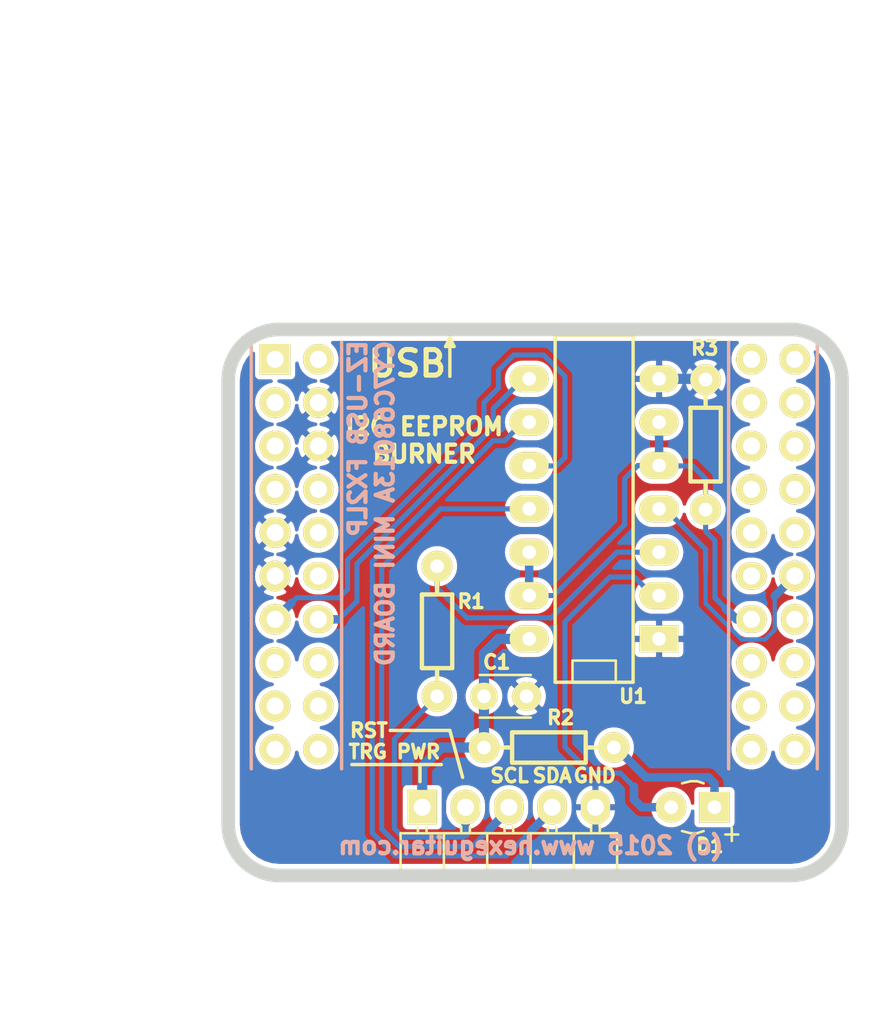
<source format=kicad_pcb>
(kicad_pcb (version 20171130) (host pcbnew "(5.1.4)-1")

  (general
    (thickness 1.6)
    (drawings 33)
    (tracks 116)
    (zones 0)
    (modules 8)
    (nets 45)
  )

  (page A4)
  (layers
    (0 F.Cu signal)
    (31 B.Cu signal)
    (32 B.Adhes user)
    (33 F.Adhes user)
    (34 B.Paste user)
    (35 F.Paste user)
    (36 B.SilkS user)
    (37 F.SilkS user)
    (38 B.Mask user)
    (39 F.Mask user)
    (40 Dwgs.User user)
    (41 Cmts.User user)
    (42 Eco1.User user)
    (43 Eco2.User user)
    (44 Edge.Cuts user)
    (45 Margin user)
    (46 B.CrtYd user)
    (47 F.CrtYd user)
    (48 B.Fab user)
    (49 F.Fab user)
  )

  (setup
    (last_trace_width 0.3)
    (user_trace_width 0.2)
    (user_trace_width 0.25)
    (user_trace_width 0.3)
    (user_trace_width 0.35)
    (user_trace_width 0.4)
    (user_trace_width 0.5)
    (user_trace_width 0.6)
    (user_trace_width 0.8)
    (trace_clearance 0.25)
    (zone_clearance 0.508)
    (zone_45_only no)
    (trace_min 0.2)
    (via_size 1.6)
    (via_drill 0.6)
    (via_min_size 0.4)
    (via_min_drill 0.3)
    (user_via 0.7 0.3)
    (uvia_size 0.3)
    (uvia_drill 0.1)
    (uvias_allowed no)
    (uvia_min_size 0.2)
    (uvia_min_drill 0.1)
    (edge_width 0.15)
    (segment_width 0.2)
    (pcb_text_width 0.3)
    (pcb_text_size 1.5 1.5)
    (mod_edge_width 0.15)
    (mod_text_size 1 1)
    (mod_text_width 0.15)
    (pad_size 1.8 1.8)
    (pad_drill 0.8)
    (pad_to_mask_clearance 0.2)
    (aux_axis_origin 0 0)
    (visible_elements 7FFFFFFF)
    (pcbplotparams
      (layerselection 0x310f0_ffffffff)
      (usegerberextensions true)
      (usegerberattributes false)
      (usegerberadvancedattributes false)
      (creategerberjobfile false)
      (excludeedgelayer true)
      (linewidth 0.200000)
      (plotframeref false)
      (viasonmask false)
      (mode 1)
      (useauxorigin false)
      (hpglpennumber 1)
      (hpglpenspeed 20)
      (hpglpendiameter 15.000000)
      (psnegative false)
      (psa4output false)
      (plotreference true)
      (plotvalue true)
      (plotinvisibletext false)
      (padsonsilk false)
      (subtractmaskfromsilk false)
      (outputformat 1)
      (mirror false)
      (drillshape 0)
      (scaleselection 1)
      (outputdirectory "../Gerber/"))
  )

  (net 0 "")
  (net 1 /TRG_PWR)
  (net 2 GND)
  (net 3 "Net-(D1-Pad1)")
  (net 4 "Net-(D1-Pad2)")
  (net 5 /DSP_RST_BUF)
  (net 6 /SCL_BUF)
  (net 7 /SDA_BUF)
  (net 8 /DSP_RESET)
  (net 9 /PROG_EN)
  (net 10 "Net-(R1-Pad1)")
  (net 11 "Net-(U2-Pad1)")
  (net 12 "Net-(U2-Pad2)")
  (net 13 "Net-(U2-Pad3)")
  (net 14 "Net-(U2-Pad5)")
  (net 15 "Net-(U2-Pad7)")
  (net 16 "Net-(U2-Pad8)")
  (net 17 "Net-(U2-Pad12)")
  (net 18 "Net-(U2-Pad15)")
  (net 19 "Net-(U2-Pad16)")
  (net 20 "Net-(U2-Pad17)")
  (net 21 "Net-(U2-Pad18)")
  (net 22 "Net-(U2-Pad19)")
  (net 23 "Net-(U2-Pad20)")
  (net 24 "Net-(U2-Pad21)")
  (net 25 "Net-(U2-Pad22)")
  (net 26 "Net-(U2-Pad23)")
  (net 27 "Net-(U2-Pad24)")
  (net 28 "Net-(U2-Pad25)")
  (net 29 "Net-(U2-Pad26)")
  (net 30 "Net-(U2-Pad27)")
  (net 31 "Net-(U2-Pad30)")
  (net 32 "Net-(U2-Pad31)")
  (net 33 "Net-(U2-Pad32)")
  (net 34 "Net-(U2-Pad33)")
  (net 35 "Net-(U2-Pad34)")
  (net 36 "Net-(U2-Pad35)")
  (net 37 "Net-(U2-Pad36)")
  (net 38 "Net-(U2-Pad37)")
  (net 39 "Net-(U2-Pad38)")
  (net 40 "Net-(U2-Pad39)")
  (net 41 "Net-(U2-Pad40)")
  (net 42 "Net-(U1-Pad8)")
  (net 43 "Net-(U1-Pad10)")
  (net 44 "Net-(U2-Pad10)")

  (net_class Default "This is the default net class."
    (clearance 0.25)
    (trace_width 0.3)
    (via_dia 1.6)
    (via_drill 0.6)
    (uvia_dia 0.3)
    (uvia_drill 0.1)
    (add_net /DSP_RESET)
    (add_net /DSP_RST_BUF)
    (add_net /PROG_EN)
    (add_net /SCL_BUF)
    (add_net /SDA_BUF)
    (add_net /TRG_PWR)
    (add_net GND)
    (add_net "Net-(D1-Pad1)")
    (add_net "Net-(D1-Pad2)")
    (add_net "Net-(R1-Pad1)")
    (add_net "Net-(U1-Pad10)")
    (add_net "Net-(U1-Pad8)")
    (add_net "Net-(U2-Pad1)")
    (add_net "Net-(U2-Pad10)")
    (add_net "Net-(U2-Pad12)")
    (add_net "Net-(U2-Pad15)")
    (add_net "Net-(U2-Pad16)")
    (add_net "Net-(U2-Pad17)")
    (add_net "Net-(U2-Pad18)")
    (add_net "Net-(U2-Pad19)")
    (add_net "Net-(U2-Pad2)")
    (add_net "Net-(U2-Pad20)")
    (add_net "Net-(U2-Pad21)")
    (add_net "Net-(U2-Pad22)")
    (add_net "Net-(U2-Pad23)")
    (add_net "Net-(U2-Pad24)")
    (add_net "Net-(U2-Pad25)")
    (add_net "Net-(U2-Pad26)")
    (add_net "Net-(U2-Pad27)")
    (add_net "Net-(U2-Pad3)")
    (add_net "Net-(U2-Pad30)")
    (add_net "Net-(U2-Pad31)")
    (add_net "Net-(U2-Pad32)")
    (add_net "Net-(U2-Pad33)")
    (add_net "Net-(U2-Pad34)")
    (add_net "Net-(U2-Pad35)")
    (add_net "Net-(U2-Pad36)")
    (add_net "Net-(U2-Pad37)")
    (add_net "Net-(U2-Pad38)")
    (add_net "Net-(U2-Pad39)")
    (add_net "Net-(U2-Pad40)")
    (add_net "Net-(U2-Pad5)")
    (add_net "Net-(U2-Pad7)")
    (add_net "Net-(U2-Pad8)")
  )

  (module Pin_Headers:Pin_Header_Angled_1x05 (layer F.Cu) (tedit 55D0DB70) (tstamp 55C7B3E5)
    (at 183.79 135.5 270)
    (descr "Through hole pin header")
    (tags "pin header")
    (path /55C7C445)
    (fp_text reference P1 (at 2.5 -0.09 270) (layer F.SilkS) hide
      (effects (font (size 0.8 0.8) (thickness 0.15)))
    )
    (fp_text value PROG_BUF (at 2.6 14.79) (layer F.Fab)
      (effects (font (size 0.8 0.8) (thickness 0.15)))
    )
    (fp_line (start 3.81 11.43) (end 3.81 -1.27) (layer F.SilkS) (width 0.15))
    (fp_line (start -1.5 -1.75) (end -1.5 11.95) (layer F.CrtYd) (width 0.05))
    (fp_line (start -1.5 -1.75) (end 10.65 -1.75) (layer F.CrtYd) (width 0.05))
    (fp_line (start -1.5 11.95) (end 10.65 11.95) (layer F.CrtYd) (width 0.05))
    (fp_line (start 1.524 -0.254) (end 1.143 -0.254) (layer F.SilkS) (width 0.15))
    (fp_line (start 1.524 0.254) (end 1.143 0.254) (layer F.SilkS) (width 0.15))
    (fp_line (start 1.524 2.286) (end 1.143 2.286) (layer F.SilkS) (width 0.15))
    (fp_line (start 1.524 2.794) (end 1.143 2.794) (layer F.SilkS) (width 0.15))
    (fp_line (start 1.524 4.826) (end 1.143 4.826) (layer F.SilkS) (width 0.15))
    (fp_line (start 1.524 5.334) (end 1.143 5.334) (layer F.SilkS) (width 0.15))
    (fp_line (start 1.524 7.366) (end 1.143 7.366) (layer F.SilkS) (width 0.15))
    (fp_line (start 1.524 7.874) (end 1.143 7.874) (layer F.SilkS) (width 0.15))
    (fp_line (start 1.524 10.414) (end 1.143 10.414) (layer F.SilkS) (width 0.15))
    (fp_line (start 1.524 9.906) (end 1.143 9.906) (layer F.SilkS) (width 0.15))
    (fp_line (start 1.524 1.27) (end 3.81 1.27) (layer F.SilkS) (width 0.15))
    (fp_line (start 1.524 -1.27) (end 1.524 1.27) (layer F.SilkS) (width 0.15))
    (fp_line (start 1.524 -1.27) (end 3.81 -1.27) (layer F.SilkS) (width 0.15))
    (fp_line (start 1.524 3.81) (end 3.81 3.81) (layer F.SilkS) (width 0.15))
    (fp_line (start 1.524 3.81) (end 1.524 6.35) (layer F.SilkS) (width 0.15))
    (fp_line (start 1.524 1.27) (end 1.524 3.81) (layer F.SilkS) (width 0.15))
    (fp_line (start 1.524 8.89) (end 3.81 8.89) (layer F.SilkS) (width 0.15))
    (fp_line (start 1.524 8.89) (end 1.524 11.43) (layer F.SilkS) (width 0.15))
    (fp_line (start 1.524 11.43) (end 3.81 11.43) (layer F.SilkS) (width 0.15))
    (fp_line (start 1.524 6.35) (end 1.524 8.89) (layer F.SilkS) (width 0.15))
    (fp_line (start 1.524 6.35) (end 3.81 6.35) (layer F.SilkS) (width 0.15))
    (pad 1 thru_hole oval (at 0 0 270) (size 2.032 1.7272) (drill 1) (layers *.Cu *.Mask F.SilkS)
      (net 2 GND))
    (pad 2 thru_hole oval (at 0 2.54 270) (size 2.032 1.7272) (drill 1) (layers *.Cu *.Mask F.SilkS)
      (net 7 /SDA_BUF))
    (pad 3 thru_hole oval (at 0 5.08 270) (size 2.032 1.7272) (drill 1) (layers *.Cu *.Mask F.SilkS)
      (net 6 /SCL_BUF))
    (pad 4 thru_hole oval (at 0 7.62 270) (size 2.032 1.7272) (drill 1) (layers *.Cu *.Mask F.SilkS)
      (net 5 /DSP_RST_BUF))
    (pad 5 thru_hole rect (at 0 10.16 270) (size 2.032 1.7272) (drill 1) (layers *.Cu *.Mask F.SilkS)
      (net 1 /TRG_PWR))
    (model Pin_Headers.3dshapes/Pin_Header_Angled_1x05.wrl
      (offset (xyz 0 -5.079999923706055 0))
      (scale (xyz 1 1 1))
      (rotate (xyz 0 0 90))
    )
  )

  (module H_dev_kits:CY7C68013A_dev_kit (layer F.Cu) (tedit 55C8DFE3) (tstamp 55C85743)
    (at 165 109.25)
    (path /55C7AFF3)
    (fp_text reference U2 (at -3.302 -19.304) (layer F.SilkS) hide
      (effects (font (size 0.8 0.8) (thickness 0.15)))
    )
    (fp_text value CY7C68013A_dev_kit (at 3.048 -17.399) (layer F.Fab)
      (effects (font (size 0.8 0.8) (thickness 0.15)))
    )
    (fp_line (start -5.715 -20.955) (end 35.56 -20.955) (layer F.Fab) (width 0.2))
    (fp_line (start -5.715 34.925) (end -5.715 -20.955) (layer F.Fab) (width 0.2))
    (fp_line (start -5.08 34.925) (end 35.56 34.925) (layer F.Fab) (width 0.2))
    (fp_line (start 35.56 34.925) (end 35.56 -20.955) (layer F.Fab) (width 0.2))
    (fp_line (start -5.08 34.925) (end -5.715 34.925) (layer F.Fab) (width 0.2))
    (pad 1 thru_hole rect (at 0 0) (size 1.8 1.8) (drill 1) (layers *.Cu *.Mask F.SilkS)
      (net 11 "Net-(U2-Pad1)"))
    (pad 2 thru_hole circle (at 2.54 0) (size 1.8 1.8) (drill 1) (layers *.Cu *.Mask F.SilkS)
      (net 12 "Net-(U2-Pad2)"))
    (pad 3 thru_hole circle (at 0 2.54) (size 1.8 1.8) (drill 1) (layers *.Cu *.Mask F.SilkS)
      (net 13 "Net-(U2-Pad3)"))
    (pad 4 thru_hole circle (at 2.54 2.54) (size 1.8 1.8) (drill 1) (layers *.Cu *.Mask F.SilkS)
      (net 2 GND))
    (pad 5 thru_hole circle (at 0 5.08) (size 1.8 1.8) (drill 1) (layers *.Cu *.Mask F.SilkS)
      (net 14 "Net-(U2-Pad5)"))
    (pad 6 thru_hole circle (at 2.54 5.08) (size 1.8 1.8) (drill 1) (layers *.Cu *.Mask F.SilkS)
      (net 2 GND))
    (pad 7 thru_hole circle (at 0 7.62) (size 1.8 1.8) (drill 1) (layers *.Cu *.Mask F.SilkS)
      (net 15 "Net-(U2-Pad7)"))
    (pad 8 thru_hole circle (at 2.54 7.62) (size 1.8 1.8) (drill 1) (layers *.Cu *.Mask F.SilkS)
      (net 16 "Net-(U2-Pad8)"))
    (pad 9 thru_hole circle (at 0 10.16) (size 1.8 1.8) (drill 1) (layers *.Cu *.Mask F.SilkS)
      (net 2 GND))
    (pad 10 thru_hole circle (at 2.54 10.16) (size 1.8 1.8) (drill 1) (layers *.Cu *.Mask F.SilkS)
      (net 44 "Net-(U2-Pad10)"))
    (pad 11 thru_hole circle (at 0 12.7) (size 1.8 1.8) (drill 1) (layers *.Cu *.Mask F.SilkS)
      (net 2 GND))
    (pad 12 thru_hole oval (at 2.54 12.7) (size 1.8 1.6) (drill 1) (layers *.Cu *.Mask F.SilkS)
      (net 17 "Net-(U2-Pad12)"))
    (pad 13 thru_hole circle (at 0 15.24) (size 1.8 1.8) (drill 1) (layers *.Cu *.Mask F.SilkS)
      (net 43 "Net-(U1-Pad10)"))
    (pad 14 thru_hole oval (at 2.54 15.24) (size 1.8 1.6) (drill 1) (layers *.Cu *.Mask F.SilkS)
      (net 42 "Net-(U1-Pad8)"))
    (pad 15 thru_hole circle (at 0 17.78) (size 1.8 1.8) (drill 1) (layers *.Cu *.Mask F.SilkS)
      (net 18 "Net-(U2-Pad15)"))
    (pad 16 thru_hole circle (at 2.54 17.78) (size 1.8 1.8) (drill 1) (layers *.Cu *.Mask F.SilkS)
      (net 19 "Net-(U2-Pad16)"))
    (pad 17 thru_hole circle (at 0 20.32) (size 1.8 1.8) (drill 1) (layers *.Cu *.Mask F.SilkS)
      (net 20 "Net-(U2-Pad17)"))
    (pad 18 thru_hole circle (at 2.54 20.32) (size 1.8 1.8) (drill 1) (layers *.Cu *.Mask F.SilkS)
      (net 21 "Net-(U2-Pad18)"))
    (pad 19 thru_hole circle (at 0 22.86) (size 1.8 1.8) (drill 1) (layers *.Cu *.Mask F.SilkS)
      (net 22 "Net-(U2-Pad19)"))
    (pad 20 thru_hole circle (at 2.54 22.86) (size 1.8 1.8) (drill 1) (layers *.Cu *.Mask F.SilkS)
      (net 23 "Net-(U2-Pad20)"))
    (pad 21 thru_hole circle (at 30.48 22.86) (size 1.8 1.8) (drill 1) (layers *.Cu *.Mask F.SilkS)
      (net 24 "Net-(U2-Pad21)"))
    (pad 22 thru_hole circle (at 27.94 22.86) (size 1.8 1.8) (drill 1) (layers *.Cu *.Mask F.SilkS)
      (net 25 "Net-(U2-Pad22)"))
    (pad 23 thru_hole circle (at 30.48 20.32) (size 1.8 1.8) (drill 1) (layers *.Cu *.Mask F.SilkS)
      (net 26 "Net-(U2-Pad23)"))
    (pad 24 thru_hole circle (at 27.94 20.32) (size 1.8 1.8) (drill 1) (layers *.Cu *.Mask F.SilkS)
      (net 27 "Net-(U2-Pad24)"))
    (pad 25 thru_hole circle (at 30.48 17.78) (size 1.8 1.8) (drill 1) (layers *.Cu *.Mask F.SilkS)
      (net 28 "Net-(U2-Pad25)"))
    (pad 26 thru_hole circle (at 27.94 17.78) (size 1.8 1.8) (drill 1) (layers *.Cu *.Mask F.SilkS)
      (net 29 "Net-(U2-Pad26)"))
    (pad 27 thru_hole oval (at 30.48 15.24) (size 1.6 1.8) (drill 1) (layers *.Cu *.Mask F.SilkS)
      (net 30 "Net-(U2-Pad27)"))
    (pad 28 thru_hole oval (at 27.94 15.24) (size 1.8 1.6) (drill 1) (layers *.Cu *.Mask F.SilkS)
      (net 9 /PROG_EN))
    (pad 29 thru_hole circle (at 30.48 12.7) (size 1.8 1.8) (drill 1) (layers *.Cu *.Mask F.SilkS)
      (net 8 /DSP_RESET))
    (pad 30 thru_hole oval (at 27.94 12.7) (size 1.8 1.6) (drill 1) (layers *.Cu *.Mask F.SilkS)
      (net 31 "Net-(U2-Pad30)"))
    (pad 31 thru_hole circle (at 30.48 10.16) (size 1.8 1.8) (drill 1) (layers *.Cu *.Mask F.SilkS)
      (net 32 "Net-(U2-Pad31)"))
    (pad 32 thru_hole circle (at 27.94 10.16) (size 1.8 1.8) (drill 1) (layers *.Cu *.Mask F.SilkS)
      (net 33 "Net-(U2-Pad32)"))
    (pad 33 thru_hole circle (at 30.48 7.62) (size 1.8 1.8) (drill 1) (layers *.Cu *.Mask F.SilkS)
      (net 34 "Net-(U2-Pad33)"))
    (pad 34 thru_hole circle (at 27.94 7.62) (size 1.8 1.8) (drill 1) (layers *.Cu *.Mask F.SilkS)
      (net 35 "Net-(U2-Pad34)"))
    (pad 35 thru_hole circle (at 30.48 5.08) (size 1.8 1.8) (drill 1) (layers *.Cu *.Mask F.SilkS)
      (net 36 "Net-(U2-Pad35)"))
    (pad 36 thru_hole circle (at 27.94 5.08) (size 1.8 1.8) (drill 1) (layers *.Cu *.Mask F.SilkS)
      (net 37 "Net-(U2-Pad36)"))
    (pad 37 thru_hole circle (at 30.48 2.54) (size 1.8 1.8) (drill 1) (layers *.Cu *.Mask F.SilkS)
      (net 38 "Net-(U2-Pad37)"))
    (pad 38 thru_hole circle (at 27.94 2.54) (size 1.8 1.8) (drill 1) (layers *.Cu *.Mask F.SilkS)
      (net 39 "Net-(U2-Pad38)"))
    (pad 39 thru_hole circle (at 30.48 0) (size 1.8 1.8) (drill 1) (layers *.Cu *.Mask F.SilkS)
      (net 40 "Net-(U2-Pad39)"))
    (pad 40 thru_hole circle (at 27.94 0) (size 1.8 1.8) (drill 1) (layers *.Cu *.Mask F.SilkS)
      (net 41 "Net-(U2-Pad40)"))
  )

  (module Sockets_DIP:DIP-14__300_ELL (layer F.Cu) (tedit 55D0DB3C) (tstamp 55C85732)
    (at 183.711746 118.016521 90)
    (descr "14 pins DIL package, elliptical pads")
    (tags DIL)
    (path /55C7B0C8)
    (fp_text reference U1 (at -10.983479 2.288254 180) (layer F.SilkS)
      (effects (font (size 0.8 0.8) (thickness 0.2)))
    )
    (fp_text value 74LV4066 (at 1.27 1.27 90) (layer F.Fab)
      (effects (font (size 0.8 0.8) (thickness 0.15)))
    )
    (fp_line (start 10.16 2.286) (end -10.16 2.286) (layer F.SilkS) (width 0.2))
    (fp_line (start -10.16 -2.286) (end 10.16 -2.286) (layer F.SilkS) (width 0.2))
    (fp_line (start -10.16 2.286) (end -10.16 -2.286) (layer F.SilkS) (width 0.2))
    (fp_line (start -10.16 -1.27) (end -8.89 -1.27) (layer F.SilkS) (width 0.15))
    (fp_line (start -8.89 -1.27) (end -8.89 1.27) (layer F.SilkS) (width 0.15))
    (fp_line (start -8.89 1.27) (end -10.16 1.27) (layer F.SilkS) (width 0.15))
    (fp_line (start 10.16 -2.286) (end 10.16 2.286) (layer F.SilkS) (width 0.2))
    (pad 1 thru_hole rect (at -7.62 3.81 90) (size 1.5748 2.286) (drill 0.8) (layers *.Cu *.Mask F.SilkS)
      (net 2 GND))
    (pad 2 thru_hole oval (at -5.08 3.81 90) (size 1.5748 2.286) (drill 0.8) (layers *.Cu *.Mask F.SilkS)
      (net 4 "Net-(D1-Pad2)"))
    (pad 3 thru_hole oval (at -2.54 3.81 90) (size 1.5748 2.286) (drill 0.8) (layers *.Cu *.Mask F.SilkS)
      (net 10 "Net-(R1-Pad1)"))
    (pad 4 thru_hole oval (at 0 3.81 90) (size 1.5748 2.286) (drill 0.8) (layers *.Cu *.Mask F.SilkS)
      (net 8 /DSP_RESET))
    (pad 5 thru_hole oval (at 2.54 3.81 90) (size 1.5748 2.286) (drill 0.8) (layers *.Cu *.Mask F.SilkS)
      (net 9 /PROG_EN))
    (pad 6 thru_hole oval (at 5.08 3.81 90) (size 1.5748 2.286) (drill 0.8) (layers *.Cu *.Mask F.SilkS)
      (net 9 /PROG_EN))
    (pad 7 thru_hole oval (at 7.62 3.81 90) (size 1.5748 2.286) (drill 0.8) (layers *.Cu *.Mask F.SilkS)
      (net 2 GND))
    (pad 8 thru_hole oval (at 7.62 -3.81 90) (size 1.5748 2.286) (drill 0.8) (layers *.Cu *.Mask F.SilkS)
      (net 42 "Net-(U1-Pad8)"))
    (pad 9 thru_hole oval (at 5.08 -3.81 90) (size 1.5748 2.286) (drill 0.8) (layers *.Cu *.Mask F.SilkS)
      (net 7 /SDA_BUF))
    (pad 10 thru_hole oval (at 2.54 -3.81 90) (size 1.5748 2.286) (drill 0.8) (layers *.Cu *.Mask F.SilkS)
      (net 43 "Net-(U1-Pad10)"))
    (pad 11 thru_hole oval (at 0 -3.81 90) (size 1.5748 2.286) (drill 0.8) (layers *.Cu *.Mask F.SilkS)
      (net 6 /SCL_BUF))
    (pad 12 thru_hole oval (at -2.54 -3.81 90) (size 1.5748 2.286) (drill 0.8) (layers *.Cu *.Mask F.SilkS)
      (net 9 /PROG_EN))
    (pad 13 thru_hole oval (at -5.08 -3.81 90) (size 1.5748 2.286) (drill 0.8) (layers *.Cu *.Mask F.SilkS)
      (net 9 /PROG_EN))
    (pad 14 thru_hole oval (at -7.62 -3.81 90) (size 1.5748 2.286) (drill 0.8) (layers *.Cu *.Mask F.SilkS)
      (net 1 /TRG_PWR))
    (model Sockets_DIP.3dshapes/DIP-14__300_ELL.wrl
      (at (xyz 0 0 0))
      (scale (xyz 1 1 1))
      (rotate (xyz 0 0 0))
    )
  )

  (module H_LEDs:Diode_LED_3mm_round_vertical (layer F.Cu) (tedit 55CF08B9) (tstamp 55C7B3A4)
    (at 189.5 135.5 180)
    (descr "Leuchtdiode, LED, 3mm, round, rund,  vertical,")
    (tags "Leuchtdiode, LED,  3mm, round, rund,  vertical,")
    (path /55C7BCA4)
    (fp_text reference D1 (at -1 -2.25 180) (layer F.SilkS)
      (effects (font (size 0.8 0.8) (thickness 0.2)))
    )
    (fp_text value LED (at 0 2.25 180) (layer F.Fab)
      (effects (font (size 0.8 0.8) (thickness 0.15)))
    )
    (fp_line (start -0.635 1.397) (end -0.254 1.524) (layer F.SilkS) (width 0.15))
    (fp_line (start -0.254 1.524) (end 0.127 1.524) (layer F.SilkS) (width 0.15))
    (fp_line (start 0.127 1.524) (end 0.635 1.397) (layer F.SilkS) (width 0.15))
    (fp_line (start -0.635 -1.397) (end -0.254 -1.524) (layer F.SilkS) (width 0.15))
    (fp_line (start -0.254 -1.524) (end 0.127 -1.524) (layer F.SilkS) (width 0.15))
    (fp_line (start 0.127 -1.524) (end 0.635 -1.397) (layer F.SilkS) (width 0.15))
    (fp_text user + (at -2.286 -1.524 180) (layer F.SilkS)
      (effects (font (size 1 1) (thickness 0.15)))
    )
    (pad 1 thru_hole rect (at -1.27 0 270) (size 1.8 1.8) (drill 0.8) (layers *.Cu *.Mask F.SilkS)
      (net 3 "Net-(D1-Pad1)"))
    (pad 2 thru_hole circle (at 1.27 0 180) (size 1.8 1.8) (drill 0.8) (layers *.Cu *.Mask F.SilkS)
      (net 4 "Net-(D1-Pad2)"))
    (model I:/Electronics/Projects/Hardware/kicad_libs/3d_models/leds/led_3mm_clear.wrl
      (at (xyz 0 0 0))
      (scale (xyz 1 1 1))
      (rotate (xyz 0 0 0))
    )
  )

  (module Capacitors_ThroughHole:C_Disc_D3_P2.5 (layer F.Cu) (tedit 55CF08DA) (tstamp 55C8571E)
    (at 177.25 129)
    (descr "Capacitor 3mm Disc, Pitch 2.5mm")
    (tags Capacitor)
    (path /55C7C0D7)
    (fp_text reference C1 (at 0.75 -2) (layer F.SilkS)
      (effects (font (size 0.8 0.8) (thickness 0.2)))
    )
    (fp_text value 100n (at 1.25 0.25) (layer F.Fab)
      (effects (font (size 0.8 0.8) (thickness 0.15)))
    )
    (fp_line (start -0.9 -1.5) (end 3.4 -1.5) (layer F.CrtYd) (width 0.05))
    (fp_line (start 3.4 -1.5) (end 3.4 1.5) (layer F.CrtYd) (width 0.05))
    (fp_line (start 3.4 1.5) (end -0.9 1.5) (layer F.CrtYd) (width 0.05))
    (fp_line (start -0.9 1.5) (end -0.9 -1.5) (layer F.CrtYd) (width 0.05))
    (fp_line (start -0.25 -1.25) (end 2.75 -1.25) (layer F.SilkS) (width 0.15))
    (fp_line (start 2.75 1.25) (end -0.25 1.25) (layer F.SilkS) (width 0.15))
    (pad 1 thru_hole circle (at 0 0) (size 1.6 1.6) (drill 0.8) (layers *.Cu *.Mask F.SilkS)
      (net 1 /TRG_PWR))
    (pad 2 thru_hole circle (at 2.5 0) (size 1.7 1.7) (drill 0.8001) (layers *.Cu *.Mask F.SilkS)
      (net 2 GND))
    (model Capacitors_ThroughHole.3dshapes/C_Disc_D3_P2.5.wrl
      (offset (xyz 1.250000021226883 0 0))
      (scale (xyz 1 1 1))
      (rotate (xyz 0 0 0))
    )
  )

  (module w_pth_resistors:RC03 (layer F.Cu) (tedit 55D0DBED) (tstamp 55C85B6A)
    (at 174.5 125.19 270)
    (descr "Resistor, RC03")
    (tags R)
    (path /55C7E4D5)
    (autoplace_cost180 10)
    (fp_text reference R1 (at -1.75 -2) (layer F.SilkS)
      (effects (font (size 0.8 0.8) (thickness 0.2032)))
    )
    (fp_text value 330R (at 0 0 270) (layer F.Fab)
      (effects (font (size 0.8 0.8) (thickness 0.2032)))
    )
    (fp_line (start 2.159 0) (end 3.81 0) (layer F.SilkS) (width 0.254))
    (fp_line (start -2.159 0) (end -3.81 0) (layer F.SilkS) (width 0.254))
    (fp_line (start -2.159 -0.889) (end -2.159 0.889) (layer F.SilkS) (width 0.254))
    (fp_line (start -2.159 0.889) (end 2.159 0.889) (layer F.SilkS) (width 0.254))
    (fp_line (start 2.159 0.889) (end 2.159 -0.889) (layer F.SilkS) (width 0.254))
    (fp_line (start 2.159 -0.889) (end -2.159 -0.889) (layer F.SilkS) (width 0.254))
    (pad 1 thru_hole circle (at -3.81 0 270) (size 1.8 1.8) (drill 0.8) (layers *.Cu *.Mask F.SilkS)
      (net 10 "Net-(R1-Pad1)"))
    (pad 2 thru_hole circle (at 3.81 0 270) (size 1.8 1.8) (drill 0.8) (layers *.Cu *.Mask F.SilkS)
      (net 5 /DSP_RST_BUF))
    (model Resistors_ThroughHole.3dshapes/rc03.wrl
      (at (xyz 0 0 0))
      (scale (xyz 1 1 1))
      (rotate (xyz 0 0 0))
    )
  )

  (module w_pth_resistors:RC03 (layer F.Cu) (tedit 55C85B6B) (tstamp 55C85B6F)
    (at 181.06 132)
    (descr "Resistor, RC03")
    (tags R)
    (path /55C7BD4A)
    (autoplace_cost180 10)
    (fp_text reference R2 (at 0.69 -1.75) (layer F.SilkS)
      (effects (font (size 0.8 0.8) (thickness 0.2032)))
    )
    (fp_text value 2k2 (at 0 0.025) (layer F.Fab)
      (effects (font (size 0.8 0.8) (thickness 0.2032)))
    )
    (fp_line (start 2.159 0) (end 3.81 0) (layer F.SilkS) (width 0.254))
    (fp_line (start -2.159 0) (end -3.81 0) (layer F.SilkS) (width 0.254))
    (fp_line (start -2.159 -0.889) (end -2.159 0.889) (layer F.SilkS) (width 0.254))
    (fp_line (start -2.159 0.889) (end 2.159 0.889) (layer F.SilkS) (width 0.254))
    (fp_line (start 2.159 0.889) (end 2.159 -0.889) (layer F.SilkS) (width 0.254))
    (fp_line (start 2.159 -0.889) (end -2.159 -0.889) (layer F.SilkS) (width 0.254))
    (pad 1 thru_hole circle (at -3.81 0) (size 1.8 1.8) (drill 0.8) (layers *.Cu *.Mask F.SilkS)
      (net 1 /TRG_PWR))
    (pad 2 thru_hole circle (at 3.81 0) (size 1.8 1.8) (drill 0.8) (layers *.Cu *.Mask F.SilkS)
      (net 3 "Net-(D1-Pad1)"))
    (model Resistors_ThroughHole.3dshapes/rc03.wrl
      (at (xyz 0 0 0))
      (scale (xyz 1 1 1))
      (rotate (xyz 0 0 0))
    )
  )

  (module w_pth_resistors:RC03 (layer F.Cu) (tedit 55C89B40) (tstamp 55C85B74)
    (at 190.25 114.25 90)
    (descr "Resistor, RC03")
    (tags R)
    (path /55C7B8CB)
    (autoplace_cost180 10)
    (fp_text reference R3 (at 5.65 -0.05 180) (layer F.SilkS)
      (effects (font (size 0.8 0.8) (thickness 0.2032)))
    )
    (fp_text value 2k2 (at 0 0 90) (layer F.Fab)
      (effects (font (size 0.8 0.8) (thickness 0.2032)))
    )
    (fp_line (start 2.159 0) (end 3.81 0) (layer F.SilkS) (width 0.254))
    (fp_line (start -2.159 0) (end -3.81 0) (layer F.SilkS) (width 0.254))
    (fp_line (start -2.159 -0.889) (end -2.159 0.889) (layer F.SilkS) (width 0.254))
    (fp_line (start -2.159 0.889) (end 2.159 0.889) (layer F.SilkS) (width 0.254))
    (fp_line (start 2.159 0.889) (end 2.159 -0.889) (layer F.SilkS) (width 0.254))
    (fp_line (start 2.159 -0.889) (end -2.159 -0.889) (layer F.SilkS) (width 0.254))
    (pad 1 thru_hole circle (at -3.81 0 90) (size 1.8 1.8) (drill 0.8) (layers *.Cu *.Mask F.SilkS)
      (net 9 /PROG_EN))
    (pad 2 thru_hole circle (at 3.81 0 90) (size 1.8 1.8) (drill 0.8) (layers *.Cu *.Mask F.SilkS)
      (net 2 GND))
    (model Resistors_ThroughHole.3dshapes/rc03.wrl
      (at (xyz 0 0 0))
      (scale (xyz 1 1 1))
      (rotate (xyz 0 0 0))
    )
  )

  (gr_arc (start 165.25 110.5) (end 162.25 110.5) (angle 90) (layer Edge.Cuts) (width 0.8) (tstamp 55D0D664))
  (gr_arc (start 195.25 110.5) (end 195.25 107.5) (angle 90) (layer Edge.Cuts) (width 0.8) (tstamp 55D0D65B))
  (gr_arc (start 195.25 136.5) (end 198.25 136.5) (angle 90) (layer Edge.Cuts) (width 0.8) (tstamp 55D0D63A))
  (gr_arc (start 165.25 136.5) (end 165.25 139.5) (angle 90) (layer Edge.Cuts) (width 0.8))
  (gr_line (start 173.5 133) (end 173.5 134) (layer F.SilkS) (width 0.2))
  (gr_line (start 169.5 133) (end 174.75 133) (layer F.SilkS) (width 0.2))
  (gr_line (start 175.25 131) (end 171.75 131) (layer F.SilkS) (width 0.2))
  (gr_line (start 176 133.75) (end 175.25 131) (layer F.SilkS) (width 0.2))
  (dimension 11 (width 0.3) (layer Dwgs.User)
    (gr_text "11,000 mm" (at 195 140.9) (layer Dwgs.User)
      (effects (font (size 1 1) (thickness 0.25)))
    )
    (feature1 (pts (xy 189.5 146) (xy 189.5 139.55)))
    (feature2 (pts (xy 200.5 146) (xy 200.5 139.55)))
    (crossbar (pts (xy 200.5 142.25) (xy 189.5 142.25)))
    (arrow1a (pts (xy 189.5 142.25) (xy 190.626504 141.663579)))
    (arrow1b (pts (xy 189.5 142.25) (xy 190.626504 142.836421)))
    (arrow2a (pts (xy 200.5 142.25) (xy 199.373496 141.663579)))
    (arrow2b (pts (xy 200.5 142.25) (xy 199.373496 142.836421)))
  )
  (gr_text "(c) 2015 www.hexeguitar.com" (at 180 137.75) (layer B.SilkS) (tstamp 55CF09FF)
    (effects (font (size 1 1) (thickness 0.25)) (justify mirror))
  )
  (gr_text "EZ-USB FX2LP" (at 169.85 113.9 90) (layer B.SilkS)
    (effects (font (size 1 1) (thickness 0.25)) (justify mirror))
  )
  (gr_text "CY7C68013A MINI BOARD" (at 171.45 117.7 90) (layer B.SilkS)
    (effects (font (size 1 1) (thickness 0.25)) (justify mirror))
  )
  (gr_line (start 163.6 108.25) (end 163.6 133.25) (layer B.SilkS) (width 0.2) (tstamp 55CF074A))
  (gr_line (start 168.9 108.25) (end 168.9 133.25) (layer B.SilkS) (width 0.2) (tstamp 55CF073F))
  (gr_line (start 191.6 108.25) (end 191.6 133.25) (layer B.SilkS) (width 0.2) (tstamp 55CF072E))
  (gr_line (start 196.8 108.25) (end 196.8 133.25) (layer B.SilkS) (width 0.2))
  (gr_text "I2C EEPROM\nBURNER" (at 173.75 114) (layer F.SilkS) (tstamp 55CF06CC)
    (effects (font (size 1 1) (thickness 0.25)))
  )
  (gr_text RST (at 170.5 131) (layer F.SilkS) (tstamp 55CC951E)
    (effects (font (size 0.8 0.8) (thickness 0.2)))
  )
  (gr_text SCL (at 178.75 133.65) (layer F.SilkS) (tstamp 55CC951C)
    (effects (font (size 0.8 0.8) (thickness 0.2)))
  )
  (gr_text SDA (at 181.25 133.65) (layer F.SilkS) (tstamp 55CC951A)
    (effects (font (size 0.8 0.8) (thickness 0.2)))
  )
  (gr_text "TRG PWR" (at 172 132.25) (layer F.SilkS) (tstamp 55CC94F7)
    (effects (font (size 0.8 0.8) (thickness 0.2)))
  )
  (gr_text GND (at 183.75 133.65) (layer F.SilkS) (tstamp 55CC94F5)
    (effects (font (size 0.8 0.8) (thickness 0.2)))
  )
  (gr_text USB (at 172.75 109.5) (layer F.SilkS)
    (effects (font (size 1.5 1.5) (thickness 0.3)))
  )
  (gr_line (start 175.5 108.5) (end 175.25 108) (layer F.SilkS) (width 0.2))
  (gr_line (start 175 108.5) (end 175.5 108.5) (layer F.SilkS) (width 0.2))
  (gr_line (start 175.25 108) (end 175 108.5) (layer F.SilkS) (width 0.2))
  (gr_line (start 175.25 110.25) (end 175.25 108) (layer F.SilkS) (width 0.2))
  (dimension 32 (width 0.3) (layer Dwgs.User)
    (gr_text "32,000 mm" (at 155.15 123.5 90) (layer Dwgs.User)
      (effects (font (size 1.5 1.5) (thickness 0.3)))
    )
    (feature1 (pts (xy 159.25 107.5) (xy 153.8 107.5)))
    (feature2 (pts (xy 159.25 139.5) (xy 153.8 139.5)))
    (crossbar (pts (xy 156.5 139.5) (xy 156.5 107.5)))
    (arrow1a (pts (xy 156.5 107.5) (xy 157.086421 108.626504)))
    (arrow1b (pts (xy 156.5 107.5) (xy 155.913579 108.626504)))
    (arrow2a (pts (xy 156.5 139.5) (xy 157.086421 138.373496)))
    (arrow2b (pts (xy 156.5 139.5) (xy 155.913579 138.373496)))
  )
  (dimension 36 (width 0.3) (layer Dwgs.User)
    (gr_text "36,000 mm" (at 180.25 148.849999) (layer Dwgs.User)
      (effects (font (size 1.5 1.5) (thickness 0.3)))
    )
    (feature1 (pts (xy 198.25 140) (xy 198.25 150.199999)))
    (feature2 (pts (xy 162.25 140) (xy 162.25 150.199999)))
    (crossbar (pts (xy 162.25 147.499999) (xy 198.25 147.499999)))
    (arrow1a (pts (xy 198.25 147.499999) (xy 197.123496 148.08642)))
    (arrow1b (pts (xy 198.25 147.499999) (xy 197.123496 146.913578)))
    (arrow2a (pts (xy 162.25 147.499999) (xy 163.376504 148.08642)))
    (arrow2b (pts (xy 162.25 147.499999) (xy 163.376504 146.913578)))
  )
  (gr_line (start 162.25 110.5) (end 162.25 136.5) (layer Edge.Cuts) (width 0.8))
  (gr_line (start 195.25 107.5) (end 165.25 107.5) (layer Edge.Cuts) (width 0.8))
  (gr_line (start 198.25 136.5) (end 198.25 110.5) (layer Edge.Cuts) (width 0.8))
  (gr_line (start 165.25 139.5) (end 195.25 139.5) (layer Edge.Cuts) (width 0.8))

  (segment (start 174.75 132) (end 173.63 133.12) (width 0.6) (layer B.Cu) (net 1))
  (segment (start 173.63 133.12) (end 173.63 135.5) (width 0.6) (layer B.Cu) (net 1))
  (segment (start 177.25 132) (end 174.75 132) (width 0.6) (layer B.Cu) (net 1))
  (segment (start 177.25 126.5) (end 178.113479 125.636521) (width 0.6) (layer B.Cu) (net 1))
  (segment (start 178.113479 125.636521) (end 179.901746 125.636521) (width 0.6) (layer B.Cu) (net 1))
  (segment (start 177.25 129) (end 177.25 126.5) (width 0.6) (layer B.Cu) (net 1))
  (segment (start 177.25 129) (end 177.25 132) (width 0.6) (layer B.Cu) (net 1))
  (segment (start 179.901744 125.636521) (end 179.546145 125.63652) (width 0.5) (layer B.Cu) (net 1))
  (segment (start 179.961744 125.696521) (end 179.901744 125.636521) (width 0.5) (layer B.Cu) (net 1))
  (segment (start 187.521746 110.396521) (end 190.206521 110.396521) (width 0.6) (layer B.Cu) (net 2))
  (segment (start 190.206521 110.396521) (end 190.25 110.44) (width 0.6) (layer B.Cu) (net 2))
  (segment (start 187.166146 110.396521) (end 187.521745 110.396522) (width 0.5) (layer B.Cu) (net 2))
  (segment (start 184.87 132) (end 185 132) (width 0.5) (layer B.Cu) (net 3))
  (segment (start 185 132) (end 186.75 133.75) (width 0.5) (layer B.Cu) (net 3))
  (segment (start 186.75 133.75) (end 190.42 133.75) (width 0.5) (layer B.Cu) (net 3))
  (segment (start 190.42 133.75) (end 190.77 134.1) (width 0.5) (layer B.Cu) (net 3))
  (segment (start 190.77 134.1) (end 190.77 135.5) (width 0.5) (layer B.Cu) (net 3))
  (segment (start 184.87 132) (end 184.52 132) (width 0.6) (layer B.Cu) (net 3))
  (segment (start 188.23 135.5) (end 186.5 135.5) (width 0.5) (layer B.Cu) (net 4))
  (segment (start 186.5 135.5) (end 186.05001 135.05001) (width 0.5) (layer B.Cu) (net 4))
  (segment (start 186.05001 135.05001) (end 186.05001 134.30001) (width 0.5) (layer B.Cu) (net 4))
  (segment (start 187.166146 123.096521) (end 187.521746 123.096521) (width 0.3) (layer B.Cu) (net 4))
  (segment (start 186.05001 134.30001) (end 185.25 133.5) (width 0.3) (layer B.Cu) (net 4))
  (segment (start 185.25 133.5) (end 183.52 133.5) (width 0.3) (layer B.Cu) (net 4))
  (segment (start 183.52 133.5) (end 182 131.98) (width 0.3) (layer B.Cu) (net 4))
  (segment (start 182 131.98) (end 182 124.639998) (width 0.3) (layer B.Cu) (net 4))
  (segment (start 182 124.639998) (end 184.630877 122.009121) (width 0.3) (layer B.Cu) (net 4))
  (segment (start 184.630877 122.009121) (end 186.078746 122.009121) (width 0.3) (layer B.Cu) (net 4))
  (segment (start 186.078746 122.009121) (end 187.166146 123.096521) (width 0.3) (layer B.Cu) (net 4))
  (segment (start 176.17 135.5) (end 176.17 137.08) (width 0.5) (layer B.Cu) (net 5))
  (segment (start 176.17 137.08) (end 176 137.25) (width 0.3) (layer B.Cu) (net 5))
  (segment (start 176 137.25) (end 172.5 137.25) (width 0.3) (layer B.Cu) (net 5))
  (segment (start 172.5 137.25) (end 172 136.75) (width 0.3) (layer B.Cu) (net 5))
  (segment (start 172 136.75) (end 172 131.5) (width 0.3) (layer B.Cu) (net 5))
  (segment (start 172 131.5) (end 174.5 129) (width 0.3) (layer B.Cu) (net 5))
  (segment (start 176.56239 137.80001) (end 177.591536 136.770864) (width 0.3) (layer B.Cu) (net 6))
  (segment (start 178.71 135.6524) (end 177.591536 136.770864) (width 0.5) (layer B.Cu) (net 6))
  (segment (start 178.71 135.5) (end 178.71 135.6524) (width 0.5) (layer B.Cu) (net 6))
  (segment (start 172.272179 137.80001) (end 176.56239 137.80001) (width 0.3) (layer B.Cu) (net 6))
  (segment (start 171.25 136.777831) (end 172.272179 137.80001) (width 0.3) (layer B.Cu) (net 6))
  (segment (start 174.689477 118.016521) (end 171.25 121.455998) (width 0.3) (layer B.Cu) (net 6))
  (segment (start 179.901746 118.016521) (end 174.689477 118.016521) (width 0.3) (layer B.Cu) (net 6))
  (segment (start 171.25 121.455998) (end 171.25 136.777831) (width 0.3) (layer B.Cu) (net 6))
  (segment (start 178.55238 138.35002) (end 180.013192 136.889208) (width 0.3) (layer B.Cu) (net 7))
  (segment (start 181.25 135.5) (end 181.25 135.6524) (width 0.5) (layer B.Cu) (net 7))
  (segment (start 181.25 135.6524) (end 180.013192 136.889208) (width 0.5) (layer B.Cu) (net 7))
  (segment (start 172.044358 138.35002) (end 178.55238 138.35002) (width 0.3) (layer B.Cu) (net 7))
  (segment (start 178.458746 114.023921) (end 177.781739 114.023921) (width 0.3) (layer B.Cu) (net 7))
  (segment (start 179.546146 112.936521) (end 178.458746 114.023921) (width 0.3) (layer B.Cu) (net 7))
  (segment (start 179.901746 112.936521) (end 179.546146 112.936521) (width 0.3) (layer B.Cu) (net 7))
  (segment (start 170.69999 121.10567) (end 170.69999 137.005652) (width 0.3) (layer B.Cu) (net 7))
  (segment (start 170.69999 137.005652) (end 172.044358 138.35002) (width 0.3) (layer B.Cu) (net 7))
  (segment (start 177.781739 114.023921) (end 170.69999 121.10567) (width 0.3) (layer B.Cu) (net 7))
  (segment (start 195.48 121.95) (end 194.30499 123.12501) (width 0.5) (layer B.Cu) (net 8))
  (segment (start 190.25 121.69) (end 190.25 123.561715) (width 0.25) (layer B.Cu) (net 8))
  (segment (start 190.25 123.561715) (end 192.353295 125.66501) (width 0.25) (layer B.Cu) (net 8))
  (segment (start 192.353295 125.66501) (end 193.73499 125.66501) (width 0.25) (layer B.Cu) (net 8))
  (segment (start 193.73499 125.66501) (end 194.30499 125.09501) (width 0.25) (layer B.Cu) (net 8))
  (segment (start 194.30499 125.09501) (end 194.30499 123.12501) (width 0.25) (layer B.Cu) (net 8))
  (segment (start 187.521746 118.016521) (end 187.877346 118.016521) (width 0.3) (layer B.Cu) (net 8))
  (segment (start 187.877346 118.016521) (end 190.25 120.389175) (width 0.3) (layer B.Cu) (net 8))
  (segment (start 190.25 120.389175) (end 190.25 120.417208) (width 0.3) (layer B.Cu) (net 8))
  (segment (start 190.25 120.417208) (end 190.25 121.69) (width 0.3) (layer B.Cu) (net 8))
  (segment (start 190.25 118.06) (end 190.25 119.332792) (width 0.3) (layer B.Cu) (net 9))
  (segment (start 190.25 119.332792) (end 190.80001 119.882802) (width 0.3) (layer B.Cu) (net 9))
  (segment (start 190.80001 119.882802) (end 190.80001 123.227829) (width 0.3) (layer B.Cu) (net 9))
  (segment (start 190.80001 123.227829) (end 191.425712 123.853531) (width 0.3) (layer B.Cu) (net 9))
  (segment (start 192.94 124.49) (end 192.062181 124.49) (width 0.5) (layer B.Cu) (net 9))
  (segment (start 192.062181 124.49) (end 191.425712 123.853531) (width 0.5) (layer B.Cu) (net 9))
  (segment (start 192.94 124.49) (end 192.94 124.56) (width 0.3) (layer F.Cu) (net 9))
  (segment (start 179.901746 123.096521) (end 181.344746 123.096521) (width 0.3) (layer B.Cu) (net 9))
  (segment (start 181.344746 123.096521) (end 185.5 118.941267) (width 0.3) (layer B.Cu) (net 9))
  (segment (start 185.5 118.941267) (end 185.5 116.25) (width 0.3) (layer B.Cu) (net 9))
  (segment (start 185.5 116.25) (end 186.273479 115.476521) (width 0.3) (layer B.Cu) (net 9))
  (segment (start 186.273479 115.476521) (end 187.521746 115.476521) (width 0.3) (layer B.Cu) (net 9))
  (segment (start 179.901746 120.556521) (end 180.257346 120.556521) (width 0.3) (layer B.Cu) (net 9))
  (segment (start 180.257346 120.556521) (end 180.313867 120.5) (width 0.3) (layer B.Cu) (net 9))
  (segment (start 189.5 115.5) (end 190.25 116.25) (width 0.3) (layer B.Cu) (net 9))
  (segment (start 187.900825 115.5) (end 189.5 115.5) (width 0.3) (layer B.Cu) (net 9))
  (segment (start 190.25 116.25) (end 190.25 118.06) (width 0.3) (layer B.Cu) (net 9))
  (segment (start 179.941745 120.51652) (end 179.901744 120.55652) (width 0.5) (layer B.Cu) (net 9))
  (segment (start 187.521745 115.476521) (end 187.521745 112.93652) (width 0.5) (layer B.Cu) (net 9))
  (segment (start 179.901744 120.55652) (end 179.901746 123.096521) (width 0.5) (layer B.Cu) (net 9))
  (segment (start 179.894743 122.977015) (end 179.894743 121.19512) (width 0.35) (layer B.Cu) (net 9))
  (segment (start 174.5 121.38) (end 174.5 122.652792) (width 0.3) (layer B.Cu) (net 10))
  (segment (start 174.5 122.652792) (end 176.247208 124.4) (width 0.3) (layer B.Cu) (net 10))
  (segment (start 176.247208 124.4) (end 181.2 124.4) (width 0.3) (layer B.Cu) (net 10))
  (segment (start 181.2 124.4) (end 185.043479 120.556521) (width 0.3) (layer B.Cu) (net 10))
  (segment (start 185.043479 120.556521) (end 187.521746 120.556521) (width 0.3) (layer B.Cu) (net 10))
  (segment (start 167.54 124.49) (end 168.74 124.49) (width 0.5) (layer B.Cu) (net 42))
  (segment (start 177.80001 113.227821) (end 169.80001 121.22782) (width 0.3) (layer B.Cu) (net 42))
  (segment (start 177.80001 112.142657) (end 177.80001 113.227821) (width 0.3) (layer B.Cu) (net 42))
  (segment (start 179.901746 110.396521) (end 179.546146 110.396521) (width 0.3) (layer B.Cu) (net 42))
  (segment (start 169.80001 121.22782) (end 169.80001 123.42999) (width 0.3) (layer B.Cu) (net 42))
  (segment (start 179.546146 110.396521) (end 177.80001 112.142657) (width 0.3) (layer B.Cu) (net 42))
  (segment (start 169.80001 123.42999) (end 168.74 124.49) (width 0.3) (layer B.Cu) (net 42))
  (segment (start 167.54 124.49) (end 167.55 124.5) (width 0.25) (layer F.Cu) (net 42))
  (segment (start 179.546145 110.396522) (end 179.901744 110.39652) (width 0.35) (layer B.Cu) (net 42))
  (segment (start 166.265 123.225) (end 165.968879 123.521121) (width 0.3) (layer B.Cu) (net 43))
  (segment (start 165 124.49) (end 165.968879 123.521121) (width 0.5) (layer B.Cu) (net 43))
  (segment (start 179.901746 115.476521) (end 180.257346 115.476521) (width 0.3) (layer B.Cu) (net 43))
  (segment (start 180.257346 115.476521) (end 180.280825 115.5) (width 0.3) (layer B.Cu) (net 43))
  (segment (start 180.280825 115.5) (end 181.5 115.5) (width 0.3) (layer B.Cu) (net 43))
  (segment (start 181.5 115.5) (end 182 115) (width 0.3) (layer B.Cu) (net 43))
  (segment (start 182 115) (end 182 110.25) (width 0.3) (layer B.Cu) (net 43))
  (segment (start 182 110.25) (end 180.75 109) (width 0.3) (layer B.Cu) (net 43))
  (segment (start 180.75 109) (end 179 109) (width 0.3) (layer B.Cu) (net 43))
  (segment (start 179 109) (end 178.096717 109.903283) (width 0.3) (layer B.Cu) (net 43))
  (segment (start 178.096717 109.903283) (end 178.096717 110.938742) (width 0.3) (layer B.Cu) (net 43))
  (segment (start 169.25 121) (end 169.25 122.725) (width 0.3) (layer B.Cu) (net 43))
  (segment (start 169.25 122.725) (end 168.75 123.225) (width 0.3) (layer B.Cu) (net 43))
  (segment (start 168.75 123.225) (end 166.265 123.225) (width 0.3) (layer B.Cu) (net 43))
  (segment (start 178.096717 110.938742) (end 177.25 111.785459) (width 0.3) (layer B.Cu) (net 43))
  (segment (start 177.25 111.785459) (end 177.25 113) (width 0.3) (layer B.Cu) (net 43))
  (segment (start 177.25 113) (end 169.25 121) (width 0.3) (layer B.Cu) (net 43))
  (segment (start 180.257345 115.476522) (end 179.901746 115.476521) (width 0.4) (layer B.Cu) (net 43))

  (zone (net 2) (net_name GND) (layer F.Cu) (tstamp 5DA99DB1) (hatch edge 0.508)
    (connect_pads (clearance 0.28))
    (min_thickness 0.2)
    (fill yes (arc_segments 16) (thermal_gap 0.28) (thermal_bridge_width 0.35))
    (polygon
      (pts
        (xy 159.25 107.5) (xy 200.5 107.5) (xy 200.5 139.5) (xy 159.25 139.5)
      )
    )
    (filled_polygon
      (pts
        (xy 191.945759 108.434048) (xy 191.805679 108.643693) (xy 191.70919 108.876638) (xy 191.66 109.123931) (xy 191.66 109.376069)
        (xy 191.70919 109.623362) (xy 191.805679 109.856307) (xy 191.945759 110.065952) (xy 192.124048 110.244241) (xy 192.333693 110.384321)
        (xy 192.566638 110.48081) (xy 192.763658 110.52) (xy 192.566638 110.55919) (xy 192.333693 110.655679) (xy 192.124048 110.795759)
        (xy 191.945759 110.974048) (xy 191.805679 111.183693) (xy 191.70919 111.416638) (xy 191.66 111.663931) (xy 191.66 111.916069)
        (xy 191.70919 112.163362) (xy 191.805679 112.396307) (xy 191.945759 112.605952) (xy 192.124048 112.784241) (xy 192.333693 112.924321)
        (xy 192.566638 113.02081) (xy 192.763658 113.06) (xy 192.566638 113.09919) (xy 192.333693 113.195679) (xy 192.124048 113.335759)
        (xy 191.945759 113.514048) (xy 191.805679 113.723693) (xy 191.70919 113.956638) (xy 191.66 114.203931) (xy 191.66 114.456069)
        (xy 191.70919 114.703362) (xy 191.805679 114.936307) (xy 191.945759 115.145952) (xy 192.124048 115.324241) (xy 192.333693 115.464321)
        (xy 192.566638 115.56081) (xy 192.763658 115.6) (xy 192.566638 115.63919) (xy 192.333693 115.735679) (xy 192.124048 115.875759)
        (xy 191.945759 116.054048) (xy 191.805679 116.263693) (xy 191.70919 116.496638) (xy 191.66 116.743931) (xy 191.66 116.996069)
        (xy 191.70919 117.243362) (xy 191.805679 117.476307) (xy 191.945759 117.685952) (xy 192.124048 117.864241) (xy 192.333693 118.004321)
        (xy 192.566638 118.10081) (xy 192.763658 118.14) (xy 192.566638 118.17919) (xy 192.333693 118.275679) (xy 192.124048 118.415759)
        (xy 191.945759 118.594048) (xy 191.805679 118.803693) (xy 191.70919 119.036638) (xy 191.66 119.283931) (xy 191.66 119.536069)
        (xy 191.70919 119.783362) (xy 191.805679 120.016307) (xy 191.945759 120.225952) (xy 192.124048 120.404241) (xy 192.333693 120.544321)
        (xy 192.566638 120.64081) (xy 192.813931 120.69) (xy 193.066069 120.69) (xy 193.313362 120.64081) (xy 193.546307 120.544321)
        (xy 193.755952 120.404241) (xy 193.934241 120.225952) (xy 194.074321 120.016307) (xy 194.17081 119.783362) (xy 194.21 119.586342)
        (xy 194.24919 119.783362) (xy 194.345679 120.016307) (xy 194.485759 120.225952) (xy 194.664048 120.404241) (xy 194.873693 120.544321)
        (xy 195.106638 120.64081) (xy 195.303658 120.68) (xy 195.106638 120.71919) (xy 194.873693 120.815679) (xy 194.664048 120.955759)
        (xy 194.485759 121.134048) (xy 194.345679 121.343693) (xy 194.24919 121.576638) (xy 194.20889 121.779237) (xy 194.202926 121.71868)
        (xy 194.135452 121.496249) (xy 194.025881 121.291255) (xy 193.878423 121.111577) (xy 193.698745 120.964119) (xy 193.493751 120.854548)
        (xy 193.27132 120.787074) (xy 193.097965 120.77) (xy 192.782035 120.77) (xy 192.60868 120.787074) (xy 192.386249 120.854548)
        (xy 192.181255 120.964119) (xy 192.001577 121.111577) (xy 191.854119 121.291255) (xy 191.744548 121.496249) (xy 191.677074 121.71868)
        (xy 191.654291 121.95) (xy 191.677074 122.18132) (xy 191.744548 122.403751) (xy 191.854119 122.608745) (xy 192.001577 122.788423)
        (xy 192.181255 122.935881) (xy 192.386249 123.045452) (xy 192.60868 123.112926) (xy 192.782035 123.13) (xy 193.097965 123.13)
        (xy 193.27132 123.112926) (xy 193.493751 123.045452) (xy 193.698745 122.935881) (xy 193.878423 122.788423) (xy 194.025881 122.608745)
        (xy 194.135452 122.403751) (xy 194.202926 122.18132) (xy 194.20889 122.120763) (xy 194.24919 122.323362) (xy 194.345679 122.556307)
        (xy 194.485759 122.765952) (xy 194.664048 122.944241) (xy 194.873693 123.084321) (xy 195.106638 123.18081) (xy 195.309237 123.22111)
        (xy 195.24868 123.227074) (xy 195.026249 123.294548) (xy 194.821255 123.404119) (xy 194.641577 123.551577) (xy 194.494119 123.731256)
        (xy 194.384548 123.93625) (xy 194.317074 124.158681) (xy 194.3 124.332036) (xy 194.3 124.647965) (xy 194.317074 124.82132)
        (xy 194.384548 125.043751) (xy 194.494119 125.248745) (xy 194.641578 125.428423) (xy 194.821256 125.575881) (xy 195.02625 125.685452)
        (xy 195.248681 125.752926) (xy 195.309237 125.75889) (xy 195.106638 125.79919) (xy 194.873693 125.895679) (xy 194.664048 126.035759)
        (xy 194.485759 126.214048) (xy 194.345679 126.423693) (xy 194.24919 126.656638) (xy 194.21 126.853658) (xy 194.17081 126.656638)
        (xy 194.074321 126.423693) (xy 193.934241 126.214048) (xy 193.755952 126.035759) (xy 193.546307 125.895679) (xy 193.313362 125.79919)
        (xy 193.066069 125.75) (xy 192.813931 125.75) (xy 192.566638 125.79919) (xy 192.333693 125.895679) (xy 192.124048 126.035759)
        (xy 191.945759 126.214048) (xy 191.805679 126.423693) (xy 191.70919 126.656638) (xy 191.66 126.903931) (xy 191.66 127.156069)
        (xy 191.70919 127.403362) (xy 191.805679 127.636307) (xy 191.945759 127.845952) (xy 192.124048 128.024241) (xy 192.333693 128.164321)
        (xy 192.566638 128.26081) (xy 192.763658 128.3) (xy 192.566638 128.33919) (xy 192.333693 128.435679) (xy 192.124048 128.575759)
        (xy 191.945759 128.754048) (xy 191.805679 128.963693) (xy 191.70919 129.196638) (xy 191.66 129.443931) (xy 191.66 129.696069)
        (xy 191.70919 129.943362) (xy 191.805679 130.176307) (xy 191.945759 130.385952) (xy 192.124048 130.564241) (xy 192.333693 130.704321)
        (xy 192.566638 130.80081) (xy 192.763658 130.84) (xy 192.566638 130.87919) (xy 192.333693 130.975679) (xy 192.124048 131.115759)
        (xy 191.945759 131.294048) (xy 191.805679 131.503693) (xy 191.70919 131.736638) (xy 191.66 131.983931) (xy 191.66 132.236069)
        (xy 191.70919 132.483362) (xy 191.805679 132.716307) (xy 191.945759 132.925952) (xy 192.124048 133.104241) (xy 192.333693 133.244321)
        (xy 192.566638 133.34081) (xy 192.813931 133.39) (xy 193.066069 133.39) (xy 193.313362 133.34081) (xy 193.546307 133.244321)
        (xy 193.755952 133.104241) (xy 193.934241 132.925952) (xy 194.074321 132.716307) (xy 194.17081 132.483362) (xy 194.21 132.286342)
        (xy 194.24919 132.483362) (xy 194.345679 132.716307) (xy 194.485759 132.925952) (xy 194.664048 133.104241) (xy 194.873693 133.244321)
        (xy 195.106638 133.34081) (xy 195.353931 133.39) (xy 195.606069 133.39) (xy 195.853362 133.34081) (xy 196.086307 133.244321)
        (xy 196.295952 133.104241) (xy 196.474241 132.925952) (xy 196.614321 132.716307) (xy 196.71081 132.483362) (xy 196.76 132.236069)
        (xy 196.76 131.983931) (xy 196.71081 131.736638) (xy 196.614321 131.503693) (xy 196.474241 131.294048) (xy 196.295952 131.115759)
        (xy 196.086307 130.975679) (xy 195.853362 130.87919) (xy 195.656342 130.84) (xy 195.853362 130.80081) (xy 196.086307 130.704321)
        (xy 196.295952 130.564241) (xy 196.474241 130.385952) (xy 196.614321 130.176307) (xy 196.71081 129.943362) (xy 196.76 129.696069)
        (xy 196.76 129.443931) (xy 196.71081 129.196638) (xy 196.614321 128.963693) (xy 196.474241 128.754048) (xy 196.295952 128.575759)
        (xy 196.086307 128.435679) (xy 195.853362 128.33919) (xy 195.656342 128.3) (xy 195.853362 128.26081) (xy 196.086307 128.164321)
        (xy 196.295952 128.024241) (xy 196.474241 127.845952) (xy 196.614321 127.636307) (xy 196.71081 127.403362) (xy 196.76 127.156069)
        (xy 196.76 126.903931) (xy 196.71081 126.656638) (xy 196.614321 126.423693) (xy 196.474241 126.214048) (xy 196.295952 126.035759)
        (xy 196.086307 125.895679) (xy 195.853362 125.79919) (xy 195.650763 125.75889) (xy 195.71132 125.752926) (xy 195.933751 125.685452)
        (xy 196.138745 125.575881) (xy 196.318423 125.428423) (xy 196.465881 125.248744) (xy 196.575452 125.04375) (xy 196.642926 124.821319)
        (xy 196.66 124.647964) (xy 196.66 124.332035) (xy 196.642926 124.15868) (xy 196.575452 123.936249) (xy 196.465881 123.731255)
        (xy 196.318423 123.551577) (xy 196.138744 123.404119) (xy 195.93375 123.294548) (xy 195.711319 123.227074) (xy 195.650763 123.22111)
        (xy 195.853362 123.18081) (xy 196.086307 123.084321) (xy 196.295952 122.944241) (xy 196.474241 122.765952) (xy 196.614321 122.556307)
        (xy 196.71081 122.323362) (xy 196.76 122.076069) (xy 196.76 121.823931) (xy 196.71081 121.576638) (xy 196.614321 121.343693)
        (xy 196.474241 121.134048) (xy 196.295952 120.955759) (xy 196.086307 120.815679) (xy 195.853362 120.71919) (xy 195.656342 120.68)
        (xy 195.853362 120.64081) (xy 196.086307 120.544321) (xy 196.295952 120.404241) (xy 196.474241 120.225952) (xy 196.614321 120.016307)
        (xy 196.71081 119.783362) (xy 196.76 119.536069) (xy 196.76 119.283931) (xy 196.71081 119.036638) (xy 196.614321 118.803693)
        (xy 196.474241 118.594048) (xy 196.295952 118.415759) (xy 196.086307 118.275679) (xy 195.853362 118.17919) (xy 195.656342 118.14)
        (xy 195.853362 118.10081) (xy 196.086307 118.004321) (xy 196.295952 117.864241) (xy 196.474241 117.685952) (xy 196.614321 117.476307)
        (xy 196.71081 117.243362) (xy 196.76 116.996069) (xy 196.76 116.743931) (xy 196.71081 116.496638) (xy 196.614321 116.263693)
        (xy 196.474241 116.054048) (xy 196.295952 115.875759) (xy 196.086307 115.735679) (xy 195.853362 115.63919) (xy 195.656342 115.6)
        (xy 195.853362 115.56081) (xy 196.086307 115.464321) (xy 196.295952 115.324241) (xy 196.474241 115.145952) (xy 196.614321 114.936307)
        (xy 196.71081 114.703362) (xy 196.76 114.456069) (xy 196.76 114.203931) (xy 196.71081 113.956638) (xy 196.614321 113.723693)
        (xy 196.474241 113.514048) (xy 196.295952 113.335759) (xy 196.086307 113.195679) (xy 195.853362 113.09919) (xy 195.656342 113.06)
        (xy 195.853362 113.02081) (xy 196.086307 112.924321) (xy 196.295952 112.784241) (xy 196.474241 112.605952) (xy 196.614321 112.396307)
        (xy 196.71081 112.163362) (xy 196.76 111.916069) (xy 196.76 111.663931) (xy 196.71081 111.416638) (xy 196.614321 111.183693)
        (xy 196.474241 110.974048) (xy 196.295952 110.795759) (xy 196.086307 110.655679) (xy 195.853362 110.55919) (xy 195.656342 110.52)
        (xy 195.853362 110.48081) (xy 196.086307 110.384321) (xy 196.295952 110.244241) (xy 196.474241 110.065952) (xy 196.614321 109.856307)
        (xy 196.71081 109.623362) (xy 196.76 109.376069) (xy 196.76 109.123931) (xy 196.71081 108.876638) (xy 196.691121 108.829104)
        (xy 196.811654 108.927408) (xy 197.087363 109.260684) (xy 197.293087 109.641162) (xy 197.420994 110.054362) (xy 197.470001 110.520637)
        (xy 197.47 136.461855) (xy 197.424051 136.930474) (xy 197.299034 137.344552) (xy 197.09597 137.72646) (xy 196.822594 138.061651)
        (xy 196.489316 138.337363) (xy 196.108837 138.543087) (xy 195.69564 138.670993) (xy 195.229372 138.72) (xy 165.288145 138.72)
        (xy 164.819526 138.674051) (xy 164.405448 138.549034) (xy 164.02354 138.34597) (xy 163.688349 138.072594) (xy 163.412637 137.739316)
        (xy 163.206913 137.358837) (xy 163.079007 136.94564) (xy 163.03 136.479372) (xy 163.03 134.484) (xy 172.384562 134.484)
        (xy 172.384562 136.516) (xy 172.391899 136.590493) (xy 172.413628 136.662123) (xy 172.448913 136.728138) (xy 172.4964 136.786)
        (xy 172.554262 136.833487) (xy 172.620277 136.868772) (xy 172.691907 136.890501) (xy 172.7664 136.897838) (xy 174.4936 136.897838)
        (xy 174.568093 136.890501) (xy 174.639723 136.868772) (xy 174.705738 136.833487) (xy 174.7636 136.786) (xy 174.811087 136.728138)
        (xy 174.846372 136.662123) (xy 174.868101 136.590493) (xy 174.875438 136.516) (xy 174.875438 135.286508) (xy 174.9264 135.286508)
        (xy 174.9264 135.713491) (xy 174.944394 135.896187) (xy 175.015504 136.130607) (xy 175.130981 136.346649) (xy 175.286387 136.536013)
        (xy 175.47575 136.691419) (xy 175.691792 136.806896) (xy 175.926212 136.878006) (xy 176.17 136.902017) (xy 176.413787 136.878006)
        (xy 176.648207 136.806896) (xy 176.864249 136.691419) (xy 177.053613 136.536013) (xy 177.209019 136.34665) (xy 177.324496 136.130608)
        (xy 177.395606 135.896188) (xy 177.4136 135.713492) (xy 177.4136 135.286509) (xy 177.4136 135.286508) (xy 177.4664 135.286508)
        (xy 177.4664 135.713491) (xy 177.484394 135.896187) (xy 177.555504 136.130607) (xy 177.670981 136.346649) (xy 177.826387 136.536013)
        (xy 178.01575 136.691419) (xy 178.231792 136.806896) (xy 178.466212 136.878006) (xy 178.71 136.902017) (xy 178.953787 136.878006)
        (xy 179.188207 136.806896) (xy 179.404249 136.691419) (xy 179.593613 136.536013) (xy 179.749019 136.34665) (xy 179.864496 136.130608)
        (xy 179.935606 135.896188) (xy 179.9536 135.713492) (xy 179.9536 135.286509) (xy 179.9536 135.286508) (xy 180.0064 135.286508)
        (xy 180.0064 135.713491) (xy 180.024394 135.896187) (xy 180.095504 136.130607) (xy 180.210981 136.346649) (xy 180.366387 136.536013)
        (xy 180.55575 136.691419) (xy 180.771792 136.806896) (xy 181.006212 136.878006) (xy 181.25 136.902017) (xy 181.493787 136.878006)
        (xy 181.728207 136.806896) (xy 181.944249 136.691419) (xy 182.133613 136.536013) (xy 182.289019 136.34665) (xy 182.404496 136.130608)
        (xy 182.475606 135.896188) (xy 182.4936 135.713492) (xy 182.4936 135.575) (xy 182.5464 135.575) (xy 182.5464 135.7274)
        (xy 182.584927 135.968573) (xy 182.669764 136.197596) (xy 182.797651 136.405667) (xy 182.963674 136.584791) (xy 183.161452 136.728084)
        (xy 183.383385 136.830039) (xy 183.521736 136.866721) (xy 183.715 136.798549) (xy 183.715 135.575) (xy 183.865 135.575)
        (xy 183.865 136.798549) (xy 184.058264 136.866721) (xy 184.196615 136.830039) (xy 184.418548 136.728084) (xy 184.616326 136.584791)
        (xy 184.782349 136.405667) (xy 184.910236 136.197596) (xy 184.995073 135.968573) (xy 185.0336 135.7274) (xy 185.0336 135.575)
        (xy 183.865 135.575) (xy 183.715 135.575) (xy 182.5464 135.575) (xy 182.4936 135.575) (xy 182.4936 135.286509)
        (xy 182.492231 135.2726) (xy 182.5464 135.2726) (xy 182.5464 135.425) (xy 183.715 135.425) (xy 183.715 134.201451)
        (xy 183.865 134.201451) (xy 183.865 135.425) (xy 185.0336 135.425) (xy 185.0336 135.373931) (xy 186.95 135.373931)
        (xy 186.95 135.626069) (xy 186.99919 135.873362) (xy 187.095679 136.106307) (xy 187.235759 136.315952) (xy 187.414048 136.494241)
        (xy 187.623693 136.634321) (xy 187.856638 136.73081) (xy 188.103931 136.78) (xy 188.356069 136.78) (xy 188.603362 136.73081)
        (xy 188.836307 136.634321) (xy 189.045952 136.494241) (xy 189.224241 136.315952) (xy 189.364321 136.106307) (xy 189.46081 135.873362)
        (xy 189.488162 135.735855) (xy 189.488162 136.4) (xy 189.495499 136.474493) (xy 189.517228 136.546123) (xy 189.552513 136.612138)
        (xy 189.6 136.67) (xy 189.657862 136.717487) (xy 189.723877 136.752772) (xy 189.795507 136.774501) (xy 189.87 136.781838)
        (xy 191.67 136.781838) (xy 191.744493 136.774501) (xy 191.816123 136.752772) (xy 191.882138 136.717487) (xy 191.94 136.67)
        (xy 191.987487 136.612138) (xy 192.022772 136.546123) (xy 192.044501 136.474493) (xy 192.051838 136.4) (xy 192.051838 134.6)
        (xy 192.044501 134.525507) (xy 192.022772 134.453877) (xy 191.987487 134.387862) (xy 191.94 134.33) (xy 191.882138 134.282513)
        (xy 191.816123 134.247228) (xy 191.744493 134.225499) (xy 191.67 134.218162) (xy 189.87 134.218162) (xy 189.795507 134.225499)
        (xy 189.723877 134.247228) (xy 189.657862 134.282513) (xy 189.6 134.33) (xy 189.552513 134.387862) (xy 189.517228 134.453877)
        (xy 189.495499 134.525507) (xy 189.488162 134.6) (xy 189.488162 135.264145) (xy 189.46081 135.126638) (xy 189.364321 134.893693)
        (xy 189.224241 134.684048) (xy 189.045952 134.505759) (xy 188.836307 134.365679) (xy 188.603362 134.26919) (xy 188.356069 134.22)
        (xy 188.103931 134.22) (xy 187.856638 134.26919) (xy 187.623693 134.365679) (xy 187.414048 134.505759) (xy 187.235759 134.684048)
        (xy 187.095679 134.893693) (xy 186.99919 135.126638) (xy 186.95 135.373931) (xy 185.0336 135.373931) (xy 185.0336 135.2726)
        (xy 184.995073 135.031427) (xy 184.910236 134.802404) (xy 184.782349 134.594333) (xy 184.616326 134.415209) (xy 184.418548 134.271916)
        (xy 184.196615 134.169961) (xy 184.058264 134.133279) (xy 183.865 134.201451) (xy 183.715 134.201451) (xy 183.521736 134.133279)
        (xy 183.383385 134.169961) (xy 183.161452 134.271916) (xy 182.963674 134.415209) (xy 182.797651 134.594333) (xy 182.669764 134.802404)
        (xy 182.584927 135.031427) (xy 182.5464 135.2726) (xy 182.492231 135.2726) (xy 182.475606 135.103813) (xy 182.404496 134.869393)
        (xy 182.289019 134.653351) (xy 182.133613 134.463987) (xy 181.94425 134.308581) (xy 181.728208 134.193104) (xy 181.493788 134.121994)
        (xy 181.25 134.097983) (xy 181.006213 134.121994) (xy 180.771793 134.193104) (xy 180.555751 134.308581) (xy 180.366388 134.463987)
        (xy 180.210982 134.65335) (xy 180.095504 134.869392) (xy 180.024394 135.103812) (xy 180.0064 135.286508) (xy 179.9536 135.286508)
        (xy 179.935606 135.103813) (xy 179.864496 134.869393) (xy 179.749019 134.653351) (xy 179.593613 134.463987) (xy 179.40425 134.308581)
        (xy 179.188208 134.193104) (xy 178.953788 134.121994) (xy 178.71 134.097983) (xy 178.466213 134.121994) (xy 178.231793 134.193104)
        (xy 178.015751 134.308581) (xy 177.826388 134.463987) (xy 177.670982 134.65335) (xy 177.555504 134.869392) (xy 177.484394 135.103812)
        (xy 177.4664 135.286508) (xy 177.4136 135.286508) (xy 177.395606 135.103813) (xy 177.324496 134.869393) (xy 177.209019 134.653351)
        (xy 177.053613 134.463987) (xy 176.86425 134.308581) (xy 176.648208 134.193104) (xy 176.413788 134.121994) (xy 176.17 134.097983)
        (xy 175.926213 134.121994) (xy 175.691793 134.193104) (xy 175.475751 134.308581) (xy 175.286388 134.463987) (xy 175.130982 134.65335)
        (xy 175.015504 134.869392) (xy 174.944394 135.103812) (xy 174.9264 135.286508) (xy 174.875438 135.286508) (xy 174.875438 134.484)
        (xy 174.868101 134.409507) (xy 174.846372 134.337877) (xy 174.811087 134.271862) (xy 174.7636 134.214) (xy 174.705738 134.166513)
        (xy 174.639723 134.131228) (xy 174.568093 134.109499) (xy 174.4936 134.102162) (xy 172.7664 134.102162) (xy 172.691907 134.109499)
        (xy 172.620277 134.131228) (xy 172.554262 134.166513) (xy 172.4964 134.214) (xy 172.448913 134.271862) (xy 172.413628 134.337877)
        (xy 172.391899 134.409507) (xy 172.384562 134.484) (xy 163.03 134.484) (xy 163.03 124.363931) (xy 163.72 124.363931)
        (xy 163.72 124.616069) (xy 163.76919 124.863362) (xy 163.865679 125.096307) (xy 164.005759 125.305952) (xy 164.184048 125.484241)
        (xy 164.393693 125.624321) (xy 164.626638 125.72081) (xy 164.823658 125.76) (xy 164.626638 125.79919) (xy 164.393693 125.895679)
        (xy 164.184048 126.035759) (xy 164.005759 126.214048) (xy 163.865679 126.423693) (xy 163.76919 126.656638) (xy 163.72 126.903931)
        (xy 163.72 127.156069) (xy 163.76919 127.403362) (xy 163.865679 127.636307) (xy 164.005759 127.845952) (xy 164.184048 128.024241)
        (xy 164.393693 128.164321) (xy 164.626638 128.26081) (xy 164.823658 128.3) (xy 164.626638 128.33919) (xy 164.393693 128.435679)
        (xy 164.184048 128.575759) (xy 164.005759 128.754048) (xy 163.865679 128.963693) (xy 163.76919 129.196638) (xy 163.72 129.443931)
        (xy 163.72 129.696069) (xy 163.76919 129.943362) (xy 163.865679 130.176307) (xy 164.005759 130.385952) (xy 164.184048 130.564241)
        (xy 164.393693 130.704321) (xy 164.626638 130.80081) (xy 164.823658 130.84) (xy 164.626638 130.87919) (xy 164.393693 130.975679)
        (xy 164.184048 131.115759) (xy 164.005759 131.294048) (xy 163.865679 131.503693) (xy 163.76919 131.736638) (xy 163.72 131.983931)
        (xy 163.72 132.236069) (xy 163.76919 132.483362) (xy 163.865679 132.716307) (xy 164.005759 132.925952) (xy 164.184048 133.104241)
        (xy 164.393693 133.244321) (xy 164.626638 133.34081) (xy 164.873931 133.39) (xy 165.126069 133.39) (xy 165.373362 133.34081)
        (xy 165.606307 133.244321) (xy 165.815952 133.104241) (xy 165.994241 132.925952) (xy 166.134321 132.716307) (xy 166.23081 132.483362)
        (xy 166.27 132.286342) (xy 166.30919 132.483362) (xy 166.405679 132.716307) (xy 166.545759 132.925952) (xy 166.724048 133.104241)
        (xy 166.933693 133.244321) (xy 167.166638 133.34081) (xy 167.413931 133.39) (xy 167.666069 133.39) (xy 167.913362 133.34081)
        (xy 168.146307 133.244321) (xy 168.355952 133.104241) (xy 168.534241 132.925952) (xy 168.674321 132.716307) (xy 168.77081 132.483362)
        (xy 168.82 132.236069) (xy 168.82 131.983931) (xy 168.79812 131.873931) (xy 175.97 131.873931) (xy 175.97 132.126069)
        (xy 176.01919 132.373362) (xy 176.115679 132.606307) (xy 176.255759 132.815952) (xy 176.434048 132.994241) (xy 176.643693 133.134321)
        (xy 176.876638 133.23081) (xy 177.123931 133.28) (xy 177.376069 133.28) (xy 177.623362 133.23081) (xy 177.856307 133.134321)
        (xy 178.065952 132.994241) (xy 178.244241 132.815952) (xy 178.384321 132.606307) (xy 178.48081 132.373362) (xy 178.53 132.126069)
        (xy 178.53 131.873931) (xy 183.59 131.873931) (xy 183.59 132.126069) (xy 183.63919 132.373362) (xy 183.735679 132.606307)
        (xy 183.875759 132.815952) (xy 184.054048 132.994241) (xy 184.263693 133.134321) (xy 184.496638 133.23081) (xy 184.743931 133.28)
        (xy 184.996069 133.28) (xy 185.243362 133.23081) (xy 185.476307 133.134321) (xy 185.685952 132.994241) (xy 185.864241 132.815952)
        (xy 186.004321 132.606307) (xy 186.10081 132.373362) (xy 186.15 132.126069) (xy 186.15 131.873931) (xy 186.10081 131.626638)
        (xy 186.004321 131.393693) (xy 185.864241 131.184048) (xy 185.685952 131.005759) (xy 185.476307 130.865679) (xy 185.243362 130.76919)
        (xy 184.996069 130.72) (xy 184.743931 130.72) (xy 184.496638 130.76919) (xy 184.263693 130.865679) (xy 184.054048 131.005759)
        (xy 183.875759 131.184048) (xy 183.735679 131.393693) (xy 183.63919 131.626638) (xy 183.59 131.873931) (xy 178.53 131.873931)
        (xy 178.48081 131.626638) (xy 178.384321 131.393693) (xy 178.244241 131.184048) (xy 178.065952 131.005759) (xy 177.856307 130.865679)
        (xy 177.623362 130.76919) (xy 177.376069 130.72) (xy 177.123931 130.72) (xy 176.876638 130.76919) (xy 176.643693 130.865679)
        (xy 176.434048 131.005759) (xy 176.255759 131.184048) (xy 176.115679 131.393693) (xy 176.01919 131.626638) (xy 175.97 131.873931)
        (xy 168.79812 131.873931) (xy 168.77081 131.736638) (xy 168.674321 131.503693) (xy 168.534241 131.294048) (xy 168.355952 131.115759)
        (xy 168.146307 130.975679) (xy 167.913362 130.87919) (xy 167.716342 130.84) (xy 167.913362 130.80081) (xy 168.146307 130.704321)
        (xy 168.355952 130.564241) (xy 168.534241 130.385952) (xy 168.674321 130.176307) (xy 168.77081 129.943362) (xy 168.82 129.696069)
        (xy 168.82 129.443931) (xy 168.77081 129.196638) (xy 168.674321 128.963693) (xy 168.614345 128.873931) (xy 173.22 128.873931)
        (xy 173.22 129.126069) (xy 173.26919 129.373362) (xy 173.365679 129.606307) (xy 173.505759 129.815952) (xy 173.684048 129.994241)
        (xy 173.893693 130.134321) (xy 174.126638 130.23081) (xy 174.373931 130.28) (xy 174.626069 130.28) (xy 174.873362 130.23081)
        (xy 175.106307 130.134321) (xy 175.315952 129.994241) (xy 175.494241 129.815952) (xy 175.634321 129.606307) (xy 175.73081 129.373362)
        (xy 175.78 129.126069) (xy 175.78 128.88378) (xy 176.07 128.88378) (xy 176.07 129.11622) (xy 176.115346 129.344193)
        (xy 176.204297 129.55894) (xy 176.333434 129.752206) (xy 176.497794 129.916566) (xy 176.69106 130.045703) (xy 176.905807 130.134654)
        (xy 177.13378 130.18) (xy 177.36622 130.18) (xy 177.594193 130.134654) (xy 177.80894 130.045703) (xy 178.002206 129.916566)
        (xy 178.06071 129.858062) (xy 178.998004 129.858062) (xy 179.085542 130.042147) (xy 179.301621 130.151752) (xy 179.534933 130.217096)
        (xy 179.776509 130.235667) (xy 180.017066 130.206753) (xy 180.24736 130.131463) (xy 180.414458 130.042147) (xy 180.501996 129.858062)
        (xy 179.75 129.106066) (xy 178.998004 129.858062) (xy 178.06071 129.858062) (xy 178.166566 129.752206) (xy 178.295703 129.55894)
        (xy 178.384654 129.344193) (xy 178.43 129.11622) (xy 178.43 129.026509) (xy 178.514333 129.026509) (xy 178.543247 129.267066)
        (xy 178.618537 129.49736) (xy 178.707853 129.664458) (xy 178.891938 129.751996) (xy 179.643934 129) (xy 179.856066 129)
        (xy 180.608062 129.751996) (xy 180.792147 129.664458) (xy 180.901752 129.448379) (xy 180.967096 129.215067) (xy 180.985667 128.973491)
        (xy 180.956753 128.732934) (xy 180.881463 128.50264) (xy 180.792147 128.335542) (xy 180.608062 128.248004) (xy 179.856066 129)
        (xy 179.643934 129) (xy 178.891938 128.248004) (xy 178.707853 128.335542) (xy 178.598248 128.551621) (xy 178.532904 128.784933)
        (xy 178.514333 129.026509) (xy 178.43 129.026509) (xy 178.43 128.88378) (xy 178.384654 128.655807) (xy 178.295703 128.44106)
        (xy 178.166566 128.247794) (xy 178.06071 128.141938) (xy 178.998004 128.141938) (xy 179.75 128.893934) (xy 180.501996 128.141938)
        (xy 180.414458 127.957853) (xy 180.198379 127.848248) (xy 179.965067 127.782904) (xy 179.723491 127.764333) (xy 179.482934 127.793247)
        (xy 179.25264 127.868537) (xy 179.085542 127.957853) (xy 178.998004 128.141938) (xy 178.06071 128.141938) (xy 178.002206 128.083434)
        (xy 177.80894 127.954297) (xy 177.594193 127.865346) (xy 177.36622 127.82) (xy 177.13378 127.82) (xy 176.905807 127.865346)
        (xy 176.69106 127.954297) (xy 176.497794 128.083434) (xy 176.333434 128.247794) (xy 176.204297 128.44106) (xy 176.115346 128.655807)
        (xy 176.07 128.88378) (xy 175.78 128.88378) (xy 175.78 128.873931) (xy 175.73081 128.626638) (xy 175.634321 128.393693)
        (xy 175.494241 128.184048) (xy 175.315952 128.005759) (xy 175.106307 127.865679) (xy 174.873362 127.76919) (xy 174.626069 127.72)
        (xy 174.373931 127.72) (xy 174.126638 127.76919) (xy 173.893693 127.865679) (xy 173.684048 128.005759) (xy 173.505759 128.184048)
        (xy 173.365679 128.393693) (xy 173.26919 128.626638) (xy 173.22 128.873931) (xy 168.614345 128.873931) (xy 168.534241 128.754048)
        (xy 168.355952 128.575759) (xy 168.146307 128.435679) (xy 167.913362 128.33919) (xy 167.716342 128.3) (xy 167.913362 128.26081)
        (xy 168.146307 128.164321) (xy 168.355952 128.024241) (xy 168.534241 127.845952) (xy 168.674321 127.636307) (xy 168.77081 127.403362)
        (xy 168.82 127.156069) (xy 168.82 126.903931) (xy 168.77081 126.656638) (xy 168.674321 126.423693) (xy 168.534241 126.214048)
        (xy 168.355952 126.035759) (xy 168.146307 125.895679) (xy 167.913362 125.79919) (xy 167.666069 125.75) (xy 167.413931 125.75)
        (xy 167.166638 125.79919) (xy 166.933693 125.895679) (xy 166.724048 126.035759) (xy 166.545759 126.214048) (xy 166.405679 126.423693)
        (xy 166.30919 126.656638) (xy 166.27 126.853658) (xy 166.23081 126.656638) (xy 166.134321 126.423693) (xy 165.994241 126.214048)
        (xy 165.815952 126.035759) (xy 165.606307 125.895679) (xy 165.373362 125.79919) (xy 165.176342 125.76) (xy 165.373362 125.72081)
        (xy 165.606307 125.624321) (xy 165.815952 125.484241) (xy 165.994241 125.305952) (xy 166.134321 125.096307) (xy 166.23081 124.863362)
        (xy 166.27111 124.660763) (xy 166.277074 124.72132) (xy 166.344548 124.943751) (xy 166.454119 125.148745) (xy 166.601577 125.328423)
        (xy 166.781255 125.475881) (xy 166.986249 125.585452) (xy 167.20868 125.652926) (xy 167.382035 125.67) (xy 167.697965 125.67)
        (xy 167.87132 125.652926) (xy 167.925399 125.636521) (xy 178.373098 125.636521) (xy 178.395638 125.865371) (xy 178.462391 126.085427)
        (xy 178.570792 126.288232) (xy 178.716676 126.465991) (xy 178.894435 126.611875) (xy 179.09724 126.720276) (xy 179.317296 126.787029)
        (xy 179.488802 126.803921) (xy 180.31469 126.803921) (xy 180.486196 126.787029) (xy 180.706252 126.720276) (xy 180.909057 126.611875)
        (xy 181.086816 126.465991) (xy 181.121342 126.423921) (xy 185.996907 126.423921) (xy 186.004244 126.498414) (xy 186.025973 126.570044)
        (xy 186.061258 126.636059) (xy 186.108745 126.693922) (xy 186.166608 126.741409) (xy 186.232623 126.776694) (xy 186.304253 126.798423)
        (xy 186.378746 126.80576) (xy 187.351746 126.803921) (xy 187.446746 126.708921) (xy 187.446746 125.711521) (xy 187.596746 125.711521)
        (xy 187.596746 126.708921) (xy 187.691746 126.803921) (xy 188.664746 126.80576) (xy 188.739239 126.798423) (xy 188.810869 126.776694)
        (xy 188.876884 126.741409) (xy 188.934747 126.693922) (xy 188.982234 126.636059) (xy 189.017519 126.570044) (xy 189.039248 126.498414)
        (xy 189.046585 126.423921) (xy 189.044746 125.806521) (xy 188.949746 125.711521) (xy 187.596746 125.711521) (xy 187.446746 125.711521)
        (xy 186.093746 125.711521) (xy 185.998746 125.806521) (xy 185.996907 126.423921) (xy 181.121342 126.423921) (xy 181.2327 126.288232)
        (xy 181.341101 126.085427) (xy 181.407854 125.865371) (xy 181.430394 125.636521) (xy 181.407854 125.407671) (xy 181.341101 125.187615)
        (xy 181.2327 124.98481) (xy 181.121343 124.849121) (xy 185.996907 124.849121) (xy 185.998746 125.466521) (xy 186.093746 125.561521)
        (xy 187.446746 125.561521) (xy 187.446746 124.564121) (xy 187.596746 124.564121) (xy 187.596746 125.561521) (xy 188.949746 125.561521)
        (xy 189.044746 125.466521) (xy 189.046585 124.849121) (xy 189.039248 124.774628) (xy 189.017519 124.702998) (xy 188.982234 124.636983)
        (xy 188.934747 124.57912) (xy 188.876884 124.531633) (xy 188.810869 124.496348) (xy 188.789943 124.49) (xy 191.654291 124.49)
        (xy 191.677074 124.72132) (xy 191.744548 124.943751) (xy 191.854119 125.148745) (xy 192.001577 125.328423) (xy 192.181255 125.475881)
        (xy 192.386249 125.585452) (xy 192.60868 125.652926) (xy 192.782035 125.67) (xy 193.097965 125.67) (xy 193.27132 125.652926)
        (xy 193.493751 125.585452) (xy 193.698745 125.475881) (xy 193.878423 125.328423) (xy 194.025881 125.148745) (xy 194.135452 124.943751)
        (xy 194.202926 124.72132) (xy 194.225709 124.49) (xy 194.202926 124.25868) (xy 194.135452 124.036249) (xy 194.025881 123.831255)
        (xy 193.878423 123.651577) (xy 193.698745 123.504119) (xy 193.493751 123.394548) (xy 193.27132 123.327074) (xy 193.097965 123.31)
        (xy 192.782035 123.31) (xy 192.60868 123.327074) (xy 192.386249 123.394548) (xy 192.181255 123.504119) (xy 192.001577 123.651577)
        (xy 191.854119 123.831255) (xy 191.744548 124.036249) (xy 191.677074 124.25868) (xy 191.654291 124.49) (xy 188.789943 124.49)
        (xy 188.739239 124.474619) (xy 188.664746 124.467282) (xy 187.691746 124.469121) (xy 187.596746 124.564121) (xy 187.446746 124.564121)
        (xy 187.351746 124.469121) (xy 186.378746 124.467282) (xy 186.304253 124.474619) (xy 186.232623 124.496348) (xy 186.166608 124.531633)
        (xy 186.108745 124.57912) (xy 186.061258 124.636983) (xy 186.025973 124.702998) (xy 186.004244 124.774628) (xy 185.996907 124.849121)
        (xy 181.121343 124.849121) (xy 181.086816 124.807051) (xy 180.909057 124.661167) (xy 180.706252 124.552766) (xy 180.486196 124.486013)
        (xy 180.31469 124.469121) (xy 179.488802 124.469121) (xy 179.317296 124.486013) (xy 179.09724 124.552766) (xy 178.894435 124.661167)
        (xy 178.716676 124.807051) (xy 178.570792 124.98481) (xy 178.462391 125.187615) (xy 178.395638 125.407671) (xy 178.373098 125.636521)
        (xy 167.925399 125.636521) (xy 168.093751 125.585452) (xy 168.298745 125.475881) (xy 168.478423 125.328423) (xy 168.625881 125.148745)
        (xy 168.735452 124.943751) (xy 168.802926 124.72132) (xy 168.825709 124.49) (xy 168.802926 124.25868) (xy 168.735452 124.036249)
        (xy 168.625881 123.831255) (xy 168.478423 123.651577) (xy 168.298745 123.504119) (xy 168.093751 123.394548) (xy 167.87132 123.327074)
        (xy 167.697965 123.31) (xy 167.382035 123.31) (xy 167.20868 123.327074) (xy 166.986249 123.394548) (xy 166.781255 123.504119)
        (xy 166.601577 123.651577) (xy 166.454119 123.831255) (xy 166.344548 124.036249) (xy 166.277074 124.25868) (xy 166.27111 124.319237)
        (xy 166.23081 124.116638) (xy 166.134321 123.883693) (xy 165.994241 123.674048) (xy 165.815952 123.495759) (xy 165.606307 123.355679)
        (xy 165.373362 123.25919) (xy 165.170267 123.218792) (xy 165.27494 123.206462) (xy 165.514781 123.128682) (xy 165.694042 123.032865)
        (xy 165.787597 122.843663) (xy 165 122.056066) (xy 164.212403 122.843663) (xy 164.305958 123.032865) (xy 164.53055 123.147458)
        (xy 164.773183 123.216034) (xy 164.823532 123.220025) (xy 164.626638 123.25919) (xy 164.393693 123.355679) (xy 164.184048 123.495759)
        (xy 164.005759 123.674048) (xy 163.865679 123.883693) (xy 163.76919 124.116638) (xy 163.72 124.363931) (xy 163.03 124.363931)
        (xy 163.03 121.974533) (xy 163.714042 121.974533) (xy 163.743538 122.22494) (xy 163.821318 122.464781) (xy 163.917135 122.644042)
        (xy 164.106337 122.737597) (xy 164.893934 121.95) (xy 165.106066 121.95) (xy 165.893663 122.737597) (xy 166.082865 122.644042)
        (xy 166.197458 122.41945) (xy 166.266034 122.176817) (xy 166.270759 122.117205) (xy 166.277074 122.18132) (xy 166.344548 122.403751)
        (xy 166.454119 122.608745) (xy 166.601577 122.788423) (xy 166.781255 122.935881) (xy 166.986249 123.045452) (xy 167.20868 123.112926)
        (xy 167.382035 123.13) (xy 167.697965 123.13) (xy 167.87132 123.112926) (xy 167.925399 123.096521) (xy 178.373098 123.096521)
        (xy 178.395638 123.325371) (xy 178.462391 123.545427) (xy 178.570792 123.748232) (xy 178.716676 123.925991) (xy 178.894435 124.071875)
        (xy 179.09724 124.180276) (xy 179.317296 124.247029) (xy 179.488802 124.263921) (xy 180.31469 124.263921) (xy 180.486196 124.247029)
        (xy 180.706252 124.180276) (xy 180.909057 124.071875) (xy 181.086816 123.925991) (xy 181.2327 123.748232) (xy 181.341101 123.545427)
        (xy 181.407854 123.325371) (xy 181.430394 123.096521) (xy 185.993098 123.096521) (xy 186.015638 123.325371) (xy 186.082391 123.545427)
        (xy 186.190792 123.748232) (xy 186.336676 123.925991) (xy 186.514435 124.071875) (xy 186.71724 124.180276) (xy 186.937296 124.247029)
        (xy 187.108802 124.263921) (xy 187.93469 124.263921) (xy 188.106196 124.247029) (xy 188.326252 124.180276) (xy 188.529057 124.071875)
        (xy 188.706816 123.925991) (xy 188.8527 123.748232) (xy 188.961101 123.545427) (xy 189.027854 123.325371) (xy 189.050394 123.096521)
        (xy 189.027854 122.867671) (xy 188.961101 122.647615) (xy 188.8527 122.44481) (xy 188.706816 122.267051) (xy 188.529057 122.121167)
        (xy 188.326252 122.012766) (xy 188.106196 121.946013) (xy 187.93469 121.929121) (xy 187.108802 121.929121) (xy 186.937296 121.946013)
        (xy 186.71724 122.012766) (xy 186.514435 122.121167) (xy 186.336676 122.267051) (xy 186.190792 122.44481) (xy 186.082391 122.647615)
        (xy 186.015638 122.867671) (xy 185.993098 123.096521) (xy 181.430394 123.096521) (xy 181.407854 122.867671) (xy 181.341101 122.647615)
        (xy 181.2327 122.44481) (xy 181.086816 122.267051) (xy 180.909057 122.121167) (xy 180.706252 122.012766) (xy 180.486196 121.946013)
        (xy 180.31469 121.929121) (xy 179.488802 121.929121) (xy 179.317296 121.946013) (xy 179.09724 122.012766) (xy 178.894435 122.121167)
        (xy 178.716676 122.267051) (xy 178.570792 122.44481) (xy 178.462391 122.647615) (xy 178.395638 122.867671) (xy 178.373098 123.096521)
        (xy 167.925399 123.096521) (xy 168.093751 123.045452) (xy 168.298745 122.935881) (xy 168.478423 122.788423) (xy 168.625881 122.608745)
        (xy 168.735452 122.403751) (xy 168.802926 122.18132) (xy 168.825709 121.95) (xy 168.802926 121.71868) (xy 168.735452 121.496249)
        (xy 168.625881 121.291255) (xy 168.59525 121.253931) (xy 173.22 121.253931) (xy 173.22 121.506069) (xy 173.26919 121.753362)
        (xy 173.365679 121.986307) (xy 173.505759 122.195952) (xy 173.684048 122.374241) (xy 173.893693 122.514321) (xy 174.126638 122.61081)
        (xy 174.373931 122.66) (xy 174.626069 122.66) (xy 174.873362 122.61081) (xy 175.106307 122.514321) (xy 175.315952 122.374241)
        (xy 175.494241 122.195952) (xy 175.634321 121.986307) (xy 175.73081 121.753362) (xy 175.78 121.506069) (xy 175.78 121.253931)
        (xy 175.73081 121.006638) (xy 175.634321 120.773693) (xy 175.494241 120.564048) (xy 175.486714 120.556521) (xy 178.373098 120.556521)
        (xy 178.395638 120.785371) (xy 178.462391 121.005427) (xy 178.570792 121.208232) (xy 178.716676 121.385991) (xy 178.894435 121.531875)
        (xy 179.09724 121.640276) (xy 179.317296 121.707029) (xy 179.488802 121.723921) (xy 180.31469 121.723921) (xy 180.486196 121.707029)
        (xy 180.706252 121.640276) (xy 180.909057 121.531875) (xy 181.086816 121.385991) (xy 181.2327 121.208232) (xy 181.341101 121.005427)
        (xy 181.407854 120.785371) (xy 181.430394 120.556521) (xy 185.993098 120.556521) (xy 186.015638 120.785371) (xy 186.082391 121.005427)
        (xy 186.190792 121.208232) (xy 186.336676 121.385991) (xy 186.514435 121.531875) (xy 186.71724 121.640276) (xy 186.937296 121.707029)
        (xy 187.108802 121.723921) (xy 187.93469 121.723921) (xy 188.106196 121.707029) (xy 188.326252 121.640276) (xy 188.529057 121.531875)
        (xy 188.706816 121.385991) (xy 188.8527 121.208232) (xy 188.961101 121.005427) (xy 189.027854 120.785371) (xy 189.050394 120.556521)
        (xy 189.027854 120.327671) (xy 188.961101 120.107615) (xy 188.8527 119.90481) (xy 188.706816 119.727051) (xy 188.529057 119.581167)
        (xy 188.326252 119.472766) (xy 188.106196 119.406013) (xy 187.93469 119.389121) (xy 187.108802 119.389121) (xy 186.937296 119.406013)
        (xy 186.71724 119.472766) (xy 186.514435 119.581167) (xy 186.336676 119.727051) (xy 186.190792 119.90481) (xy 186.082391 120.107615)
        (xy 186.015638 120.327671) (xy 185.993098 120.556521) (xy 181.430394 120.556521) (xy 181.407854 120.327671) (xy 181.341101 120.107615)
        (xy 181.2327 119.90481) (xy 181.086816 119.727051) (xy 180.909057 119.581167) (xy 180.706252 119.472766) (xy 180.486196 119.406013)
        (xy 180.31469 119.389121) (xy 179.488802 119.389121) (xy 179.317296 119.406013) (xy 179.09724 119.472766) (xy 178.894435 119.581167)
        (xy 178.716676 119.727051) (xy 178.570792 119.90481) (xy 178.462391 120.107615) (xy 178.395638 120.327671) (xy 178.373098 120.556521)
        (xy 175.486714 120.556521) (xy 175.315952 120.385759) (xy 175.106307 120.245679) (xy 174.873362 120.14919) (xy 174.626069 120.1)
        (xy 174.373931 120.1) (xy 174.126638 120.14919) (xy 173.893693 120.245679) (xy 173.684048 120.385759) (xy 173.505759 120.564048)
        (xy 173.365679 120.773693) (xy 173.26919 121.006638) (xy 173.22 121.253931) (xy 168.59525 121.253931) (xy 168.478423 121.111577)
        (xy 168.298745 120.964119) (xy 168.093751 120.854548) (xy 167.87132 120.787074) (xy 167.697965 120.77) (xy 167.382035 120.77)
        (xy 167.20868 120.787074) (xy 166.986249 120.854548) (xy 166.781255 120.964119) (xy 166.601577 121.111577) (xy 166.454119 121.291255)
        (xy 166.344548 121.496249) (xy 166.277074 121.71868) (xy 166.270027 121.790225) (xy 166.256462 121.67506) (xy 166.178682 121.435219)
        (xy 166.082865 121.255958) (xy 165.893663 121.162403) (xy 165.106066 121.95) (xy 164.893934 121.95) (xy 164.106337 121.162403)
        (xy 163.917135 121.255958) (xy 163.802542 121.48055) (xy 163.733966 121.723183) (xy 163.714042 121.974533) (xy 163.03 121.974533)
        (xy 163.03 120.303663) (xy 164.212403 120.303663) (xy 164.305958 120.492865) (xy 164.53055 120.607458) (xy 164.773183 120.676034)
        (xy 164.833243 120.680795) (xy 164.72506 120.693538) (xy 164.485219 120.771318) (xy 164.305958 120.867135) (xy 164.212403 121.056337)
        (xy 165 121.843934) (xy 165.787597 121.056337) (xy 165.694042 120.867135) (xy 165.46945 120.752542) (xy 165.226817 120.683966)
        (xy 165.166757 120.679205) (xy 165.27494 120.666462) (xy 165.514781 120.588682) (xy 165.694042 120.492865) (xy 165.787597 120.303663)
        (xy 165 119.516066) (xy 164.212403 120.303663) (xy 163.03 120.303663) (xy 163.03 119.434533) (xy 163.714042 119.434533)
        (xy 163.743538 119.68494) (xy 163.821318 119.924781) (xy 163.917135 120.104042) (xy 164.106337 120.197597) (xy 164.893934 119.41)
        (xy 164.106337 118.622403) (xy 163.917135 118.715958) (xy 163.802542 118.94055) (xy 163.733966 119.183183) (xy 163.714042 119.434533)
        (xy 163.03 119.434533) (xy 163.03 110.538145) (xy 163.075949 110.069526) (xy 163.200966 109.655448) (xy 163.404032 109.273538)
        (xy 163.677408 108.938346) (xy 163.718162 108.904632) (xy 163.718162 110.15) (xy 163.725499 110.224493) (xy 163.747228 110.296123)
        (xy 163.782513 110.362138) (xy 163.83 110.42) (xy 163.887862 110.467487) (xy 163.953877 110.502772) (xy 164.025507 110.524501)
        (xy 164.1 110.531838) (xy 164.764145 110.531838) (xy 164.626638 110.55919) (xy 164.393693 110.655679) (xy 164.184048 110.795759)
        (xy 164.005759 110.974048) (xy 163.865679 111.183693) (xy 163.76919 111.416638) (xy 163.72 111.663931) (xy 163.72 111.916069)
        (xy 163.76919 112.163362) (xy 163.865679 112.396307) (xy 164.005759 112.605952) (xy 164.184048 112.784241) (xy 164.393693 112.924321)
        (xy 164.626638 113.02081) (xy 164.823658 113.06) (xy 164.626638 113.09919) (xy 164.393693 113.195679) (xy 164.184048 113.335759)
        (xy 164.005759 113.514048) (xy 163.865679 113.723693) (xy 163.76919 113.956638) (xy 163.72 114.203931) (xy 163.72 114.456069)
        (xy 163.76919 114.703362) (xy 163.865679 114.936307) (xy 164.005759 115.145952) (xy 164.184048 115.324241) (xy 164.393693 115.464321)
        (xy 164.626638 115.56081) (xy 164.823658 115.6) (xy 164.626638 115.63919) (xy 164.393693 115.735679) (xy 164.184048 115.875759)
        (xy 164.005759 116.054048) (xy 163.865679 116.263693) (xy 163.76919 116.496638) (xy 163.72 116.743931) (xy 163.72 116.996069)
        (xy 163.76919 117.243362) (xy 163.865679 117.476307) (xy 164.005759 117.685952) (xy 164.184048 117.864241) (xy 164.393693 118.004321)
        (xy 164.626638 118.10081) (xy 164.829733 118.141208) (xy 164.72506 118.153538) (xy 164.485219 118.231318) (xy 164.305958 118.327135)
        (xy 164.212403 118.516337) (xy 165 119.303934) (xy 165.787597 118.516337) (xy 165.694042 118.327135) (xy 165.46945 118.212542)
        (xy 165.226817 118.143966) (xy 165.176468 118.139975) (xy 165.373362 118.10081) (xy 165.606307 118.004321) (xy 165.815952 117.864241)
        (xy 165.994241 117.685952) (xy 166.134321 117.476307) (xy 166.23081 117.243362) (xy 166.27 117.046342) (xy 166.30919 117.243362)
        (xy 166.405679 117.476307) (xy 166.545759 117.685952) (xy 166.724048 117.864241) (xy 166.933693 118.004321) (xy 167.166638 118.10081)
        (xy 167.363658 118.14) (xy 167.166638 118.17919) (xy 166.933693 118.275679) (xy 166.724048 118.415759) (xy 166.545759 118.594048)
        (xy 166.405679 118.803693) (xy 166.30919 119.036638) (xy 166.268792 119.239733) (xy 166.256462 119.13506) (xy 166.178682 118.895219)
        (xy 166.082865 118.715958) (xy 165.893663 118.622403) (xy 165.106066 119.41) (xy 165.893663 120.197597) (xy 166.082865 120.104042)
        (xy 166.197458 119.87945) (xy 166.266034 119.636817) (xy 166.270025 119.586468) (xy 166.30919 119.783362) (xy 166.405679 120.016307)
        (xy 166.545759 120.225952) (xy 166.724048 120.404241) (xy 166.933693 120.544321) (xy 167.166638 120.64081) (xy 167.413931 120.69)
        (xy 167.666069 120.69) (xy 167.913362 120.64081) (xy 168.146307 120.544321) (xy 168.355952 120.404241) (xy 168.534241 120.225952)
        (xy 168.674321 120.016307) (xy 168.77081 119.783362) (xy 168.82 119.536069) (xy 168.82 119.283931) (xy 168.77081 119.036638)
        (xy 168.674321 118.803693) (xy 168.534241 118.594048) (xy 168.355952 118.415759) (xy 168.146307 118.275679) (xy 167.913362 118.17919)
        (xy 167.716342 118.14) (xy 167.913362 118.10081) (xy 168.116853 118.016521) (xy 178.373098 118.016521) (xy 178.395638 118.245371)
        (xy 178.462391 118.465427) (xy 178.570792 118.668232) (xy 178.716676 118.845991) (xy 178.894435 118.991875) (xy 179.09724 119.100276)
        (xy 179.317296 119.167029) (xy 179.488802 119.183921) (xy 180.31469 119.183921) (xy 180.486196 119.167029) (xy 180.706252 119.100276)
        (xy 180.909057 118.991875) (xy 181.086816 118.845991) (xy 181.2327 118.668232) (xy 181.341101 118.465427) (xy 181.407854 118.245371)
        (xy 181.430394 118.016521) (xy 185.993098 118.016521) (xy 186.015638 118.245371) (xy 186.082391 118.465427) (xy 186.190792 118.668232)
        (xy 186.336676 118.845991) (xy 186.514435 118.991875) (xy 186.71724 119.100276) (xy 186.937296 119.167029) (xy 187.108802 119.183921)
        (xy 187.93469 119.183921) (xy 188.106196 119.167029) (xy 188.326252 119.100276) (xy 188.529057 118.991875) (xy 188.706816 118.845991)
        (xy 188.8527 118.668232) (xy 188.961101 118.465427) (xy 189.000037 118.337073) (xy 189.01919 118.433362) (xy 189.115679 118.666307)
        (xy 189.255759 118.875952) (xy 189.434048 119.054241) (xy 189.643693 119.194321) (xy 189.876638 119.29081) (xy 190.123931 119.34)
        (xy 190.376069 119.34) (xy 190.623362 119.29081) (xy 190.856307 119.194321) (xy 191.065952 119.054241) (xy 191.244241 118.875952)
        (xy 191.384321 118.666307) (xy 191.48081 118.433362) (xy 191.53 118.186069) (xy 191.53 117.933931) (xy 191.48081 117.686638)
        (xy 191.384321 117.453693) (xy 191.244241 117.244048) (xy 191.065952 117.065759) (xy 190.856307 116.925679) (xy 190.623362 116.82919)
        (xy 190.376069 116.78) (xy 190.123931 116.78) (xy 189.876638 116.82919) (xy 189.643693 116.925679) (xy 189.434048 117.065759)
        (xy 189.255759 117.244048) (xy 189.115679 117.453693) (xy 189.01919 117.686638) (xy 189.010484 117.730408) (xy 188.961101 117.567615)
        (xy 188.8527 117.36481) (xy 188.706816 117.187051) (xy 188.529057 117.041167) (xy 188.326252 116.932766) (xy 188.106196 116.866013)
        (xy 187.93469 116.849121) (xy 187.108802 116.849121) (xy 186.937296 116.866013) (xy 186.71724 116.932766) (xy 186.514435 117.041167)
        (xy 186.336676 117.187051) (xy 186.190792 117.36481) (xy 186.082391 117.567615) (xy 186.015638 117.787671) (xy 185.993098 118.016521)
        (xy 181.430394 118.016521) (xy 181.407854 117.787671) (xy 181.341101 117.567615) (xy 181.2327 117.36481) (xy 181.086816 117.187051)
        (xy 180.909057 117.041167) (xy 180.706252 116.932766) (xy 180.486196 116.866013) (xy 180.31469 116.849121) (xy 179.488802 116.849121)
        (xy 179.317296 116.866013) (xy 179.09724 116.932766) (xy 178.894435 117.041167) (xy 178.716676 117.187051) (xy 178.570792 117.36481)
        (xy 178.462391 117.567615) (xy 178.395638 117.787671) (xy 178.373098 118.016521) (xy 168.116853 118.016521) (xy 168.146307 118.004321)
        (xy 168.355952 117.864241) (xy 168.534241 117.685952) (xy 168.674321 117.476307) (xy 168.77081 117.243362) (xy 168.82 116.996069)
        (xy 168.82 116.743931) (xy 168.77081 116.496638) (xy 168.674321 116.263693) (xy 168.534241 116.054048) (xy 168.355952 115.875759)
        (xy 168.146307 115.735679) (xy 167.913362 115.63919) (xy 167.710267 115.598792) (xy 167.81494 115.586462) (xy 168.054781 115.508682)
        (xy 168.114949 115.476521) (xy 178.373098 115.476521) (xy 178.395638 115.705371) (xy 178.462391 115.925427) (xy 178.570792 116.128232)
        (xy 178.716676 116.305991) (xy 178.894435 116.451875) (xy 179.09724 116.560276) (xy 179.317296 116.627029) (xy 179.488802 116.643921)
        (xy 180.31469 116.643921) (xy 180.486196 116.627029) (xy 180.706252 116.560276) (xy 180.909057 116.451875) (xy 181.086816 116.305991)
        (xy 181.2327 116.128232) (xy 181.341101 115.925427) (xy 181.407854 115.705371) (xy 181.430394 115.476521) (xy 185.993098 115.476521)
        (xy 186.015638 115.705371) (xy 186.082391 115.925427) (xy 186.190792 116.128232) (xy 186.336676 116.305991) (xy 186.514435 116.451875)
        (xy 186.71724 116.560276) (xy 186.937296 116.627029) (xy 187.108802 116.643921) (xy 187.93469 116.643921) (xy 188.106196 116.627029)
        (xy 188.326252 116.560276) (xy 188.529057 116.451875) (xy 188.706816 116.305991) (xy 188.8527 116.128232) (xy 188.961101 115.925427)
        (xy 189.027854 115.705371) (xy 189.050394 115.476521) (xy 189.027854 115.247671) (xy 188.961101 115.027615) (xy 188.8527 114.82481)
        (xy 188.706816 114.647051) (xy 188.529057 114.501167) (xy 188.326252 114.392766) (xy 188.106196 114.326013) (xy 187.93469 114.309121)
        (xy 187.108802 114.309121) (xy 186.937296 114.326013) (xy 186.71724 114.392766) (xy 186.514435 114.501167) (xy 186.336676 114.647051)
        (xy 186.190792 114.82481) (xy 186.082391 115.027615) (xy 186.015638 115.247671) (xy 185.993098 115.476521) (xy 181.430394 115.476521)
        (xy 181.407854 115.247671) (xy 181.341101 115.027615) (xy 181.2327 114.82481) (xy 181.086816 114.647051) (xy 180.909057 114.501167)
        (xy 180.706252 114.392766) (xy 180.486196 114.326013) (xy 180.31469 114.309121) (xy 179.488802 114.309121) (xy 179.317296 114.326013)
        (xy 179.09724 114.392766) (xy 178.894435 114.501167) (xy 178.716676 114.647051) (xy 178.570792 114.82481) (xy 178.462391 115.027615)
        (xy 178.395638 115.247671) (xy 178.373098 115.476521) (xy 168.114949 115.476521) (xy 168.234042 115.412865) (xy 168.327597 115.223663)
        (xy 167.54 114.436066) (xy 166.752403 115.223663) (xy 166.845958 115.412865) (xy 167.07055 115.527458) (xy 167.313183 115.596034)
        (xy 167.363532 115.600025) (xy 167.166638 115.63919) (xy 166.933693 115.735679) (xy 166.724048 115.875759) (xy 166.545759 116.054048)
        (xy 166.405679 116.263693) (xy 166.30919 116.496638) (xy 166.27 116.693658) (xy 166.23081 116.496638) (xy 166.134321 116.263693)
        (xy 165.994241 116.054048) (xy 165.815952 115.875759) (xy 165.606307 115.735679) (xy 165.373362 115.63919) (xy 165.176342 115.6)
        (xy 165.373362 115.56081) (xy 165.606307 115.464321) (xy 165.815952 115.324241) (xy 165.994241 115.145952) (xy 166.134321 114.936307)
        (xy 166.23081 114.703362) (xy 166.271208 114.500267) (xy 166.283538 114.60494) (xy 166.361318 114.844781) (xy 166.457135 115.024042)
        (xy 166.646337 115.117597) (xy 167.433934 114.33) (xy 167.646066 114.33) (xy 168.433663 115.117597) (xy 168.622865 115.024042)
        (xy 168.737458 114.79945) (xy 168.806034 114.556817) (xy 168.825958 114.305467) (xy 168.796462 114.05506) (xy 168.718682 113.815219)
        (xy 168.622865 113.635958) (xy 168.433663 113.542403) (xy 167.646066 114.33) (xy 167.433934 114.33) (xy 166.646337 113.542403)
        (xy 166.457135 113.635958) (xy 166.342542 113.86055) (xy 166.273966 114.103183) (xy 166.269975 114.153532) (xy 166.23081 113.956638)
        (xy 166.134321 113.723693) (xy 165.994241 113.514048) (xy 165.815952 113.335759) (xy 165.606307 113.195679) (xy 165.373362 113.09919)
        (xy 165.176342 113.06) (xy 165.373362 113.02081) (xy 165.606307 112.924321) (xy 165.815952 112.784241) (xy 165.91653 112.683663)
        (xy 166.752403 112.683663) (xy 166.845958 112.872865) (xy 167.07055 112.987458) (xy 167.313183 113.056034) (xy 167.373243 113.060795)
        (xy 167.26506 113.073538) (xy 167.025219 113.151318) (xy 166.845958 113.247135) (xy 166.752403 113.436337) (xy 167.54 114.223934)
        (xy 168.327597 113.436337) (xy 168.234042 113.247135) (xy 168.00945 113.132542) (xy 167.766817 113.063966) (xy 167.706757 113.059205)
        (xy 167.81494 113.046462) (xy 168.054781 112.968682) (xy 168.114949 112.936521) (xy 178.373098 112.936521) (xy 178.395638 113.165371)
        (xy 178.462391 113.385427) (xy 178.570792 113.588232) (xy 178.716676 113.765991) (xy 178.894435 113.911875) (xy 179.09724 114.020276)
        (xy 179.317296 114.087029) (xy 179.488802 114.103921) (xy 180.31469 114.103921) (xy 180.486196 114.087029) (xy 180.706252 114.020276)
        (xy 180.909057 113.911875) (xy 181.086816 113.765991) (xy 181.2327 113.588232) (xy 181.341101 113.385427) (xy 181.407854 113.165371)
        (xy 181.430394 112.936521) (xy 185.993098 112.936521) (xy 186.015638 113.165371) (xy 186.082391 113.385427) (xy 186.190792 113.588232)
        (xy 186.336676 113.765991) (xy 186.514435 113.911875) (xy 186.71724 114.020276) (xy 186.937296 114.087029) (xy 187.108802 114.103921)
        (xy 187.93469 114.103921) (xy 188.106196 114.087029) (xy 188.326252 114.020276) (xy 188.529057 113.911875) (xy 188.706816 113.765991)
        (xy 188.8527 113.588232) (xy 188.961101 113.385427) (xy 189.027854 113.165371) (xy 189.050394 112.936521) (xy 189.027854 112.707671)
        (xy 188.961101 112.487615) (xy 188.8527 112.28481) (xy 188.706816 112.107051) (xy 188.529057 111.961167) (xy 188.326252 111.852766)
        (xy 188.106196 111.786013) (xy 187.93469 111.769121) (xy 187.108802 111.769121) (xy 186.937296 111.786013) (xy 186.71724 111.852766)
        (xy 186.514435 111.961167) (xy 186.336676 112.107051) (xy 186.190792 112.28481) (xy 186.082391 112.487615) (xy 186.015638 112.707671)
        (xy 185.993098 112.936521) (xy 181.430394 112.936521) (xy 181.407854 112.707671) (xy 181.341101 112.487615) (xy 181.2327 112.28481)
        (xy 181.086816 112.107051) (xy 180.909057 111.961167) (xy 180.706252 111.852766) (xy 180.486196 111.786013) (xy 180.31469 111.769121)
        (xy 179.488802 111.769121) (xy 179.317296 111.786013) (xy 179.09724 111.852766) (xy 178.894435 111.961167) (xy 178.716676 112.107051)
        (xy 178.570792 112.28481) (xy 178.462391 112.487615) (xy 178.395638 112.707671) (xy 178.373098 112.936521) (xy 168.114949 112.936521)
        (xy 168.234042 112.872865) (xy 168.327597 112.683663) (xy 167.54 111.896066) (xy 166.752403 112.683663) (xy 165.91653 112.683663)
        (xy 165.994241 112.605952) (xy 166.134321 112.396307) (xy 166.23081 112.163362) (xy 166.271208 111.960267) (xy 166.283538 112.06494)
        (xy 166.361318 112.304781) (xy 166.457135 112.484042) (xy 166.646337 112.577597) (xy 167.433934 111.79) (xy 167.646066 111.79)
        (xy 168.433663 112.577597) (xy 168.622865 112.484042) (xy 168.737458 112.25945) (xy 168.806034 112.016817) (xy 168.825958 111.765467)
        (xy 168.796462 111.51506) (xy 168.718682 111.275219) (xy 168.622865 111.095958) (xy 168.433663 111.002403) (xy 167.646066 111.79)
        (xy 167.433934 111.79) (xy 166.646337 111.002403) (xy 166.457135 111.095958) (xy 166.342542 111.32055) (xy 166.273966 111.563183)
        (xy 166.269975 111.613532) (xy 166.23081 111.416638) (xy 166.134321 111.183693) (xy 165.994241 110.974048) (xy 165.815952 110.795759)
        (xy 165.606307 110.655679) (xy 165.373362 110.55919) (xy 165.235855 110.531838) (xy 165.9 110.531838) (xy 165.974493 110.524501)
        (xy 166.046123 110.502772) (xy 166.112138 110.467487) (xy 166.17 110.42) (xy 166.217487 110.362138) (xy 166.252772 110.296123)
        (xy 166.274501 110.224493) (xy 166.281838 110.15) (xy 166.281838 109.485855) (xy 166.30919 109.623362) (xy 166.405679 109.856307)
        (xy 166.545759 110.065952) (xy 166.724048 110.244241) (xy 166.933693 110.384321) (xy 167.166638 110.48081) (xy 167.369733 110.521208)
        (xy 167.26506 110.533538) (xy 167.025219 110.611318) (xy 166.845958 110.707135) (xy 166.752403 110.896337) (xy 167.54 111.683934)
        (xy 168.327597 110.896337) (xy 168.234042 110.707135) (xy 168.00945 110.592542) (xy 167.766817 110.523966) (xy 167.716468 110.519975)
        (xy 167.913362 110.48081) (xy 168.116853 110.396521) (xy 178.373098 110.396521) (xy 178.395638 110.625371) (xy 178.462391 110.845427)
        (xy 178.570792 111.048232) (xy 178.716676 111.225991) (xy 178.894435 111.371875) (xy 179.09724 111.480276) (xy 179.317296 111.547029)
        (xy 179.488802 111.563921) (xy 180.31469 111.563921) (xy 180.486196 111.547029) (xy 180.706252 111.480276) (xy 180.909057 111.371875)
        (xy 181.086816 111.225991) (xy 181.2327 111.048232) (xy 181.341101 110.845427) (xy 181.39952 110.652842) (xy 186.027234 110.652842)
        (xy 186.058908 110.773975) (xy 186.153821 110.982734) (xy 186.287637 111.168965) (xy 186.455214 111.325511) (xy 186.650111 111.446357)
        (xy 186.864839 111.526858) (xy 187.091146 111.563921) (xy 187.446746 111.563921) (xy 187.446746 110.471521) (xy 186.096372 110.471521)
        (xy 186.027234 110.652842) (xy 181.39952 110.652842) (xy 181.407854 110.625371) (xy 181.430394 110.396521) (xy 181.407854 110.167671)
        (xy 181.399521 110.1402) (xy 186.027234 110.1402) (xy 186.096372 110.321521) (xy 187.446746 110.321521) (xy 187.446746 109.229121)
        (xy 187.596746 109.229121) (xy 187.596746 110.321521) (xy 187.616746 110.321521) (xy 187.616746 110.471521) (xy 187.596746 110.471521)
        (xy 187.596746 111.563921) (xy 187.952346 111.563921) (xy 188.178653 111.526858) (xy 188.393381 111.446357) (xy 188.57513 111.333663)
        (xy 189.462403 111.333663) (xy 189.555958 111.522865) (xy 189.78055 111.637458) (xy 190.023183 111.706034) (xy 190.274533 111.725958)
        (xy 190.52494 111.696462) (xy 190.764781 111.618682) (xy 190.944042 111.522865) (xy 191.037597 111.333663) (xy 190.25 110.546066)
        (xy 189.462403 111.333663) (xy 188.57513 111.333663) (xy 188.588278 111.325511) (xy 188.755855 111.168965) (xy 188.889671 110.982734)
        (xy 188.984584 110.773975) (xy 188.997127 110.726007) (xy 189.071318 110.954781) (xy 189.167135 111.134042) (xy 189.356337 111.227597)
        (xy 190.143934 110.44) (xy 190.356066 110.44) (xy 191.143663 111.227597) (xy 191.332865 111.134042) (xy 191.447458 110.90945)
        (xy 191.516034 110.666817) (xy 191.535958 110.415467) (xy 191.506462 110.16506) (xy 191.428682 109.925219) (xy 191.332865 109.745958)
        (xy 191.143663 109.652403) (xy 190.356066 110.44) (xy 190.143934 110.44) (xy 189.356337 109.652403) (xy 189.167135 109.745958)
        (xy 189.052542 109.97055) (xy 189.010652 110.118762) (xy 188.984584 110.019067) (xy 188.889671 109.810308) (xy 188.755855 109.624077)
        (xy 188.672638 109.546337) (xy 189.462403 109.546337) (xy 190.25 110.333934) (xy 191.037597 109.546337) (xy 190.944042 109.357135)
        (xy 190.71945 109.242542) (xy 190.476817 109.173966) (xy 190.225467 109.154042) (xy 189.97506 109.183538) (xy 189.735219 109.261318)
        (xy 189.555958 109.357135) (xy 189.462403 109.546337) (xy 188.672638 109.546337) (xy 188.588278 109.467531) (xy 188.393381 109.346685)
        (xy 188.178653 109.266184) (xy 187.952346 109.229121) (xy 187.596746 109.229121) (xy 187.446746 109.229121) (xy 187.091146 109.229121)
        (xy 186.864839 109.266184) (xy 186.650111 109.346685) (xy 186.455214 109.467531) (xy 186.287637 109.624077) (xy 186.153821 109.810308)
        (xy 186.058908 110.019067) (xy 186.027234 110.1402) (xy 181.399521 110.1402) (xy 181.341101 109.947615) (xy 181.2327 109.74481)
        (xy 181.086816 109.567051) (xy 180.909057 109.421167) (xy 180.706252 109.312766) (xy 180.486196 109.246013) (xy 180.31469 109.229121)
        (xy 179.488802 109.229121) (xy 179.317296 109.246013) (xy 179.09724 109.312766) (xy 178.894435 109.421167) (xy 178.716676 109.567051)
        (xy 178.570792 109.74481) (xy 178.462391 109.947615) (xy 178.395638 110.167671) (xy 178.373098 110.396521) (xy 168.116853 110.396521)
        (xy 168.146307 110.384321) (xy 168.355952 110.244241) (xy 168.534241 110.065952) (xy 168.674321 109.856307) (xy 168.77081 109.623362)
        (xy 168.82 109.376069) (xy 168.82 109.123931) (xy 168.77081 108.876638) (xy 168.674321 108.643693) (xy 168.534241 108.434048)
        (xy 168.380193 108.28) (xy 192.099807 108.28)
      )
    )
  )
  (zone (net 2) (net_name GND) (layer B.Cu) (tstamp 5DA99DAE) (hatch edge 0.508)
    (connect_pads (clearance 0.28))
    (min_thickness 0.2)
    (fill yes (arc_segments 16) (thermal_gap 0.28) (thermal_bridge_width 0.35))
    (polygon
      (pts
        (xy 159.25 107.5) (xy 200.5 107.5) (xy 200.5 139.5) (xy 159.25 139.5)
      )
    )
    (filled_polygon
      (pts
        (xy 196.811654 108.927408) (xy 197.087363 109.260684) (xy 197.293087 109.641162) (xy 197.420994 110.054362) (xy 197.470001 110.520637)
        (xy 197.47 136.461855) (xy 197.424051 136.930474) (xy 197.299034 137.344552) (xy 197.09597 137.72646) (xy 196.822594 138.061651)
        (xy 196.489316 138.337363) (xy 196.108837 138.543087) (xy 195.69564 138.670993) (xy 195.229372 138.72) (xy 178.934376 138.72)
        (xy 178.945563 138.706369) (xy 180.144082 137.50785) (xy 180.255448 137.474068) (xy 180.364894 137.415568) (xy 180.436786 137.356568)
        (xy 180.936496 136.856858) (xy 181.006212 136.878006) (xy 181.25 136.902017) (xy 181.493787 136.878006) (xy 181.728207 136.806896)
        (xy 181.944249 136.691419) (xy 182.133613 136.536013) (xy 182.289019 136.34665) (xy 182.404496 136.130608) (xy 182.475606 135.896188)
        (xy 182.4936 135.713492) (xy 182.4936 135.575) (xy 182.5464 135.575) (xy 182.5464 135.7274) (xy 182.584927 135.968573)
        (xy 182.669764 136.197596) (xy 182.797651 136.405667) (xy 182.963674 136.584791) (xy 183.161452 136.728084) (xy 183.383385 136.830039)
        (xy 183.521736 136.866721) (xy 183.715 136.798549) (xy 183.715 135.575) (xy 183.865 135.575) (xy 183.865 136.798549)
        (xy 184.058264 136.866721) (xy 184.196615 136.830039) (xy 184.418548 136.728084) (xy 184.616326 136.584791) (xy 184.782349 136.405667)
        (xy 184.910236 136.197596) (xy 184.995073 135.968573) (xy 185.0336 135.7274) (xy 185.0336 135.575) (xy 183.865 135.575)
        (xy 183.715 135.575) (xy 182.5464 135.575) (xy 182.4936 135.575) (xy 182.4936 135.286509) (xy 182.492231 135.2726)
        (xy 182.5464 135.2726) (xy 182.5464 135.425) (xy 183.715 135.425) (xy 183.715 134.201451) (xy 183.865 134.201451)
        (xy 183.865 135.425) (xy 185.0336 135.425) (xy 185.0336 135.2726) (xy 184.995073 135.031427) (xy 184.910236 134.802404)
        (xy 184.782349 134.594333) (xy 184.616326 134.415209) (xy 184.418548 134.271916) (xy 184.196615 134.169961) (xy 184.058264 134.133279)
        (xy 183.865 134.201451) (xy 183.715 134.201451) (xy 183.521736 134.133279) (xy 183.383385 134.169961) (xy 183.161452 134.271916)
        (xy 182.963674 134.415209) (xy 182.797651 134.594333) (xy 182.669764 134.802404) (xy 182.584927 135.031427) (xy 182.5464 135.2726)
        (xy 182.492231 135.2726) (xy 182.475606 135.103813) (xy 182.404496 134.869393) (xy 182.289019 134.653351) (xy 182.133613 134.463987)
        (xy 181.94425 134.308581) (xy 181.728208 134.193104) (xy 181.493788 134.121994) (xy 181.25 134.097983) (xy 181.006213 134.121994)
        (xy 180.771793 134.193104) (xy 180.555751 134.308581) (xy 180.366388 134.463987) (xy 180.210982 134.65335) (xy 180.095504 134.869392)
        (xy 180.024394 135.103812) (xy 180.0064 135.286508) (xy 180.0064 135.713491) (xy 180.024394 135.896187) (xy 180.045542 135.965903)
        (xy 179.845731 136.165715) (xy 179.864496 136.130608) (xy 179.935606 135.896188) (xy 179.9536 135.713492) (xy 179.9536 135.286509)
        (xy 179.935606 135.103813) (xy 179.864496 134.869393) (xy 179.749019 134.653351) (xy 179.593613 134.463987) (xy 179.40425 134.308581)
        (xy 179.188208 134.193104) (xy 178.953788 134.121994) (xy 178.71 134.097983) (xy 178.466213 134.121994) (xy 178.231793 134.193104)
        (xy 178.015751 134.308581) (xy 177.826388 134.463987) (xy 177.670982 134.65335) (xy 177.555504 134.869392) (xy 177.484394 135.103812)
        (xy 177.4664 135.286508) (xy 177.4664 135.713491) (xy 177.484394 135.896187) (xy 177.505542 135.965904) (xy 177.305731 136.165715)
        (xy 177.324496 136.130608) (xy 177.395606 135.896188) (xy 177.4136 135.713492) (xy 177.4136 135.286509) (xy 177.395606 135.103813)
        (xy 177.324496 134.869393) (xy 177.209019 134.653351) (xy 177.053613 134.463987) (xy 176.86425 134.308581) (xy 176.648208 134.193104)
        (xy 176.413788 134.121994) (xy 176.17 134.097983) (xy 175.926213 134.121994) (xy 175.691793 134.193104) (xy 175.475751 134.308581)
        (xy 175.286388 134.463987) (xy 175.130982 134.65335) (xy 175.015504 134.869392) (xy 174.944394 135.103812) (xy 174.9264 135.286508)
        (xy 174.9264 135.713491) (xy 174.944394 135.896187) (xy 175.015504 136.130607) (xy 175.130981 136.346649) (xy 175.286387 136.536013)
        (xy 175.47575 136.691419) (xy 175.529221 136.72) (xy 174.815437 136.72) (xy 174.846372 136.662123) (xy 174.868101 136.590493)
        (xy 174.875438 136.516) (xy 174.875438 134.484) (xy 174.868101 134.409507) (xy 174.846372 134.337877) (xy 174.811087 134.271862)
        (xy 174.7636 134.214) (xy 174.705738 134.166513) (xy 174.639723 134.131228) (xy 174.568093 134.109499) (xy 174.4936 134.102162)
        (xy 174.31 134.102162) (xy 174.31 133.401664) (xy 175.031665 132.68) (xy 176.164919 132.68) (xy 176.255759 132.815952)
        (xy 176.434048 132.994241) (xy 176.643693 133.134321) (xy 176.876638 133.23081) (xy 177.123931 133.28) (xy 177.376069 133.28)
        (xy 177.623362 133.23081) (xy 177.856307 133.134321) (xy 178.065952 132.994241) (xy 178.244241 132.815952) (xy 178.384321 132.606307)
        (xy 178.48081 132.373362) (xy 178.53 132.126069) (xy 178.53 131.873931) (xy 178.48081 131.626638) (xy 178.384321 131.393693)
        (xy 178.244241 131.184048) (xy 178.065952 131.005759) (xy 177.93 130.914919) (xy 177.93 129.964813) (xy 178.002206 129.916566)
        (xy 178.06071 129.858062) (xy 178.998004 129.858062) (xy 179.085542 130.042147) (xy 179.301621 130.151752) (xy 179.534933 130.217096)
        (xy 179.776509 130.235667) (xy 180.017066 130.206753) (xy 180.24736 130.131463) (xy 180.414458 130.042147) (xy 180.501996 129.858062)
        (xy 179.75 129.106066) (xy 178.998004 129.858062) (xy 178.06071 129.858062) (xy 178.166566 129.752206) (xy 178.295703 129.55894)
        (xy 178.384654 129.344193) (xy 178.43 129.11622) (xy 178.43 129.026509) (xy 178.514333 129.026509) (xy 178.543247 129.267066)
        (xy 178.618537 129.49736) (xy 178.707853 129.664458) (xy 178.891938 129.751996) (xy 179.643934 129) (xy 179.856066 129)
        (xy 180.608062 129.751996) (xy 180.792147 129.664458) (xy 180.901752 129.448379) (xy 180.967096 129.215067) (xy 180.985667 128.973491)
        (xy 180.956753 128.732934) (xy 180.881463 128.50264) (xy 180.792147 128.335542) (xy 180.608062 128.248004) (xy 179.856066 129)
        (xy 179.643934 129) (xy 178.891938 128.248004) (xy 178.707853 128.335542) (xy 178.598248 128.551621) (xy 178.532904 128.784933)
        (xy 178.514333 129.026509) (xy 178.43 129.026509) (xy 178.43 128.88378) (xy 178.384654 128.655807) (xy 178.295703 128.44106)
        (xy 178.166566 128.247794) (xy 178.06071 128.141938) (xy 178.998004 128.141938) (xy 179.75 128.893934) (xy 180.501996 128.141938)
        (xy 180.414458 127.957853) (xy 180.198379 127.848248) (xy 179.965067 127.782904) (xy 179.723491 127.764333) (xy 179.482934 127.793247)
        (xy 179.25264 127.868537) (xy 179.085542 127.957853) (xy 178.998004 128.141938) (xy 178.06071 128.141938) (xy 178.002206 128.083434)
        (xy 177.93 128.035187) (xy 177.93 126.781664) (xy 178.395145 126.316521) (xy 178.594008 126.316521) (xy 178.716676 126.465991)
        (xy 178.894435 126.611875) (xy 179.09724 126.720276) (xy 179.317296 126.787029) (xy 179.488802 126.803921) (xy 180.31469 126.803921)
        (xy 180.486196 126.787029) (xy 180.706252 126.720276) (xy 180.909057 126.611875) (xy 181.086816 126.465991) (xy 181.2327 126.288232)
        (xy 181.341101 126.085427) (xy 181.407854 125.865371) (xy 181.430394 125.636521) (xy 181.407854 125.407671) (xy 181.341101 125.187615)
        (xy 181.2327 124.98481) (xy 181.188928 124.931473) (xy 181.2 124.932564) (xy 181.303898 124.922331) (xy 181.403803 124.892025)
        (xy 181.470001 124.856642) (xy 181.47 131.953967) (xy 181.467436 131.98) (xy 181.47 132.006032) (xy 181.477669 132.083897)
        (xy 181.507975 132.183802) (xy 181.557189 132.275877) (xy 181.62342 132.35658) (xy 181.643651 132.373183) (xy 183.126821 133.856354)
        (xy 183.14342 133.87658) (xy 183.224123 133.942811) (xy 183.316197 133.992025) (xy 183.416102 134.022331) (xy 183.52 134.032564)
        (xy 183.546033 134.03) (xy 185.030468 134.03) (xy 185.42001 134.419543) (xy 185.42001 135.019064) (xy 185.416962 135.05001)
        (xy 185.42001 135.080956) (xy 185.429126 135.173511) (xy 185.46515 135.292266) (xy 185.52365 135.401712) (xy 185.602377 135.497643)
        (xy 185.626422 135.517376) (xy 186.032638 135.923593) (xy 186.052367 135.947633) (xy 186.14512 136.023753) (xy 186.148297 136.02636)
        (xy 186.257743 136.08486) (xy 186.376498 136.120884) (xy 186.5 136.133048) (xy 186.530946 136.13) (xy 187.11151 136.13)
        (xy 187.235759 136.315952) (xy 187.414048 136.494241) (xy 187.623693 136.634321) (xy 187.856638 136.73081) (xy 188.103931 136.78)
        (xy 188.356069 136.78) (xy 188.603362 136.73081) (xy 188.836307 136.634321) (xy 189.045952 136.494241) (xy 189.224241 136.315952)
        (xy 189.364321 136.106307) (xy 189.46081 135.873362) (xy 189.488162 135.735855) (xy 189.488162 136.4) (xy 189.495499 136.474493)
        (xy 189.517228 136.546123) (xy 189.552513 136.612138) (xy 189.6 136.67) (xy 189.657862 136.717487) (xy 189.723877 136.752772)
        (xy 189.795507 136.774501) (xy 189.87 136.781838) (xy 191.67 136.781838) (xy 191.744493 136.774501) (xy 191.816123 136.752772)
        (xy 191.882138 136.717487) (xy 191.94 136.67) (xy 191.987487 136.612138) (xy 192.022772 136.546123) (xy 192.044501 136.474493)
        (xy 192.051838 136.4) (xy 192.051838 134.6) (xy 192.044501 134.525507) (xy 192.022772 134.453877) (xy 191.987487 134.387862)
        (xy 191.94 134.33) (xy 191.882138 134.282513) (xy 191.816123 134.247228) (xy 191.744493 134.225499) (xy 191.67 134.218162)
        (xy 191.4 134.218162) (xy 191.4 134.130946) (xy 191.403048 134.1) (xy 191.396406 134.032564) (xy 191.390884 133.976498)
        (xy 191.35486 133.857743) (xy 191.29636 133.748297) (xy 191.217633 133.652367) (xy 191.193589 133.632635) (xy 190.887366 133.326412)
        (xy 190.867633 133.302367) (xy 190.771703 133.22364) (xy 190.662257 133.16514) (xy 190.543502 133.129116) (xy 190.450947 133.12)
        (xy 190.450946 133.12) (xy 190.42 133.116952) (xy 190.389054 133.12) (xy 187.010955 133.12) (xy 186.127938 132.236983)
        (xy 186.15 132.126069) (xy 186.15 131.873931) (xy 186.10081 131.626638) (xy 186.004321 131.393693) (xy 185.864241 131.184048)
        (xy 185.685952 131.005759) (xy 185.476307 130.865679) (xy 185.243362 130.76919) (xy 184.996069 130.72) (xy 184.743931 130.72)
        (xy 184.496638 130.76919) (xy 184.263693 130.865679) (xy 184.054048 131.005759) (xy 183.875759 131.184048) (xy 183.735679 131.393693)
        (xy 183.63919 131.626638) (xy 183.59 131.873931) (xy 183.59 132.126069) (xy 183.63919 132.373362) (xy 183.735679 132.606307)
        (xy 183.875759 132.815952) (xy 184.029807 132.97) (xy 183.739533 132.97) (xy 182.53 131.760468) (xy 182.53 126.423921)
        (xy 185.996907 126.423921) (xy 186.004244 126.498414) (xy 186.025973 126.570044) (xy 186.061258 126.636059) (xy 186.108745 126.693922)
        (xy 186.166608 126.741409) (xy 186.232623 126.776694) (xy 186.304253 126.798423) (xy 186.378746 126.80576) (xy 187.351746 126.803921)
        (xy 187.446746 126.708921) (xy 187.446746 125.711521) (xy 187.596746 125.711521) (xy 187.596746 126.708921) (xy 187.691746 126.803921)
        (xy 188.664746 126.80576) (xy 188.739239 126.798423) (xy 188.810869 126.776694) (xy 188.876884 126.741409) (xy 188.934747 126.693922)
        (xy 188.982234 126.636059) (xy 189.017519 126.570044) (xy 189.039248 126.498414) (xy 189.046585 126.423921) (xy 189.044746 125.806521)
        (xy 188.949746 125.711521) (xy 187.596746 125.711521) (xy 187.446746 125.711521) (xy 186.093746 125.711521) (xy 185.998746 125.806521)
        (xy 185.996907 126.423921) (xy 182.53 126.423921) (xy 182.53 124.85953) (xy 182.540409 124.849121) (xy 185.996907 124.849121)
        (xy 185.998746 125.466521) (xy 186.093746 125.561521) (xy 187.446746 125.561521) (xy 187.446746 124.564121) (xy 187.596746 124.564121)
        (xy 187.596746 125.561521) (xy 188.949746 125.561521) (xy 189.044746 125.466521) (xy 189.046585 124.849121) (xy 189.039248 124.774628)
        (xy 189.017519 124.702998) (xy 188.982234 124.636983) (xy 188.934747 124.57912) (xy 188.876884 124.531633) (xy 188.810869 124.496348)
        (xy 188.739239 124.474619) (xy 188.664746 124.467282) (xy 187.691746 124.469121) (xy 187.596746 124.564121) (xy 187.446746 124.564121)
        (xy 187.351746 124.469121) (xy 186.378746 124.467282) (xy 186.304253 124.474619) (xy 186.232623 124.496348) (xy 186.166608 124.531633)
        (xy 186.108745 124.57912) (xy 186.061258 124.636983) (xy 186.025973 124.702998) (xy 186.004244 124.774628) (xy 185.996907 124.849121)
        (xy 182.540409 124.849121) (xy 184.85041 122.539121) (xy 185.859214 122.539121) (xy 186.055699 122.735607) (xy 186.015638 122.867671)
        (xy 185.993098 123.096521) (xy 186.015638 123.325371) (xy 186.082391 123.545427) (xy 186.190792 123.748232) (xy 186.336676 123.925991)
        (xy 186.514435 124.071875) (xy 186.71724 124.180276) (xy 186.937296 124.247029) (xy 187.108802 124.263921) (xy 187.93469 124.263921)
        (xy 188.106196 124.247029) (xy 188.326252 124.180276) (xy 188.529057 124.071875) (xy 188.706816 123.925991) (xy 188.8527 123.748232)
        (xy 188.961101 123.545427) (xy 189.027854 123.325371) (xy 189.050394 123.096521) (xy 189.027854 122.867671) (xy 188.961101 122.647615)
        (xy 188.8527 122.44481) (xy 188.706816 122.267051) (xy 188.529057 122.121167) (xy 188.326252 122.012766) (xy 188.106196 121.946013)
        (xy 187.93469 121.929121) (xy 187.108802 121.929121) (xy 186.937296 121.946013) (xy 186.805232 121.986074) (xy 186.471929 121.652772)
        (xy 186.455326 121.632541) (xy 186.374623 121.56631) (xy 186.282549 121.517096) (xy 186.182644 121.48679) (xy 186.104779 121.479121)
        (xy 186.078746 121.476557) (xy 186.052713 121.479121) (xy 184.870412 121.479121) (xy 185.263012 121.086521) (xy 186.125736 121.086521)
        (xy 186.190792 121.208232) (xy 186.336676 121.385991) (xy 186.514435 121.531875) (xy 186.71724 121.640276) (xy 186.937296 121.707029)
        (xy 187.108802 121.723921) (xy 187.93469 121.723921) (xy 188.106196 121.707029) (xy 188.326252 121.640276) (xy 188.529057 121.531875)
        (xy 188.706816 121.385991) (xy 188.8527 121.208232) (xy 188.961101 121.005427) (xy 189.027854 120.785371) (xy 189.050394 120.556521)
        (xy 189.027854 120.327671) (xy 188.961101 120.107615) (xy 188.8527 119.90481) (xy 188.706816 119.727051) (xy 188.529057 119.581167)
        (xy 188.326252 119.472766) (xy 188.106196 119.406013) (xy 187.93469 119.389121) (xy 187.108802 119.389121) (xy 186.937296 119.406013)
        (xy 186.71724 119.472766) (xy 186.514435 119.581167) (xy 186.336676 119.727051) (xy 186.190792 119.90481) (xy 186.125736 120.026521)
        (xy 185.16428 120.026521) (xy 185.85636 119.334441) (xy 185.87658 119.317847) (xy 185.942811 119.237144) (xy 185.971259 119.183921)
        (xy 185.992025 119.145071) (xy 186.022331 119.045165) (xy 186.032564 118.941267) (xy 186.03 118.915234) (xy 186.03 118.292716)
        (xy 186.082391 118.465427) (xy 186.190792 118.668232) (xy 186.336676 118.845991) (xy 186.514435 118.991875) (xy 186.71724 119.100276)
        (xy 186.937296 119.167029) (xy 187.108802 119.183921) (xy 187.93469 119.183921) (xy 188.106196 119.167029) (xy 188.238261 119.126968)
        (xy 189.72 120.608708) (xy 189.720001 121.716033) (xy 189.72767 121.793898) (xy 189.745 121.851027) (xy 189.745001 123.53691)
        (xy 189.742558 123.561715) (xy 189.752308 123.660712) (xy 189.781184 123.755904) (xy 189.828077 123.843635) (xy 189.875372 123.901264)
        (xy 189.875377 123.901269) (xy 189.891185 123.920531) (xy 189.910447 123.936339) (xy 191.978671 126.004564) (xy 191.994479 126.023826)
        (xy 192.013741 126.039634) (xy 192.013745 126.039638) (xy 192.071374 126.086933) (xy 192.072352 126.087455) (xy 191.945759 126.214048)
        (xy 191.805679 126.423693) (xy 191.70919 126.656638) (xy 191.66 126.903931) (xy 191.66 127.156069) (xy 191.70919 127.403362)
        (xy 191.805679 127.636307) (xy 191.945759 127.845952) (xy 192.124048 128.024241) (xy 192.333693 128.164321) (xy 192.566638 128.26081)
        (xy 192.763658 128.3) (xy 192.566638 128.33919) (xy 192.333693 128.435679) (xy 192.124048 128.575759) (xy 191.945759 128.754048)
        (xy 191.805679 128.963693) (xy 191.70919 129.196638) (xy 191.66 129.443931) (xy 191.66 129.696069) (xy 191.70919 129.943362)
        (xy 191.805679 130.176307) (xy 191.945759 130.385952) (xy 192.124048 130.564241) (xy 192.333693 130.704321) (xy 192.566638 130.80081)
        (xy 192.763658 130.84) (xy 192.566638 130.87919) (xy 192.333693 130.975679) (xy 192.124048 131.115759) (xy 191.945759 131.294048)
        (xy 191.805679 131.503693) (xy 191.70919 131.736638) (xy 191.66 131.983931) (xy 191.66 132.236069) (xy 191.70919 132.483362)
        (xy 191.805679 132.716307) (xy 191.945759 132.925952) (xy 192.124048 133.104241) (xy 192.333693 133.244321) (xy 192.566638 133.34081)
        (xy 192.813931 133.39) (xy 193.066069 133.39) (xy 193.313362 133.34081) (xy 193.546307 133.244321) (xy 193.755952 133.104241)
        (xy 193.934241 132.925952) (xy 194.074321 132.716307) (xy 194.17081 132.483362) (xy 194.21 132.286342) (xy 194.24919 132.483362)
        (xy 194.345679 132.716307) (xy 194.485759 132.925952) (xy 194.664048 133.104241) (xy 194.873693 133.244321) (xy 195.106638 133.34081)
        (xy 195.353931 133.39) (xy 195.606069 133.39) (xy 195.853362 133.34081) (xy 196.086307 133.244321) (xy 196.295952 133.104241)
        (xy 196.474241 132.925952) (xy 196.614321 132.716307) (xy 196.71081 132.483362) (xy 196.76 132.236069) (xy 196.76 131.983931)
        (xy 196.71081 131.736638) (xy 196.614321 131.503693) (xy 196.474241 131.294048) (xy 196.295952 131.115759) (xy 196.086307 130.975679)
        (xy 195.853362 130.87919) (xy 195.656342 130.84) (xy 195.853362 130.80081) (xy 196.086307 130.704321) (xy 196.295952 130.564241)
        (xy 196.474241 130.385952) (xy 196.614321 130.176307) (xy 196.71081 129.943362) (xy 196.76 129.696069) (xy 196.76 129.443931)
        (xy 196.71081 129.196638) (xy 196.614321 128.963693) (xy 196.474241 128.754048) (xy 196.295952 128.575759) (xy 196.086307 128.435679)
        (xy 195.853362 128.33919) (xy 195.656342 128.3) (xy 195.853362 128.26081) (xy 196.086307 128.164321) (xy 196.295952 128.024241)
        (xy 196.474241 127.845952) (xy 196.614321 127.636307) (xy 196.71081 127.403362) (xy 196.76 127.156069) (xy 196.76 126.903931)
        (xy 196.71081 126.656638) (xy 196.614321 126.423693) (xy 196.474241 126.214048) (xy 196.295952 126.035759) (xy 196.086307 125.895679)
        (xy 195.853362 125.79919) (xy 195.650763 125.75889) (xy 195.71132 125.752926) (xy 195.933751 125.685452) (xy 196.138745 125.575881)
        (xy 196.318423 125.428423) (xy 196.465881 125.248744) (xy 196.575452 125.04375) (xy 196.642926 124.821319) (xy 196.66 124.647964)
        (xy 196.66 124.332035) (xy 196.642926 124.15868) (xy 196.575452 123.936249) (xy 196.465881 123.731255) (xy 196.318423 123.551577)
        (xy 196.138744 123.404119) (xy 195.93375 123.294548) (xy 195.711319 123.227074) (xy 195.650763 123.22111) (xy 195.853362 123.18081)
        (xy 196.086307 123.084321) (xy 196.295952 122.944241) (xy 196.474241 122.765952) (xy 196.614321 122.556307) (xy 196.71081 122.323362)
        (xy 196.76 122.076069) (xy 196.76 121.823931) (xy 196.71081 121.576638) (xy 196.614321 121.343693) (xy 196.474241 121.134048)
        (xy 196.295952 120.955759) (xy 196.086307 120.815679) (xy 195.853362 120.71919) (xy 195.656342 120.68) (xy 195.853362 120.64081)
        (xy 196.086307 120.544321) (xy 196.295952 120.404241) (xy 196.474241 120.225952) (xy 196.614321 120.016307) (xy 196.71081 119.783362)
        (xy 196.76 119.536069) (xy 196.76 119.283931) (xy 196.71081 119.036638) (xy 196.614321 118.803693) (xy 196.474241 118.594048)
        (xy 196.295952 118.415759) (xy 196.086307 118.275679) (xy 195.853362 118.17919) (xy 195.656342 118.14) (xy 195.853362 118.10081)
        (xy 196.086307 118.004321) (xy 196.295952 117.864241) (xy 196.474241 117.685952) (xy 196.614321 117.476307) (xy 196.71081 117.243362)
        (xy 196.76 116.996069) (xy 196.76 116.743931) (xy 196.71081 116.496638) (xy 196.614321 116.263693) (xy 196.474241 116.054048)
        (xy 196.295952 115.875759) (xy 196.086307 115.735679) (xy 195.853362 115.63919) (xy 195.656342 115.6) (xy 195.853362 115.56081)
        (xy 196.086307 115.464321) (xy 196.295952 115.324241) (xy 196.474241 115.145952) (xy 196.614321 114.936307) (xy 196.71081 114.703362)
        (xy 196.76 114.456069) (xy 196.76 114.203931) (xy 196.71081 113.956638) (xy 196.614321 113.723693) (xy 196.474241 113.514048)
        (xy 196.295952 113.335759) (xy 196.086307 113.195679) (xy 195.853362 113.09919) (xy 195.656342 113.06) (xy 195.853362 113.02081)
        (xy 196.086307 112.924321) (xy 196.295952 112.784241) (xy 196.474241 112.605952) (xy 196.614321 112.396307) (xy 196.71081 112.163362)
        (xy 196.76 111.916069) (xy 196.76 111.663931) (xy 196.71081 111.416638) (xy 196.614321 111.183693) (xy 196.474241 110.974048)
        (xy 196.295952 110.795759) (xy 196.086307 110.655679) (xy 195.853362 110.55919) (xy 195.656342 110.52) (xy 195.853362 110.48081)
        (xy 196.086307 110.384321) (xy 196.295952 110.244241) (xy 196.474241 110.065952) (xy 196.614321 109.856307) (xy 196.71081 109.623362)
        (xy 196.76 109.376069) (xy 196.76 109.123931) (xy 196.71081 108.876638) (xy 196.691121 108.829104)
      )
    )
    (filled_polygon
      (pts
        (xy 191.945759 108.434048) (xy 191.805679 108.643693) (xy 191.70919 108.876638) (xy 191.66 109.123931) (xy 191.66 109.376069)
        (xy 191.70919 109.623362) (xy 191.805679 109.856307) (xy 191.945759 110.065952) (xy 192.124048 110.244241) (xy 192.333693 110.384321)
        (xy 192.566638 110.48081) (xy 192.763658 110.52) (xy 192.566638 110.55919) (xy 192.333693 110.655679) (xy 192.124048 110.795759)
        (xy 191.945759 110.974048) (xy 191.805679 111.183693) (xy 191.70919 111.416638) (xy 191.66 111.663931) (xy 191.66 111.916069)
        (xy 191.70919 112.163362) (xy 191.805679 112.396307) (xy 191.945759 112.605952) (xy 192.124048 112.784241) (xy 192.333693 112.924321)
        (xy 192.566638 113.02081) (xy 192.763658 113.06) (xy 192.566638 113.09919) (xy 192.333693 113.195679) (xy 192.124048 113.335759)
        (xy 191.945759 113.514048) (xy 191.805679 113.723693) (xy 191.70919 113.956638) (xy 191.66 114.203931) (xy 191.66 114.456069)
        (xy 191.70919 114.703362) (xy 191.805679 114.936307) (xy 191.945759 115.145952) (xy 192.124048 115.324241) (xy 192.333693 115.464321)
        (xy 192.566638 115.56081) (xy 192.763658 115.6) (xy 192.566638 115.63919) (xy 192.333693 115.735679) (xy 192.124048 115.875759)
        (xy 191.945759 116.054048) (xy 191.805679 116.263693) (xy 191.70919 116.496638) (xy 191.66 116.743931) (xy 191.66 116.996069)
        (xy 191.70919 117.243362) (xy 191.805679 117.476307) (xy 191.945759 117.685952) (xy 192.124048 117.864241) (xy 192.333693 118.004321)
        (xy 192.566638 118.10081) (xy 192.763658 118.14) (xy 192.566638 118.17919) (xy 192.333693 118.275679) (xy 192.124048 118.415759)
        (xy 191.945759 118.594048) (xy 191.805679 118.803693) (xy 191.70919 119.036638) (xy 191.66 119.283931) (xy 191.66 119.536069)
        (xy 191.70919 119.783362) (xy 191.805679 120.016307) (xy 191.945759 120.225952) (xy 192.124048 120.404241) (xy 192.333693 120.544321)
        (xy 192.566638 120.64081) (xy 192.813931 120.69) (xy 193.066069 120.69) (xy 193.313362 120.64081) (xy 193.546307 120.544321)
        (xy 193.755952 120.404241) (xy 193.934241 120.225952) (xy 194.074321 120.016307) (xy 194.17081 119.783362) (xy 194.21 119.586342)
        (xy 194.24919 119.783362) (xy 194.345679 120.016307) (xy 194.485759 120.225952) (xy 194.664048 120.404241) (xy 194.873693 120.544321)
        (xy 195.106638 120.64081) (xy 195.303658 120.68) (xy 195.106638 120.71919) (xy 194.873693 120.815679) (xy 194.664048 120.955759)
        (xy 194.485759 121.134048) (xy 194.345679 121.343693) (xy 194.24919 121.576638) (xy 194.20889 121.779237) (xy 194.202926 121.71868)
        (xy 194.135452 121.496249) (xy 194.025881 121.291255) (xy 193.878423 121.111577) (xy 193.698745 120.964119) (xy 193.493751 120.854548)
        (xy 193.27132 120.787074) (xy 193.097965 120.77) (xy 192.782035 120.77) (xy 192.60868 120.787074) (xy 192.386249 120.854548)
        (xy 192.181255 120.964119) (xy 192.001577 121.111577) (xy 191.854119 121.291255) (xy 191.744548 121.496249) (xy 191.677074 121.71868)
        (xy 191.654291 121.95) (xy 191.677074 122.18132) (xy 191.744548 122.403751) (xy 191.854119 122.608745) (xy 192.001577 122.788423)
        (xy 192.181255 122.935881) (xy 192.386249 123.045452) (xy 192.60868 123.112926) (xy 192.782035 123.13) (xy 193.097965 123.13)
        (xy 193.27132 123.112926) (xy 193.493751 123.045452) (xy 193.698745 122.935881) (xy 193.705761 122.930123) (xy 193.684106 123.001509)
        (xy 193.671942 123.12501) (xy 193.684106 123.248511) (xy 193.72013 123.367266) (xy 193.77863 123.476712) (xy 193.799991 123.50274)
        (xy 193.799991 123.587209) (xy 193.698745 123.504119) (xy 193.493751 123.394548) (xy 193.27132 123.327074) (xy 193.097965 123.31)
        (xy 192.782035 123.31) (xy 192.60868 123.327074) (xy 192.386249 123.394548) (xy 192.181255 123.504119) (xy 192.063716 123.600581)
        (xy 191.849306 123.386171) (xy 191.777414 123.327171) (xy 191.667968 123.268671) (xy 191.556602 123.234888) (xy 191.33001 123.008297)
        (xy 191.33001 119.908835) (xy 191.332574 119.882802) (xy 191.322341 119.778904) (xy 191.306611 119.727051) (xy 191.292035 119.678999)
        (xy 191.242821 119.586925) (xy 191.17659 119.506222) (xy 191.156364 119.489623) (xy 190.859157 119.192417) (xy 191.065952 119.054241)
        (xy 191.244241 118.875952) (xy 191.384321 118.666307) (xy 191.48081 118.433362) (xy 191.53 118.186069) (xy 191.53 117.933931)
        (xy 191.48081 117.686638) (xy 191.384321 117.453693) (xy 191.244241 117.244048) (xy 191.065952 117.065759) (xy 190.856307 116.925679)
        (xy 190.78 116.894072) (xy 190.78 116.276032) (xy 190.782564 116.249999) (xy 190.772331 116.146101) (xy 190.757559 116.097405)
        (xy 190.742025 116.046197) (xy 190.692811 115.954123) (xy 190.62658 115.87342) (xy 190.606354 115.856821) (xy 189.893183 115.143651)
        (xy 189.87658 115.12342) (xy 189.795877 115.057189) (xy 189.703803 115.007975) (xy 189.603898 114.977669) (xy 189.526033 114.97)
        (xy 189.5 114.967436) (xy 189.473967 114.97) (xy 188.930305 114.97) (xy 188.8527 114.82481) (xy 188.706816 114.647051)
        (xy 188.529057 114.501167) (xy 188.326252 114.392766) (xy 188.151745 114.33983) (xy 188.151745 114.073212) (xy 188.326252 114.020276)
        (xy 188.529057 113.911875) (xy 188.706816 113.765991) (xy 188.8527 113.588232) (xy 188.961101 113.385427) (xy 189.027854 113.165371)
        (xy 189.050394 112.936521) (xy 189.027854 112.707671) (xy 188.961101 112.487615) (xy 188.8527 112.28481) (xy 188.706816 112.107051)
        (xy 188.529057 111.961167) (xy 188.326252 111.852766) (xy 188.106196 111.786013) (xy 187.93469 111.769121) (xy 187.108802 111.769121)
        (xy 186.937296 111.786013) (xy 186.71724 111.852766) (xy 186.514435 111.961167) (xy 186.336676 112.107051) (xy 186.190792 112.28481)
        (xy 186.082391 112.487615) (xy 186.015638 112.707671) (xy 185.993098 112.936521) (xy 186.015638 113.165371) (xy 186.082391 113.385427)
        (xy 186.190792 113.588232) (xy 186.336676 113.765991) (xy 186.514435 113.911875) (xy 186.71724 114.020276) (xy 186.891746 114.073211)
        (xy 186.891745 114.339831) (xy 186.71724 114.392766) (xy 186.514435 114.501167) (xy 186.336676 114.647051) (xy 186.190792 114.82481)
        (xy 186.112359 114.971548) (xy 186.069676 114.984496) (xy 185.977602 115.03371) (xy 185.896899 115.099941) (xy 185.8803 115.120167)
        (xy 185.143647 115.856821) (xy 185.123421 115.87342) (xy 185.05719 115.954123) (xy 185.016633 116.03) (xy 185.007976 116.046197)
        (xy 184.977669 116.146102) (xy 184.967436 116.25) (xy 184.970001 116.276043) (xy 184.97 118.721733) (xy 181.237655 122.45408)
        (xy 181.2327 122.44481) (xy 181.086816 122.267051) (xy 180.909057 122.121167) (xy 180.706252 122.012766) (xy 180.531745 121.95983)
        (xy 180.531744 121.693212) (xy 180.706252 121.640276) (xy 180.909057 121.531875) (xy 181.086816 121.385991) (xy 181.2327 121.208232)
        (xy 181.341101 121.005427) (xy 181.407854 120.785371) (xy 181.430394 120.556521) (xy 181.407854 120.327671) (xy 181.341101 120.107615)
        (xy 181.2327 119.90481) (xy 181.086816 119.727051) (xy 180.909057 119.581167) (xy 180.706252 119.472766) (xy 180.486196 119.406013)
        (xy 180.31469 119.389121) (xy 179.488802 119.389121) (xy 179.317296 119.406013) (xy 179.09724 119.472766) (xy 178.894435 119.581167)
        (xy 178.716676 119.727051) (xy 178.570792 119.90481) (xy 178.462391 120.107615) (xy 178.395638 120.327671) (xy 178.373098 120.556521)
        (xy 178.395638 120.785371) (xy 178.462391 121.005427) (xy 178.570792 121.208232) (xy 178.716676 121.385991) (xy 178.894435 121.531875)
        (xy 179.09724 121.640276) (xy 179.271745 121.693211) (xy 179.271746 121.95983) (xy 179.09724 122.012766) (xy 178.894435 122.121167)
        (xy 178.716676 122.267051) (xy 178.570792 122.44481) (xy 178.462391 122.647615) (xy 178.395638 122.867671) (xy 178.373098 123.096521)
        (xy 178.395638 123.325371) (xy 178.462391 123.545427) (xy 178.570792 123.748232) (xy 178.670725 123.87) (xy 176.466741 123.87)
        (xy 175.109157 122.512417) (xy 175.315952 122.374241) (xy 175.494241 122.195952) (xy 175.634321 121.986307) (xy 175.73081 121.753362)
        (xy 175.78 121.506069) (xy 175.78 121.253931) (xy 175.73081 121.006638) (xy 175.634321 120.773693) (xy 175.494241 120.564048)
        (xy 175.315952 120.385759) (xy 175.106307 120.245679) (xy 174.873362 120.14919) (xy 174.626069 120.1) (xy 174.373931 120.1)
        (xy 174.126638 120.14919) (xy 173.893693 120.245679) (xy 173.684048 120.385759) (xy 173.505759 120.564048) (xy 173.365679 120.773693)
        (xy 173.26919 121.006638) (xy 173.22 121.253931) (xy 173.22 121.506069) (xy 173.26919 121.753362) (xy 173.365679 121.986307)
        (xy 173.505759 122.195952) (xy 173.684048 122.374241) (xy 173.893693 122.514321) (xy 173.970001 122.545929) (xy 173.970001 122.626749)
        (xy 173.967436 122.652792) (xy 173.977669 122.75669) (xy 174.003879 122.84309) (xy 174.007976 122.856595) (xy 174.05719 122.948669)
        (xy 174.123421 123.029372) (xy 174.143647 123.045971) (xy 175.854029 124.756354) (xy 175.870628 124.77658) (xy 175.951331 124.842811)
        (xy 176.043405 124.892025) (xy 176.113003 124.913137) (xy 176.143309 124.922331) (xy 176.247207 124.932564) (xy 176.27324 124.93)
        (xy 178.615774 124.93) (xy 178.594008 124.956521) (xy 178.146883 124.956521) (xy 178.113479 124.953231) (xy 177.980176 124.96636)
        (xy 177.851995 125.005243) (xy 177.733863 125.068386) (xy 177.656266 125.132068) (xy 177.656263 125.132071) (xy 177.63032 125.153362)
        (xy 177.609029 125.179305) (xy 176.79279 125.995546) (xy 176.766842 126.016841) (xy 176.681866 126.120384) (xy 176.659247 126.162701)
        (xy 176.618722 126.238517) (xy 176.579839 126.366697) (xy 176.56671 126.5) (xy 176.570001 126.533414) (xy 176.57 128.035187)
        (xy 176.497794 128.083434) (xy 176.333434 128.247794) (xy 176.204297 128.44106) (xy 176.115346 128.655807) (xy 176.07 128.88378)
        (xy 176.07 129.11622) (xy 176.115346 129.344193) (xy 176.204297 129.55894) (xy 176.333434 129.752206) (xy 176.497794 129.916566)
        (xy 176.57 129.964813) (xy 176.570001 130.914919) (xy 176.434048 131.005759) (xy 176.255759 131.184048) (xy 176.164919 131.32)
        (xy 174.783396 131.32) (xy 174.749999 131.316711) (xy 174.716602 131.32) (xy 174.716596 131.32) (xy 174.630627 131.328467)
        (xy 174.616696 131.329839) (xy 174.586863 131.338889) (xy 174.488516 131.368722) (xy 174.370384 131.431865) (xy 174.266841 131.516841)
        (xy 174.245545 131.54279) (xy 173.172791 132.615545) (xy 173.146841 132.636842) (xy 173.061865 132.740385) (xy 173.021474 132.815952)
        (xy 172.998722 132.858517) (xy 172.959839 132.986697) (xy 172.94671 133.12) (xy 172.95 133.153405) (xy 172.95 134.102162)
        (xy 172.7664 134.102162) (xy 172.691907 134.109499) (xy 172.620277 134.131228) (xy 172.554262 134.166513) (xy 172.53 134.186425)
        (xy 172.53 131.719532) (xy 174.05033 130.199202) (xy 174.126638 130.23081) (xy 174.373931 130.28) (xy 174.626069 130.28)
        (xy 174.873362 130.23081) (xy 175.106307 130.134321) (xy 175.315952 129.994241) (xy 175.494241 129.815952) (xy 175.634321 129.606307)
        (xy 175.73081 129.373362) (xy 175.78 129.126069) (xy 175.78 128.873931) (xy 175.73081 128.626638) (xy 175.634321 128.393693)
        (xy 175.494241 128.184048) (xy 175.315952 128.005759) (xy 175.106307 127.865679) (xy 174.873362 127.76919) (xy 174.626069 127.72)
        (xy 174.373931 127.72) (xy 174.126638 127.76919) (xy 173.893693 127.865679) (xy 173.684048 128.005759) (xy 173.505759 128.184048)
        (xy 173.365679 128.393693) (xy 173.26919 128.626638) (xy 173.22 128.873931) (xy 173.22 129.126069) (xy 173.26919 129.373362)
        (xy 173.300798 129.44967) (xy 171.78 130.970468) (xy 171.78 121.67553) (xy 174.90901 118.546521) (xy 178.505736 118.546521)
        (xy 178.570792 118.668232) (xy 178.716676 118.845991) (xy 178.894435 118.991875) (xy 179.09724 119.100276) (xy 179.317296 119.167029)
        (xy 179.488802 119.183921) (xy 180.31469 119.183921) (xy 180.486196 119.167029) (xy 180.706252 119.100276) (xy 180.909057 118.991875)
        (xy 181.086816 118.845991) (xy 181.2327 118.668232) (xy 181.341101 118.465427) (xy 181.407854 118.245371) (xy 181.430394 118.016521)
        (xy 181.407854 117.787671) (xy 181.341101 117.567615) (xy 181.2327 117.36481) (xy 181.086816 117.187051) (xy 180.909057 117.041167)
        (xy 180.706252 116.932766) (xy 180.486196 116.866013) (xy 180.31469 116.849121) (xy 179.488802 116.849121) (xy 179.317296 116.866013)
        (xy 179.09724 116.932766) (xy 178.894435 117.041167) (xy 178.716676 117.187051) (xy 178.570792 117.36481) (xy 178.505736 117.486521)
        (xy 175.068672 117.486521) (xy 178.001272 114.553921) (xy 178.432713 114.553921) (xy 178.458746 114.556485) (xy 178.562644 114.546252)
        (xy 178.662549 114.515946) (xy 178.754623 114.466732) (xy 178.835326 114.400501) (xy 178.851929 114.38027) (xy 179.185232 114.046968)
        (xy 179.317296 114.087029) (xy 179.488802 114.103921) (xy 180.31469 114.103921) (xy 180.486196 114.087029) (xy 180.706252 114.020276)
        (xy 180.909057 113.911875) (xy 181.086816 113.765991) (xy 181.2327 113.588232) (xy 181.341101 113.385427) (xy 181.407854 113.165371)
        (xy 181.430394 112.936521) (xy 181.407854 112.707671) (xy 181.341101 112.487615) (xy 181.2327 112.28481) (xy 181.086816 112.107051)
        (xy 180.909057 111.961167) (xy 180.706252 111.852766) (xy 180.486196 111.786013) (xy 180.31469 111.769121) (xy 179.488802 111.769121)
        (xy 179.317296 111.786013) (xy 179.09724 111.852766) (xy 178.894435 111.961167) (xy 178.716676 112.107051) (xy 178.570792 112.28481)
        (xy 178.462391 112.487615) (xy 178.395638 112.707671) (xy 178.373098 112.936521) (xy 178.395638 113.165371) (xy 178.435699 113.297435)
        (xy 178.281154 113.45198) (xy 178.292035 113.431624) (xy 178.322341 113.331719) (xy 178.33001 113.253854) (xy 178.332574 113.227821)
        (xy 178.33001 113.201788) (xy 178.33001 112.362189) (xy 179.185232 111.506968) (xy 179.317296 111.547029) (xy 179.488802 111.563921)
        (xy 180.31469 111.563921) (xy 180.486196 111.547029) (xy 180.706252 111.480276) (xy 180.909057 111.371875) (xy 181.086816 111.225991)
        (xy 181.2327 111.048232) (xy 181.341101 110.845427) (xy 181.407854 110.625371) (xy 181.427399 110.426932) (xy 181.470001 110.469534)
        (xy 181.47 114.780467) (xy 181.299912 114.950556) (xy 181.2327 114.82481) (xy 181.086816 114.647051) (xy 180.909057 114.501167)
        (xy 180.706252 114.392766) (xy 180.486196 114.326013) (xy 180.31469 114.309121) (xy 179.488802 114.309121) (xy 179.317296 114.326013)
        (xy 179.09724 114.392766) (xy 178.894435 114.501167) (xy 178.716676 114.647051) (xy 178.570792 114.82481) (xy 178.462391 115.027615)
        (xy 178.395638 115.247671) (xy 178.373098 115.476521) (xy 178.395638 115.705371) (xy 178.462391 115.925427) (xy 178.570792 116.128232)
        (xy 178.716676 116.305991) (xy 178.894435 116.451875) (xy 179.09724 116.560276) (xy 179.317296 116.627029) (xy 179.488802 116.643921)
        (xy 180.31469 116.643921) (xy 180.486196 116.627029) (xy 180.706252 116.560276) (xy 180.909057 116.451875) (xy 181.086816 116.305991)
        (xy 181.2327 116.128232) (xy 181.285206 116.03) (xy 181.473967 116.03) (xy 181.5 116.032564) (xy 181.603898 116.022331)
        (xy 181.62818 116.014965) (xy 181.703803 115.992025) (xy 181.795877 115.942811) (xy 181.87658 115.87658) (xy 181.893183 115.856349)
        (xy 182.356354 115.393179) (xy 182.37658 115.37658) (xy 182.442811 115.295877) (xy 182.492025 115.203803) (xy 182.522331 115.103898)
        (xy 182.53 115.026033) (xy 182.53 115.026032) (xy 182.532564 115) (xy 182.53 114.973967) (xy 182.53 110.652842)
        (xy 186.027234 110.652842) (xy 186.058908 110.773975) (xy 186.153821 110.982734) (xy 186.287637 111.168965) (xy 186.455214 111.325511)
        (xy 186.650111 111.446357) (xy 186.864839 111.526858) (xy 187.091146 111.563921) (xy 187.446746 111.563921) (xy 187.446746 110.471521)
        (xy 186.096372 110.471521) (xy 186.027234 110.652842) (xy 182.53 110.652842) (xy 182.53 110.276033) (xy 182.532564 110.25)
        (xy 182.522331 110.146102) (xy 182.520541 110.1402) (xy 186.027234 110.1402) (xy 186.096372 110.321521) (xy 187.446746 110.321521)
        (xy 187.446746 109.229121) (xy 187.596746 109.229121) (xy 187.596746 110.321521) (xy 187.616746 110.321521) (xy 187.616746 110.471521)
        (xy 187.596746 110.471521) (xy 187.596746 111.563921) (xy 187.952346 111.563921) (xy 188.178653 111.526858) (xy 188.393381 111.446357)
        (xy 188.57513 111.333663) (xy 189.462403 111.333663) (xy 189.555958 111.522865) (xy 189.78055 111.637458) (xy 190.023183 111.706034)
        (xy 190.274533 111.725958) (xy 190.52494 111.696462) (xy 190.764781 111.618682) (xy 190.944042 111.522865) (xy 191.037597 111.333663)
        (xy 190.25 110.546066) (xy 189.462403 111.333663) (xy 188.57513 111.333663) (xy 188.588278 111.325511) (xy 188.755855 111.168965)
        (xy 188.889671 110.982734) (xy 188.984584 110.773975) (xy 188.997127 110.726007) (xy 189.071318 110.954781) (xy 189.167135 111.134042)
        (xy 189.356337 111.227597) (xy 190.143934 110.44) (xy 190.356066 110.44) (xy 191.143663 111.227597) (xy 191.332865 111.134042)
        (xy 191.447458 110.90945) (xy 191.516034 110.666817) (xy 191.535958 110.415467) (xy 191.506462 110.16506) (xy 191.428682 109.925219)
        (xy 191.332865 109.745958) (xy 191.143663 109.652403) (xy 190.356066 110.44) (xy 190.143934 110.44) (xy 189.356337 109.652403)
        (xy 189.167135 109.745958) (xy 189.052542 109.97055) (xy 189.010652 110.118762) (xy 188.984584 110.019067) (xy 188.889671 109.810308)
        (xy 188.755855 109.624077) (xy 188.672638 109.546337) (xy 189.462403 109.546337) (xy 190.25 110.333934) (xy 191.037597 109.546337)
        (xy 190.944042 109.357135) (xy 190.71945 109.242542) (xy 190.476817 109.173966) (xy 190.225467 109.154042) (xy 189.97506 109.183538)
        (xy 189.735219 109.261318) (xy 189.555958 109.357135) (xy 189.462403 109.546337) (xy 188.672638 109.546337) (xy 188.588278 109.467531)
        (xy 188.393381 109.346685) (xy 188.178653 109.266184) (xy 187.952346 109.229121) (xy 187.596746 109.229121) (xy 187.446746 109.229121)
        (xy 187.091146 109.229121) (xy 186.864839 109.266184) (xy 186.650111 109.346685) (xy 186.455214 109.467531) (xy 186.287637 109.624077)
        (xy 186.153821 109.810308) (xy 186.058908 110.019067) (xy 186.027234 110.1402) (xy 182.520541 110.1402) (xy 182.512511 110.11373)
        (xy 182.492025 110.046197) (xy 182.442811 109.954123) (xy 182.37658 109.87342) (xy 182.356354 109.856821) (xy 181.143183 108.643651)
        (xy 181.12658 108.62342) (xy 181.045877 108.557189) (xy 180.953803 108.507975) (xy 180.853898 108.477669) (xy 180.776033 108.47)
        (xy 180.75 108.467436) (xy 180.723967 108.47) (xy 179.026032 108.47) (xy 178.999999 108.467436) (xy 178.896101 108.477669)
        (xy 178.88997 108.479529) (xy 178.796197 108.507975) (xy 178.704123 108.557189) (xy 178.62342 108.62342) (xy 178.606821 108.643646)
        (xy 177.740368 109.5101) (xy 177.720137 109.526703) (xy 177.653906 109.607406) (xy 177.604692 109.699481) (xy 177.587281 109.756876)
        (xy 177.574386 109.799385) (xy 177.564153 109.903283) (xy 177.566717 109.929316) (xy 177.566718 110.719208) (xy 176.893651 111.392276)
        (xy 176.87342 111.408879) (xy 176.807189 111.489582) (xy 176.757975 111.581657) (xy 176.749349 111.610093) (xy 176.727669 111.681561)
        (xy 176.717436 111.785459) (xy 176.72 111.811492) (xy 176.720001 112.780466) (xy 168.893651 120.606817) (xy 168.87342 120.62342)
        (xy 168.807189 120.704123) (xy 168.757975 120.796198) (xy 168.747119 120.831985) (xy 168.727669 120.896102) (xy 168.717436 121)
        (xy 168.72 121.026033) (xy 168.72 121.467341) (xy 168.625881 121.291255) (xy 168.478423 121.111577) (xy 168.298745 120.964119)
        (xy 168.093751 120.854548) (xy 167.87132 120.787074) (xy 167.697965 120.77) (xy 167.382035 120.77) (xy 167.20868 120.787074)
        (xy 166.986249 120.854548) (xy 166.781255 120.964119) (xy 166.601577 121.111577) (xy 166.454119 121.291255) (xy 166.344548 121.496249)
        (xy 166.277074 121.71868) (xy 166.270027 121.790225) (xy 166.256462 121.67506) (xy 166.178682 121.435219) (xy 166.082865 121.255958)
        (xy 165.893663 121.162403) (xy 165.106066 121.95) (xy 165.120209 121.964143) (xy 165.014143 122.070209) (xy 165 122.056066)
        (xy 164.212403 122.843663) (xy 164.305958 123.032865) (xy 164.53055 123.147458) (xy 164.773183 123.216034) (xy 164.823532 123.220025)
        (xy 164.626638 123.25919) (xy 164.393693 123.355679) (xy 164.184048 123.495759) (xy 164.005759 123.674048) (xy 163.865679 123.883693)
        (xy 163.76919 124.116638) (xy 163.72 124.363931) (xy 163.72 124.616069) (xy 163.76919 124.863362) (xy 163.865679 125.096307)
        (xy 164.005759 125.305952) (xy 164.184048 125.484241) (xy 164.393693 125.624321) (xy 164.626638 125.72081) (xy 164.823658 125.76)
        (xy 164.626638 125.79919) (xy 164.393693 125.895679) (xy 164.184048 126.035759) (xy 164.005759 126.214048) (xy 163.865679 126.423693)
        (xy 163.76919 126.656638) (xy 163.72 126.903931) (xy 163.72 127.156069) (xy 163.76919 127.403362) (xy 163.865679 127.636307)
        (xy 164.005759 127.845952) (xy 164.184048 128.024241) (xy 164.393693 128.164321) (xy 164.626638 128.26081) (xy 164.823658 128.3)
        (xy 164.626638 128.33919) (xy 164.393693 128.435679) (xy 164.184048 128.575759) (xy 164.005759 128.754048) (xy 163.865679 128.963693)
        (xy 163.76919 129.196638) (xy 163.72 129.443931) (xy 163.72 129.696069) (xy 163.76919 129.943362) (xy 163.865679 130.176307)
        (xy 164.005759 130.385952) (xy 164.184048 130.564241) (xy 164.393693 130.704321) (xy 164.626638 130.80081) (xy 164.823658 130.84)
        (xy 164.626638 130.87919) (xy 164.393693 130.975679) (xy 164.184048 131.115759) (xy 164.005759 131.294048) (xy 163.865679 131.503693)
        (xy 163.76919 131.736638) (xy 163.72 131.983931) (xy 163.72 132.236069) (xy 163.76919 132.483362) (xy 163.865679 132.716307)
        (xy 164.005759 132.925952) (xy 164.184048 133.104241) (xy 164.393693 133.244321) (xy 164.626638 133.34081) (xy 164.873931 133.39)
        (xy 165.126069 133.39) (xy 165.373362 133.34081) (xy 165.606307 133.244321) (xy 165.815952 133.104241) (xy 165.994241 132.925952)
        (xy 166.134321 132.716307) (xy 166.23081 132.483362) (xy 166.27 132.286342) (xy 166.30919 132.483362) (xy 166.405679 132.716307)
        (xy 166.545759 132.925952) (xy 166.724048 133.104241) (xy 166.933693 133.244321) (xy 167.166638 133.34081) (xy 167.413931 133.39)
        (xy 167.666069 133.39) (xy 167.913362 133.34081) (xy 168.146307 133.244321) (xy 168.355952 133.104241) (xy 168.534241 132.925952)
        (xy 168.674321 132.716307) (xy 168.77081 132.483362) (xy 168.82 132.236069) (xy 168.82 131.983931) (xy 168.77081 131.736638)
        (xy 168.674321 131.503693) (xy 168.534241 131.294048) (xy 168.355952 131.115759) (xy 168.146307 130.975679) (xy 167.913362 130.87919)
        (xy 167.716342 130.84) (xy 167.913362 130.80081) (xy 168.146307 130.704321) (xy 168.355952 130.564241) (xy 168.534241 130.385952)
        (xy 168.674321 130.176307) (xy 168.77081 129.943362) (xy 168.82 129.696069) (xy 168.82 129.443931) (xy 168.77081 129.196638)
        (xy 168.674321 128.963693) (xy 168.534241 128.754048) (xy 168.355952 128.575759) (xy 168.146307 128.435679) (xy 167.913362 128.33919)
        (xy 167.716342 128.3) (xy 167.913362 128.26081) (xy 168.146307 128.164321) (xy 168.355952 128.024241) (xy 168.534241 127.845952)
        (xy 168.674321 127.636307) (xy 168.77081 127.403362) (xy 168.82 127.156069) (xy 168.82 126.903931) (xy 168.77081 126.656638)
        (xy 168.674321 126.423693) (xy 168.534241 126.214048) (xy 168.355952 126.035759) (xy 168.146307 125.895679) (xy 167.913362 125.79919)
        (xy 167.666069 125.75) (xy 167.413931 125.75) (xy 167.166638 125.79919) (xy 166.933693 125.895679) (xy 166.724048 126.035759)
        (xy 166.545759 126.214048) (xy 166.405679 126.423693) (xy 166.30919 126.656638) (xy 166.27 126.853658) (xy 166.23081 126.656638)
        (xy 166.134321 126.423693) (xy 165.994241 126.214048) (xy 165.815952 126.035759) (xy 165.606307 125.895679) (xy 165.373362 125.79919)
        (xy 165.176342 125.76) (xy 165.373362 125.72081) (xy 165.606307 125.624321) (xy 165.815952 125.484241) (xy 165.994241 125.305952)
        (xy 166.134321 125.096307) (xy 166.23081 124.863362) (xy 166.27111 124.660763) (xy 166.277074 124.72132) (xy 166.344548 124.943751)
        (xy 166.454119 125.148745) (xy 166.601577 125.328423) (xy 166.781255 125.475881) (xy 166.986249 125.585452) (xy 167.20868 125.652926)
        (xy 167.382035 125.67) (xy 167.697965 125.67) (xy 167.87132 125.652926) (xy 168.093751 125.585452) (xy 168.298745 125.475881)
        (xy 168.478423 125.328423) (xy 168.625881 125.148745) (xy 168.641245 125.12) (xy 168.770947 125.12) (xy 168.863502 125.110884)
        (xy 168.982257 125.07486) (xy 169.091703 125.01636) (xy 169.187633 124.937633) (xy 169.26636 124.841703) (xy 169.32486 124.732257)
        (xy 169.358643 124.620889) (xy 170.156369 123.823165) (xy 170.16999 123.811986) (xy 170.169991 136.979609) (xy 170.167426 137.005652)
        (xy 170.177659 137.10955) (xy 170.200573 137.185085) (xy 170.207966 137.209455) (xy 170.25718 137.301529) (xy 170.323411 137.382232)
        (xy 170.343637 137.398831) (xy 171.651179 138.706374) (xy 171.662362 138.72) (xy 165.288145 138.72) (xy 164.819526 138.674051)
        (xy 164.405448 138.549034) (xy 164.02354 138.34597) (xy 163.688349 138.072594) (xy 163.412637 137.739316) (xy 163.206913 137.358837)
        (xy 163.079007 136.94564) (xy 163.03 136.479372) (xy 163.03 121.974533) (xy 163.714042 121.974533) (xy 163.743538 122.22494)
        (xy 163.821318 122.464781) (xy 163.917135 122.644042) (xy 164.106337 122.737597) (xy 164.893934 121.95) (xy 164.106337 121.162403)
        (xy 163.917135 121.255958) (xy 163.802542 121.48055) (xy 163.733966 121.723183) (xy 163.714042 121.974533) (xy 163.03 121.974533)
        (xy 163.03 120.303663) (xy 164.212403 120.303663) (xy 164.305958 120.492865) (xy 164.53055 120.607458) (xy 164.773183 120.676034)
        (xy 164.833243 120.680795) (xy 164.72506 120.693538) (xy 164.485219 120.771318) (xy 164.305958 120.867135) (xy 164.212403 121.056337)
        (xy 165 121.843934) (xy 165.787597 121.056337) (xy 165.694042 120.867135) (xy 165.46945 120.752542) (xy 165.226817 120.683966)
        (xy 165.166757 120.679205) (xy 165.27494 120.666462) (xy 165.514781 120.588682) (xy 165.694042 120.492865) (xy 165.787597 120.303663)
        (xy 165 119.516066) (xy 164.212403 120.303663) (xy 163.03 120.303663) (xy 163.03 119.434533) (xy 163.714042 119.434533)
        (xy 163.743538 119.68494) (xy 163.821318 119.924781) (xy 163.917135 120.104042) (xy 164.106337 120.197597) (xy 164.893934 119.41)
        (xy 164.106337 118.622403) (xy 163.917135 118.715958) (xy 163.802542 118.94055) (xy 163.733966 119.183183) (xy 163.714042 119.434533)
        (xy 163.03 119.434533) (xy 163.03 110.538145) (xy 163.075949 110.069526) (xy 163.200966 109.655448) (xy 163.404032 109.273538)
        (xy 163.677408 108.938346) (xy 163.718162 108.904632) (xy 163.718162 110.15) (xy 163.725499 110.224493) (xy 163.747228 110.296123)
        (xy 163.782513 110.362138) (xy 163.83 110.42) (xy 163.887862 110.467487) (xy 163.953877 110.502772) (xy 164.025507 110.524501)
        (xy 164.1 110.531838) (xy 164.764145 110.531838) (xy 164.626638 110.55919) (xy 164.393693 110.655679) (xy 164.184048 110.795759)
        (xy 164.005759 110.974048) (xy 163.865679 111.183693) (xy 163.76919 111.416638) (xy 163.72 111.663931) (xy 163.72 111.916069)
        (xy 163.76919 112.163362) (xy 163.865679 112.396307) (xy 164.005759 112.605952) (xy 164.184048 112.784241) (xy 164.393693 112.924321)
        (xy 164.626638 113.02081) (xy 164.823658 113.06) (xy 164.626638 113.09919) (xy 164.393693 113.195679) (xy 164.184048 113.335759)
        (xy 164.005759 113.514048) (xy 163.865679 113.723693) (xy 163.76919 113.956638) (xy 163.72 114.203931) (xy 163.72 114.456069)
        (xy 163.76919 114.703362) (xy 163.865679 114.936307) (xy 164.005759 115.145952) (xy 164.184048 115.324241) (xy 164.393693 115.464321)
        (xy 164.626638 115.56081) (xy 164.823658 115.6) (xy 164.626638 115.63919) (xy 164.393693 115.735679) (xy 164.184048 115.875759)
        (xy 164.005759 116.054048) (xy 163.865679 116.263693) (xy 163.76919 116.496638) (xy 163.72 116.743931) (xy 163.72 116.996069)
        (xy 163.76919 117.243362) (xy 163.865679 117.476307) (xy 164.005759 117.685952) (xy 164.184048 117.864241) (xy 164.393693 118.004321)
        (xy 164.626638 118.10081) (xy 164.829733 118.141208) (xy 164.72506 118.153538) (xy 164.485219 118.231318) (xy 164.305958 118.327135)
        (xy 164.212403 118.516337) (xy 165 119.303934) (xy 165.787597 118.516337) (xy 165.694042 118.327135) (xy 165.46945 118.212542)
        (xy 165.226817 118.143966) (xy 165.176468 118.139975) (xy 165.373362 118.10081) (xy 165.606307 118.004321) (xy 165.815952 117.864241)
        (xy 165.994241 117.685952) (xy 166.134321 117.476307) (xy 166.23081 117.243362) (xy 166.27 117.046342) (xy 166.30919 117.243362)
        (xy 166.405679 117.476307) (xy 166.545759 117.685952) (xy 166.724048 117.864241) (xy 166.933693 118.004321) (xy 167.166638 118.10081)
        (xy 167.363658 118.14) (xy 167.166638 118.17919) (xy 166.933693 118.275679) (xy 166.724048 118.415759) (xy 166.545759 118.594048)
        (xy 166.405679 118.803693) (xy 166.30919 119.036638) (xy 166.268792 119.239733) (xy 166.256462 119.13506) (xy 166.178682 118.895219)
        (xy 166.082865 118.715958) (xy 165.893663 118.622403) (xy 165.106066 119.41) (xy 165.893663 120.197597) (xy 166.082865 120.104042)
        (xy 166.197458 119.87945) (xy 166.266034 119.636817) (xy 166.270025 119.586468) (xy 166.30919 119.783362) (xy 166.405679 120.016307)
        (xy 166.545759 120.225952) (xy 166.724048 120.404241) (xy 166.933693 120.544321) (xy 167.166638 120.64081) (xy 167.413931 120.69)
        (xy 167.666069 120.69) (xy 167.913362 120.64081) (xy 168.146307 120.544321) (xy 168.355952 120.404241) (xy 168.534241 120.225952)
        (xy 168.674321 120.016307) (xy 168.77081 119.783362) (xy 168.82 119.536069) (xy 168.82 119.283931) (xy 168.77081 119.036638)
        (xy 168.674321 118.803693) (xy 168.534241 118.594048) (xy 168.355952 118.415759) (xy 168.146307 118.275679) (xy 167.913362 118.17919)
        (xy 167.716342 118.14) (xy 167.913362 118.10081) (xy 168.146307 118.004321) (xy 168.355952 117.864241) (xy 168.534241 117.685952)
        (xy 168.674321 117.476307) (xy 168.77081 117.243362) (xy 168.82 116.996069) (xy 168.82 116.743931) (xy 168.77081 116.496638)
        (xy 168.674321 116.263693) (xy 168.534241 116.054048) (xy 168.355952 115.875759) (xy 168.146307 115.735679) (xy 167.913362 115.63919)
        (xy 167.710267 115.598792) (xy 167.81494 115.586462) (xy 168.054781 115.508682) (xy 168.234042 115.412865) (xy 168.327597 115.223663)
        (xy 167.54 114.436066) (xy 166.752403 115.223663) (xy 166.845958 115.412865) (xy 167.07055 115.527458) (xy 167.313183 115.596034)
        (xy 167.363532 115.600025) (xy 167.166638 115.63919) (xy 166.933693 115.735679) (xy 166.724048 115.875759) (xy 166.545759 116.054048)
        (xy 166.405679 116.263693) (xy 166.30919 116.496638) (xy 166.27 116.693658) (xy 166.23081 116.496638) (xy 166.134321 116.263693)
        (xy 165.994241 116.054048) (xy 165.815952 115.875759) (xy 165.606307 115.735679) (xy 165.373362 115.63919) (xy 165.176342 115.6)
        (xy 165.373362 115.56081) (xy 165.606307 115.464321) (xy 165.815952 115.324241) (xy 165.994241 115.145952) (xy 166.134321 114.936307)
        (xy 166.23081 114.703362) (xy 166.271208 114.500267) (xy 166.283538 114.60494) (xy 166.361318 114.844781) (xy 166.457135 115.024042)
        (xy 166.646337 115.117597) (xy 167.433934 114.33) (xy 167.646066 114.33) (xy 168.433663 115.117597) (xy 168.622865 115.024042)
        (xy 168.737458 114.79945) (xy 168.806034 114.556817) (xy 168.825958 114.305467) (xy 168.796462 114.05506) (xy 168.718682 113.815219)
        (xy 168.622865 113.635958) (xy 168.433663 113.542403) (xy 167.646066 114.33) (xy 167.433934 114.33) (xy 166.646337 113.542403)
        (xy 166.457135 113.635958) (xy 166.342542 113.86055) (xy 166.273966 114.103183) (xy 166.269975 114.153532) (xy 166.23081 113.956638)
        (xy 166.134321 113.723693) (xy 165.994241 113.514048) (xy 165.815952 113.335759) (xy 165.606307 113.195679) (xy 165.373362 113.09919)
        (xy 165.176342 113.06) (xy 165.373362 113.02081) (xy 165.606307 112.924321) (xy 165.815952 112.784241) (xy 165.91653 112.683663)
        (xy 166.752403 112.683663) (xy 166.845958 112.872865) (xy 167.07055 112.987458) (xy 167.313183 113.056034) (xy 167.373243 113.060795)
        (xy 167.26506 113.073538) (xy 167.025219 113.151318) (xy 166.845958 113.247135) (xy 166.752403 113.436337) (xy 167.54 114.223934)
        (xy 168.327597 113.436337) (xy 168.234042 113.247135) (xy 168.00945 113.132542) (xy 167.766817 113.063966) (xy 167.706757 113.059205)
        (xy 167.81494 113.046462) (xy 168.054781 112.968682) (xy 168.234042 112.872865) (xy 168.327597 112.683663) (xy 167.54 111.896066)
        (xy 166.752403 112.683663) (xy 165.91653 112.683663) (xy 165.994241 112.605952) (xy 166.134321 112.396307) (xy 166.23081 112.163362)
        (xy 166.271208 111.960267) (xy 166.283538 112.06494) (xy 166.361318 112.304781) (xy 166.457135 112.484042) (xy 166.646337 112.577597)
        (xy 167.433934 111.79) (xy 167.646066 111.79) (xy 168.433663 112.577597) (xy 168.622865 112.484042) (xy 168.737458 112.25945)
        (xy 168.806034 112.016817) (xy 168.825958 111.765467) (xy 168.796462 111.51506) (xy 168.718682 111.275219) (xy 168.622865 111.095958)
        (xy 168.433663 111.002403) (xy 167.646066 111.79) (xy 167.433934 111.79) (xy 166.646337 111.002403) (xy 166.457135 111.095958)
        (xy 166.342542 111.32055) (xy 166.273966 111.563183) (xy 166.269975 111.613532) (xy 166.23081 111.416638) (xy 166.134321 111.183693)
        (xy 165.994241 110.974048) (xy 165.815952 110.795759) (xy 165.606307 110.655679) (xy 165.373362 110.55919) (xy 165.235855 110.531838)
        (xy 165.9 110.531838) (xy 165.974493 110.524501) (xy 166.046123 110.502772) (xy 166.112138 110.467487) (xy 166.17 110.42)
        (xy 166.217487 110.362138) (xy 166.252772 110.296123) (xy 166.274501 110.224493) (xy 166.281838 110.15) (xy 166.281838 109.485855)
        (xy 166.30919 109.623362) (xy 166.405679 109.856307) (xy 166.545759 110.065952) (xy 166.724048 110.244241) (xy 166.933693 110.384321)
        (xy 167.166638 110.48081) (xy 167.369733 110.521208) (xy 167.26506 110.533538) (xy 167.025219 110.611318) (xy 166.845958 110.707135)
        (xy 166.752403 110.896337) (xy 167.54 111.683934) (xy 168.327597 110.896337) (xy 168.234042 110.707135) (xy 168.00945 110.592542)
        (xy 167.766817 110.523966) (xy 167.716468 110.519975) (xy 167.913362 110.48081) (xy 168.146307 110.384321) (xy 168.355952 110.244241)
        (xy 168.534241 110.065952) (xy 168.674321 109.856307) (xy 168.77081 109.623362) (xy 168.82 109.376069) (xy 168.82 109.123931)
        (xy 168.77081 108.876638) (xy 168.674321 108.643693) (xy 168.534241 108.434048) (xy 168.380193 108.28) (xy 192.099807 108.28)
      )
    )
  )
)

</source>
